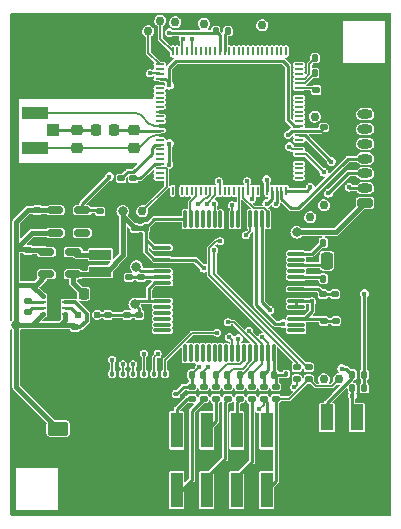
<source format=gbr>
%TF.GenerationSoftware,KiCad,Pcbnew,(6.0.7)*%
%TF.CreationDate,2023-05-26T21:46:43-07:00*%
%TF.ProjectId,sulu_ads1299,73756c75-5f61-4647-9331-3239392e6b69,rev?*%
%TF.SameCoordinates,Original*%
%TF.FileFunction,Copper,L1,Top*%
%TF.FilePolarity,Positive*%
%FSLAX46Y46*%
G04 Gerber Fmt 4.6, Leading zero omitted, Abs format (unit mm)*
G04 Created by KiCad (PCBNEW (6.0.7)) date 2023-05-26 21:46:43*
%MOMM*%
%LPD*%
G01*
G04 APERTURE LIST*
G04 Aperture macros list*
%AMRoundRect*
0 Rectangle with rounded corners*
0 $1 Rounding radius*
0 $2 $3 $4 $5 $6 $7 $8 $9 X,Y pos of 4 corners*
0 Add a 4 corners polygon primitive as box body*
4,1,4,$2,$3,$4,$5,$6,$7,$8,$9,$2,$3,0*
0 Add four circle primitives for the rounded corners*
1,1,$1+$1,$2,$3*
1,1,$1+$1,$4,$5*
1,1,$1+$1,$6,$7*
1,1,$1+$1,$8,$9*
0 Add four rect primitives between the rounded corners*
20,1,$1+$1,$2,$3,$4,$5,0*
20,1,$1+$1,$4,$5,$6,$7,0*
20,1,$1+$1,$6,$7,$8,$9,0*
20,1,$1+$1,$8,$9,$2,$3,0*%
G04 Aperture macros list end*
%TA.AperFunction,SMDPad,CuDef*%
%ADD10R,1.000000X3.000000*%
%TD*%
%TA.AperFunction,SMDPad,CuDef*%
%ADD11RoundRect,0.225000X0.225000X0.250000X-0.225000X0.250000X-0.225000X-0.250000X0.225000X-0.250000X0*%
%TD*%
%TA.AperFunction,SMDPad,CuDef*%
%ADD12RoundRect,0.100000X-0.100000X0.130000X-0.100000X-0.130000X0.100000X-0.130000X0.100000X0.130000X0*%
%TD*%
%TA.AperFunction,SMDPad,CuDef*%
%ADD13RoundRect,0.140000X-0.170000X0.140000X-0.170000X-0.140000X0.170000X-0.140000X0.170000X0.140000X0*%
%TD*%
%TA.AperFunction,ComponentPad*%
%ADD14C,0.762000*%
%TD*%
%TA.AperFunction,SMDPad,CuDef*%
%ADD15RoundRect,0.140000X-0.140000X-0.170000X0.140000X-0.170000X0.140000X0.170000X-0.140000X0.170000X0*%
%TD*%
%TA.AperFunction,SMDPad,CuDef*%
%ADD16RoundRect,0.225000X0.250000X-0.225000X0.250000X0.225000X-0.250000X0.225000X-0.250000X-0.225000X0*%
%TD*%
%TA.AperFunction,SMDPad,CuDef*%
%ADD17RoundRect,0.135000X0.185000X-0.135000X0.185000X0.135000X-0.185000X0.135000X-0.185000X-0.135000X0*%
%TD*%
%TA.AperFunction,SMDPad,CuDef*%
%ADD18R,1.120000X2.160000*%
%TD*%
%TA.AperFunction,ComponentPad*%
%ADD19RoundRect,0.250000X0.625000X-0.350000X0.625000X0.350000X-0.625000X0.350000X-0.625000X-0.350000X0*%
%TD*%
%TA.AperFunction,ComponentPad*%
%ADD20O,1.750000X1.200000*%
%TD*%
%TA.AperFunction,ComponentPad*%
%ADD21RoundRect,0.200000X0.450000X-0.200000X0.450000X0.200000X-0.450000X0.200000X-0.450000X-0.200000X0*%
%TD*%
%TA.AperFunction,ComponentPad*%
%ADD22O,1.300000X0.800000*%
%TD*%
%TA.AperFunction,SMDPad,CuDef*%
%ADD23R,1.050000X1.000000*%
%TD*%
%TA.AperFunction,SMDPad,CuDef*%
%ADD24R,2.200000X1.050000*%
%TD*%
%TA.AperFunction,SMDPad,CuDef*%
%ADD25O,0.800000X0.200000*%
%TD*%
%TA.AperFunction,SMDPad,CuDef*%
%ADD26O,0.200000X0.800000*%
%TD*%
%TA.AperFunction,SMDPad,CuDef*%
%ADD27R,1.137500X1.137500*%
%TD*%
%TA.AperFunction,ComponentPad*%
%ADD28C,0.568750*%
%TD*%
%TA.AperFunction,SMDPad,CuDef*%
%ADD29RoundRect,0.135000X-0.185000X0.135000X-0.185000X-0.135000X0.185000X-0.135000X0.185000X0.135000X0*%
%TD*%
%TA.AperFunction,SMDPad,CuDef*%
%ADD30R,1.900000X0.850000*%
%TD*%
%TA.AperFunction,SMDPad,CuDef*%
%ADD31RoundRect,0.135000X0.135000X0.185000X-0.135000X0.185000X-0.135000X-0.185000X0.135000X-0.185000X0*%
%TD*%
%TA.AperFunction,SMDPad,CuDef*%
%ADD32RoundRect,0.135000X-0.135000X-0.185000X0.135000X-0.185000X0.135000X0.185000X-0.135000X0.185000X0*%
%TD*%
%TA.AperFunction,SMDPad,CuDef*%
%ADD33RoundRect,0.218750X-0.218750X-0.256250X0.218750X-0.256250X0.218750X0.256250X-0.218750X0.256250X0*%
%TD*%
%TA.AperFunction,SMDPad,CuDef*%
%ADD34RoundRect,0.100000X0.130000X0.100000X-0.130000X0.100000X-0.130000X-0.100000X0.130000X-0.100000X0*%
%TD*%
%TA.AperFunction,SMDPad,CuDef*%
%ADD35RoundRect,0.150000X-0.512500X-0.150000X0.512500X-0.150000X0.512500X0.150000X-0.512500X0.150000X0*%
%TD*%
%TA.AperFunction,SMDPad,CuDef*%
%ADD36RoundRect,0.075000X0.075000X-0.662500X0.075000X0.662500X-0.075000X0.662500X-0.075000X-0.662500X0*%
%TD*%
%TA.AperFunction,SMDPad,CuDef*%
%ADD37RoundRect,0.075000X0.662500X-0.075000X0.662500X0.075000X-0.662500X0.075000X-0.662500X-0.075000X0*%
%TD*%
%TA.AperFunction,SMDPad,CuDef*%
%ADD38RoundRect,0.140000X0.170000X-0.140000X0.170000X0.140000X-0.170000X0.140000X-0.170000X-0.140000X0*%
%TD*%
%TA.AperFunction,ComponentPad*%
%ADD39C,0.600000*%
%TD*%
%TA.AperFunction,SMDPad,CuDef*%
%ADD40R,0.900000X1.600000*%
%TD*%
%TA.AperFunction,SMDPad,CuDef*%
%ADD41R,0.500000X0.250000*%
%TD*%
%TA.AperFunction,SMDPad,CuDef*%
%ADD42RoundRect,0.250000X-0.250000X-0.475000X0.250000X-0.475000X0.250000X0.475000X-0.250000X0.475000X0*%
%TD*%
%TA.AperFunction,ViaPad*%
%ADD43C,0.609600*%
%TD*%
%TA.AperFunction,ViaPad*%
%ADD44C,0.812800*%
%TD*%
%TA.AperFunction,ViaPad*%
%ADD45C,0.406400*%
%TD*%
%TA.AperFunction,Conductor*%
%ADD46C,0.127000*%
%TD*%
%TA.AperFunction,Conductor*%
%ADD47C,0.406400*%
%TD*%
%TA.AperFunction,Conductor*%
%ADD48C,0.304800*%
%TD*%
%TA.AperFunction,Conductor*%
%ADD49C,0.254000*%
%TD*%
%TA.AperFunction,Conductor*%
%ADD50C,0.203200*%
%TD*%
G04 APERTURE END LIST*
D10*
%TO.P,J3,1,Pin_1*%
%TO.N,/ADS_IN1P_CONN*%
X106807000Y-91547000D03*
%TO.P,J3,2,Pin_2*%
%TO.N,/ADS_IN1N_CONN*%
X106807000Y-86507000D03*
%TO.P,J3,3,Pin_3*%
%TO.N,/ADS_IN2P_CONN*%
X104267000Y-91547000D03*
%TO.P,J3,4,Pin_4*%
%TO.N,/ADS_IN2N_CONN*%
X104267000Y-86507000D03*
%TO.P,J3,5,Pin_5*%
%TO.N,/ADS_IN3P_CONN*%
X101727000Y-91547000D03*
%TO.P,J3,6,Pin_6*%
%TO.N,/ADS_IN3N_CONN*%
X101727000Y-86507000D03*
%TO.P,J3,7,Pin_7*%
%TO.N,/ADS_IN4P_CONN*%
X99187000Y-91547000D03*
%TO.P,J3,8,Pin_8*%
%TO.N,/ADS_IN4N_CONN*%
X99187000Y-86507000D03*
%TO.P,J3,9,Pin_9*%
%TO.N,GND*%
X96647000Y-91547000D03*
%TO.P,J3,10,Pin_10*%
X96647000Y-86507000D03*
%TD*%
D11*
%TO.P,C7,1*%
%TO.N,GND*%
X92850000Y-74930000D03*
%TO.P,C7,2*%
%TO.N,+1.8V_REG*%
X91300000Y-74930000D03*
%TD*%
D12*
%TO.P,D1,2,A*%
%TO.N,GND*%
X108458000Y-82362000D03*
%TO.P,D1,1,K*%
%TO.N,/ADS_IN1P*%
X108458000Y-81722000D03*
%TD*%
D13*
%TO.P,C18,1*%
%TO.N,/ADS1299/VREFP*%
X111572000Y-74958000D03*
%TO.P,C18,2*%
%TO.N,GND*%
X111572000Y-75918000D03*
%TD*%
D14*
%TO.P,J11,1,pin*%
%TO.N,Net-(J11-Pad1)*%
X99060000Y-51943000D03*
%TD*%
D15*
%TO.P,C5,1*%
%TO.N,/ADS_IN2N*%
X104549000Y-81786000D03*
%TO.P,C5,2*%
%TO.N,/ADS_IN2P*%
X105509000Y-81786000D03*
%TD*%
D13*
%TO.P,C14,1*%
%TO.N,+5V_REG*%
X96012000Y-76736000D03*
%TO.P,C14,2*%
%TO.N,GND*%
X96012000Y-77696000D03*
%TD*%
D14*
%TO.P,TP1,1,1*%
%TO.N,/ADS_IN1P_CONN*%
X112903000Y-82169000D03*
%TD*%
D16*
%TO.P,C3,2*%
%TO.N,/SCuM-3C/ANTENNA*%
X95555000Y-61074000D03*
%TO.P,C3,1*%
%TO.N,GND*%
X95555000Y-62624000D03*
%TD*%
D15*
%TO.P,C6,1*%
%TO.N,/ADS_IN1N*%
X106454000Y-81788000D03*
%TO.P,C6,2*%
%TO.N,/ADS_IN1P*%
X107414000Y-81788000D03*
%TD*%
D13*
%TO.P,C10,1*%
%TO.N,+1.1V_REG*%
X92710000Y-67973000D03*
%TO.P,C10,2*%
%TO.N,GND*%
X92710000Y-68933000D03*
%TD*%
D14*
%TO.P,J8,1,pin*%
%TO.N,Net-(J8-Pad1)*%
X96774000Y-52705000D03*
%TD*%
D13*
%TO.P,C30,2*%
%TO.N,GND*%
X94488000Y-66139000D03*
%TO.P,C30,1*%
%TO.N,Net-(C30-Pad1)*%
X94488000Y-65179000D03*
%TD*%
D17*
%TO.P,R10,1*%
%TO.N,/ADS_IN1P_CONN*%
X107569000Y-83820000D03*
%TO.P,R10,2*%
%TO.N,/ADS_IN1P*%
X107569000Y-82800000D03*
%TD*%
D18*
%TO.P,SW1,1*%
%TO.N,/~{ADS_RESET}*%
X114427000Y-85408000D03*
%TO.P,SW1,2*%
%TO.N,/~{ADS_PWDN}*%
X111887000Y-85408000D03*
%TO.P,SW1,3*%
%TO.N,GND*%
X111887000Y-92138000D03*
%TO.P,SW1,4*%
X114427000Y-92138000D03*
%TD*%
D19*
%TO.P,J2,1,Pin_1*%
%TO.N,+EXT_BAT*%
X89154000Y-86360000D03*
D20*
%TO.P,J2,2,Pin_2*%
%TO.N,GND*%
X89154000Y-84360000D03*
%TD*%
D21*
%TO.P,J1,1,Pin_1*%
%TO.N,+EXT_BAT*%
X115131000Y-67240000D03*
D22*
%TO.P,J1,2,Pin_2*%
%TO.N,/HARD_RESET*%
X115131000Y-65990000D03*
%TO.P,J1,3,Pin_3*%
%TO.N,/3WB_DATA*%
X115131000Y-64740000D03*
%TO.P,J1,4,Pin_4*%
%TO.N,/3WB_ENB*%
X115131000Y-63490000D03*
%TO.P,J1,5,Pin_5*%
%TO.N,/3WB_CLK*%
X115131000Y-62240000D03*
%TO.P,J1,6,Pin_6*%
%TO.N,/RsRx*%
X115131000Y-60990000D03*
%TO.P,J1,7,Pin_7*%
%TO.N,/RsTx*%
X115131000Y-59740000D03*
%TO.P,J1,8,Pin_8*%
%TO.N,GND*%
X115131000Y-58490000D03*
%TD*%
D15*
%TO.P,C1,1*%
%TO.N,/ADS_IN4N*%
X100485000Y-81788000D03*
%TO.P,C1,2*%
%TO.N,/ADS_IN4P*%
X101445000Y-81788000D03*
%TD*%
D14*
%TO.P,TP3,1,1*%
%TO.N,Net-(TP3-Pad1)*%
X110490000Y-68453000D03*
%TD*%
D16*
%TO.P,C2,2*%
%TO.N,Net-(AE1-Pad1)*%
X90729000Y-61074000D03*
%TO.P,C2,1*%
%TO.N,GND*%
X90729000Y-62624000D03*
%TD*%
D13*
%TO.P,C31,2*%
%TO.N,GND*%
X95504000Y-66139000D03*
%TO.P,C31,1*%
%TO.N,Net-(C31-Pad1)*%
X95504000Y-65179000D03*
%TD*%
D17*
%TO.P,R3,1*%
%TO.N,/ADS_IN3N_CONN*%
X102489000Y-83820000D03*
%TO.P,R3,2*%
%TO.N,/ADS_IN3N*%
X102489000Y-82800000D03*
%TD*%
D14*
%TO.P,J20,1,pin*%
%TO.N,Net-(J20-Pad1)*%
X96266000Y-67945000D03*
%TD*%
D23*
%TO.P,AE1,1*%
%TO.N,Net-(AE1-Pad1)*%
X88731000Y-61100000D03*
D24*
%TO.P,AE1,2*%
%TO.N,GND*%
X87206000Y-62575000D03*
X87206000Y-59625000D03*
%TD*%
D25*
%TO.P,U5,1,NC*%
%TO.N,Net-(J8-Pad1)*%
X97732000Y-55525000D03*
%TO.P,U5,2,NC*%
%TO.N,unconnected-(U5-Pad2)*%
X97732000Y-55925000D03*
%TO.P,U5,3,NC*%
%TO.N,Net-(J11-Pad1)*%
X97732000Y-56325000D03*
%TO.P,U5,4,VBAT*%
%TO.N,+1.8V_REG*%
X97732000Y-56725000D03*
%TO.P,U5,5,GND*%
%TO.N,GND*%
X97732000Y-57125000D03*
%TO.P,U5,6,IF_DBG_IN_QP*%
%TO.N,unconnected-(U5-Pad6)*%
X97732000Y-57525000D03*
%TO.P,U5,7,IF_DBG_OUT_QP*%
%TO.N,unconnected-(U5-Pad7)*%
X97732000Y-57925000D03*
%TO.P,U5,8,IF_DBG_IN_QN*%
%TO.N,unconnected-(U5-Pad8)*%
X97732000Y-58325000D03*
%TO.P,U5,9,IF_DBG_OUT_QN*%
%TO.N,unconnected-(U5-Pad9)*%
X97732000Y-58725000D03*
%TO.P,U5,10,VDD25*%
%TO.N,+VDD25*%
X97732000Y-59125000D03*
%TO.P,U5,11,GND*%
%TO.N,GND*%
X97732000Y-59525000D03*
%TO.P,U5,12,VDD_ALWAYSON_DISABLE*%
%TO.N,unconnected-(U5-Pad12)*%
X97732000Y-59925000D03*
%TO.P,U5,13,IF_EXT_CLK*%
%TO.N,unconnected-(U5-Pad13)*%
X97732000Y-60325000D03*
%TO.P,U5,14,RF_GND*%
%TO.N,GND*%
X97732000Y-60725000D03*
%TO.P,U5,15,RF_IN*%
%TO.N,/SCuM-3C/ANTENNA*%
X97732000Y-61125000D03*
%TO.P,U5,16,RF_GND*%
%TO.N,GND*%
X97732000Y-61525000D03*
%TO.P,U5,17,VBAT*%
%TO.N,unconnected-(U5-Pad17)*%
X97732000Y-61925000D03*
%TO.P,U5,18,PA_LDO_OUTPUT*%
%TO.N,Net-(C30-Pad1)*%
X97732000Y-62325000D03*
%TO.P,U5,19,STATIC_DIVIDER_OUTPUT*%
%TO.N,unconnected-(U5-Pad19)*%
X97732000Y-62725000D03*
%TO.P,U5,20,MOD_IN*%
%TO.N,unconnected-(U5-Pad20)*%
X97732000Y-63125000D03*
%TO.P,U5,21,MOD_CLK_IN*%
%TO.N,unconnected-(U5-Pad21)*%
X97732000Y-63525000D03*
%TO.P,U5,22,LO_LDO_OUTPUT*%
%TO.N,Net-(C31-Pad1)*%
X97732000Y-63925000D03*
%TO.P,U5,23,800mV_BANDGAP*%
%TO.N,Net-(J20-Pad1)*%
X97732000Y-64325000D03*
%TO.P,U5,24,NC*%
%TO.N,unconnected-(U5-Pad24)*%
X97732000Y-64725000D03*
%TO.P,U5,25,NC*%
%TO.N,unconnected-(U5-Pad25)*%
X97732000Y-65125000D03*
D26*
%TO.P,U5,26,VBAT*%
%TO.N,unconnected-(U5-Pad26)*%
X98832000Y-66225000D03*
%TO.P,U5,27,GND*%
%TO.N,GND*%
X99232000Y-66225000D03*
%TO.P,U5,28,GPIO0*%
%TO.N,/SCUM_GPIO0*%
X99632000Y-66225000D03*
%TO.P,U5,29,GPIO1*%
%TO.N,/SCUM_GPIO1*%
X100032000Y-66225000D03*
%TO.P,U5,30,GPIO2*%
%TO.N,/SCUM_GPIO2*%
X100432000Y-66225000D03*
%TO.P,U5,31,GPIO3*%
%TO.N,/SCUM_GPIO3*%
X100832000Y-66225000D03*
%TO.P,U5,32,GPIO4*%
%TO.N,/SCUM_GPIO4*%
X101232000Y-66225000D03*
%TO.P,U5,33,GPIO5*%
%TO.N,/SCUM_GPIO5*%
X101632000Y-66225000D03*
%TO.P,U5,34,GPIO6*%
%TO.N,/SCUM_GPIO6*%
X102032000Y-66225000D03*
%TO.P,U5,35,GPIO7*%
%TO.N,/SCUM_GPIO7*%
X102432000Y-66225000D03*
%TO.P,U5,36,VDDIO*%
%TO.N,+1.8V_REG*%
X102832000Y-66225000D03*
%TO.P,U5,37,GPIO8*%
%TO.N,/SCUM_GPIO8*%
X103232000Y-66225000D03*
%TO.P,U5,38,GPIO9*%
%TO.N,/SCUM_GPIO9*%
X103632000Y-66225000D03*
%TO.P,U5,39,GPIO10*%
%TO.N,/SCUM_GPIO10*%
X104032000Y-66225000D03*
%TO.P,U5,40,GPIO11*%
%TO.N,/SCUM_GPIO11*%
X104432000Y-66225000D03*
%TO.P,U5,41,GPIO12*%
%TO.N,/SCUM_GPIO12*%
X104832000Y-66225000D03*
%TO.P,U5,42,GPIO13*%
%TO.N,/SCUM_GPIO13*%
X105232000Y-66225000D03*
%TO.P,U5,43,GPIO14*%
%TO.N,/SCUM_GPIO14*%
X105632000Y-66225000D03*
%TO.P,U5,44,GPIO15*%
%TO.N,/SCUM_GPIO15*%
X106032000Y-66225000D03*
%TO.P,U5,45,GND*%
%TO.N,GND*%
X106432000Y-66225000D03*
%TO.P,U5,46,RSTX*%
%TO.N,/RsTx*%
X106832000Y-66225000D03*
%TO.P,U5,47,RSRX*%
%TO.N,/RsRx*%
X107232000Y-66225000D03*
%TO.P,U5,48,3WB_CLK*%
%TO.N,/3WB_CLK*%
X107632000Y-66225000D03*
%TO.P,U5,49,3WB_ENB*%
%TO.N,/3WB_ENB*%
X108032000Y-66225000D03*
%TO.P,U5,50,3WB_DATA*%
%TO.N,/3WB_DATA*%
X108432000Y-66225000D03*
D25*
%TO.P,U5,51,NC*%
%TO.N,unconnected-(U5-Pad51)*%
X109532000Y-65125000D03*
%TO.P,U5,52,NC*%
%TO.N,unconnected-(U5-Pad52)*%
X109532000Y-64725000D03*
%TO.P,U5,53,SENSOR_LDO_OUTPUT*%
%TO.N,/SENSOR_LDO_OUTPUT*%
X109532000Y-64325000D03*
%TO.P,U5,54,SENSOR_EXT_IN*%
%TO.N,/SENSOR_EXT_IN*%
X109532000Y-63925000D03*
%TO.P,U5,55,GND*%
%TO.N,GND*%
X109532000Y-63525000D03*
%TO.P,U5,56,LF_CLK_EXT_IN*%
%TO.N,Net-(J17-Pad1)*%
X109532000Y-63125000D03*
%TO.P,U5,57,GPO_ZERO*%
%TO.N,Net-(J16-Pad1)*%
X109532000Y-62725000D03*
%TO.P,U5,58,GND*%
%TO.N,GND*%
X109532000Y-62325000D03*
%TO.P,U5,59,VBAT*%
%TO.N,unconnected-(U5-Pad59)*%
X109532000Y-61925000D03*
%TO.P,U5,60,HARD_RESET*%
%TO.N,/HARD_RESET*%
X109532000Y-61525000D03*
%TO.P,U5,61,BOOT_SOURCE_SELECT*%
%TO.N,+1.1V_REG*%
X109532000Y-61125000D03*
%TO.P,U5,62,VBAT*%
%TO.N,+1.8V_REG*%
X109532000Y-60725000D03*
%TO.P,U5,63,ASC_PHI2*%
%TO.N,unconnected-(U5-Pad63)*%
X109532000Y-60325000D03*
%TO.P,U5,64,ASC_PHI1*%
%TO.N,unconnected-(U5-Pad64)*%
X109532000Y-59925000D03*
%TO.P,U5,65,ASC_OUT*%
%TO.N,unconnected-(U5-Pad65)*%
X109532000Y-59525000D03*
%TO.P,U5,66,ASC_LOAD*%
%TO.N,unconnected-(U5-Pad66)*%
X109532000Y-59125000D03*
%TO.P,U5,67,ASC_IN*%
%TO.N,unconnected-(U5-Pad67)*%
X109532000Y-58725000D03*
%TO.P,U5,68,ASC_EXT_OVERRIDE*%
%TO.N,unconnected-(U5-Pad68)*%
X109532000Y-58325000D03*
%TO.P,U5,69,GND*%
%TO.N,GND*%
X109532000Y-57925000D03*
%TO.P,U5,70,AUX_LDO_OUTPUT*%
%TO.N,Net-(C29-Pad1)*%
X109532000Y-57525000D03*
%TO.P,U5,71,VDDD_DISABLE*%
%TO.N,Net-(R14-Pad1)*%
X109532000Y-57125000D03*
%TO.P,U5,72,VDDD_LDO_OUTPUT*%
%TO.N,+1.1V_REG*%
X109532000Y-56725000D03*
%TO.P,U5,73,NC*%
%TO.N,unconnected-(U5-Pad73)*%
X109532000Y-56325000D03*
%TO.P,U5,74,NC*%
%TO.N,unconnected-(U5-Pad74)*%
X109532000Y-55925000D03*
%TO.P,U5,75,NC*%
%TO.N,unconnected-(U5-Pad75)*%
X109532000Y-55525000D03*
D26*
%TO.P,U5,76,NC*%
%TO.N,unconnected-(U5-Pad76)*%
X108432000Y-54425000D03*
%TO.P,U5,77,NC*%
%TO.N,unconnected-(U5-Pad77)*%
X108032000Y-54425000D03*
%TO.P,U5,78,NC*%
%TO.N,unconnected-(U5-Pad78)*%
X107632000Y-54425000D03*
%TO.P,U5,79,NC*%
%TO.N,unconnected-(U5-Pad79)*%
X107232000Y-54425000D03*
%TO.P,U5,80,SOFT_RESET*%
%TO.N,unconnected-(U5-Pad80)*%
X106832000Y-54425000D03*
%TO.P,U5,81,NC*%
%TO.N,unconnected-(U5-Pad81)*%
X106432000Y-54425000D03*
%TO.P,U5,82,NC*%
%TO.N,unconnected-(U5-Pad82)*%
X106032000Y-54425000D03*
%TO.P,U5,83,NC*%
%TO.N,unconnected-(U5-Pad83)*%
X105632000Y-54425000D03*
%TO.P,U5,84,NC*%
%TO.N,unconnected-(U5-Pad84)*%
X105232000Y-54425000D03*
%TO.P,U5,85,NC*%
%TO.N,unconnected-(U5-Pad85)*%
X104832000Y-54425000D03*
%TO.P,U5,86,NC*%
%TO.N,unconnected-(U5-Pad86)*%
X104432000Y-54425000D03*
%TO.P,U5,87,NC*%
%TO.N,unconnected-(U5-Pad87)*%
X104032000Y-54425000D03*
%TO.P,U5,88,NC*%
%TO.N,unconnected-(U5-Pad88)*%
X103632000Y-54425000D03*
%TO.P,U5,89,CLOCK_SELECT*%
%TO.N,Net-(R13-Pad2)*%
X103232000Y-54425000D03*
%TO.P,U5,90,VDDD*%
%TO.N,+1.1V_REG*%
X102832000Y-54425000D03*
%TO.P,U5,91,NC*%
%TO.N,unconnected-(U5-Pad91)*%
X102432000Y-54425000D03*
%TO.P,U5,92,ALWAYSON_LDO*%
%TO.N,+VDDAO*%
X102032000Y-54425000D03*
%TO.P,U5,93,NC*%
%TO.N,unconnected-(U5-Pad93)*%
X101632000Y-54425000D03*
%TO.P,U5,94,NC*%
%TO.N,unconnected-(U5-Pad94)*%
X101232000Y-54425000D03*
%TO.P,U5,95,NC*%
%TO.N,unconnected-(U5-Pad95)*%
X100832000Y-54425000D03*
%TO.P,U5,96,NC*%
%TO.N,Net-(J6-Pad1)*%
X100432000Y-54425000D03*
%TO.P,U5,97,NC*%
%TO.N,unconnected-(U5-Pad97)*%
X100032000Y-54425000D03*
%TO.P,U5,98,NC*%
%TO.N,Net-(J5-Pad1)*%
X99632000Y-54425000D03*
%TO.P,U5,99,NC*%
%TO.N,unconnected-(U5-Pad99)*%
X99232000Y-54425000D03*
%TO.P,U5,100,NC*%
%TO.N,Net-(J4-Pad1)*%
X98832000Y-54425000D03*
D27*
%TO.P,U5,101,GND*%
%TO.N,GND*%
X100788250Y-58618750D03*
X101925750Y-57481250D03*
X101925750Y-56343750D03*
X103063250Y-62031250D03*
X107613250Y-64306250D03*
X106475750Y-58618750D03*
X105338250Y-60893750D03*
X104200750Y-62031250D03*
X107613250Y-62031250D03*
D28*
X99650750Y-60893750D03*
X101925750Y-59756250D03*
D27*
X99650750Y-62031250D03*
X105338250Y-64306250D03*
X99650750Y-60893750D03*
D28*
X103063250Y-63168750D03*
X101925750Y-60893750D03*
X106475750Y-58618750D03*
D27*
X106475750Y-60893750D03*
D28*
X101925750Y-58618750D03*
X103063250Y-59756250D03*
D27*
X103063250Y-56343750D03*
X105338250Y-63168750D03*
D28*
X106475750Y-56343750D03*
D27*
X104200750Y-58618750D03*
D28*
X99650750Y-59756250D03*
X105338250Y-62031250D03*
D27*
X103063250Y-59756250D03*
D28*
X100788250Y-63168750D03*
D27*
X105338250Y-56343750D03*
D28*
X106475750Y-57481250D03*
X104200750Y-57481250D03*
D27*
X106475750Y-56343750D03*
D28*
X103063250Y-64306250D03*
D27*
X107613250Y-58618750D03*
D28*
X101925750Y-56343750D03*
X100788250Y-58618750D03*
X103063250Y-56343750D03*
X107613250Y-57481250D03*
D27*
X104200750Y-59756250D03*
D28*
X99650750Y-58618750D03*
X100788250Y-57481250D03*
D27*
X101925750Y-59756250D03*
D28*
X104200750Y-58618750D03*
D27*
X99650750Y-59756250D03*
D28*
X104200750Y-64306250D03*
X99650750Y-57481250D03*
D27*
X100788250Y-57481250D03*
D28*
X106475750Y-64306250D03*
X105338250Y-60893750D03*
X101925750Y-62031250D03*
X104200750Y-60893750D03*
X105338250Y-63168750D03*
D27*
X104200750Y-63168750D03*
D28*
X106475750Y-60893750D03*
D27*
X99650750Y-64306250D03*
D28*
X99650750Y-64306250D03*
D27*
X107613250Y-60893750D03*
D28*
X106475750Y-59756250D03*
X104200750Y-59756250D03*
D27*
X100788250Y-62031250D03*
X101925750Y-60893750D03*
D28*
X99650750Y-63168750D03*
X100788250Y-59756250D03*
D27*
X100788250Y-56343750D03*
X100788250Y-59756250D03*
D28*
X101925750Y-64306250D03*
D27*
X106475750Y-59756250D03*
D28*
X107613250Y-62031250D03*
D27*
X107613250Y-63168750D03*
X100788250Y-64306250D03*
X104200750Y-64306250D03*
D28*
X107613250Y-60893750D03*
X107613250Y-58618750D03*
D27*
X101925750Y-63168750D03*
D28*
X105338250Y-58618750D03*
D27*
X106475750Y-63168750D03*
X104200750Y-57481250D03*
D28*
X103063250Y-60893750D03*
D27*
X105338250Y-62031250D03*
X99650750Y-57481250D03*
D28*
X107613250Y-64306250D03*
D27*
X107613250Y-56343750D03*
X103063250Y-58618750D03*
X100788250Y-63168750D03*
X105338250Y-57481250D03*
X104200750Y-56343750D03*
D28*
X103063250Y-62031250D03*
D27*
X106475750Y-62031250D03*
D28*
X99650750Y-62031250D03*
X101925750Y-57481250D03*
D27*
X105338250Y-58618750D03*
X103063250Y-60893750D03*
X103063250Y-64306250D03*
D28*
X105338250Y-64306250D03*
X106475750Y-62031250D03*
X103063250Y-58618750D03*
X107613250Y-63168750D03*
X103063250Y-57481250D03*
D27*
X101925750Y-64306250D03*
X107613250Y-57481250D03*
D28*
X105338250Y-56343750D03*
X105338250Y-59756250D03*
X104200750Y-63168750D03*
X107613250Y-56343750D03*
D27*
X101925750Y-62031250D03*
X104200750Y-60893750D03*
X106475750Y-64306250D03*
D28*
X101925750Y-63168750D03*
X100788250Y-62031250D03*
D27*
X103063250Y-63168750D03*
X101925750Y-58618750D03*
X107613250Y-59756250D03*
X105338250Y-59756250D03*
D28*
X105338250Y-57481250D03*
X104200750Y-56343750D03*
D27*
X99650750Y-56343750D03*
X103063250Y-57481250D03*
D28*
X100788250Y-64306250D03*
X99650750Y-56343750D03*
X104200750Y-62031250D03*
D27*
X100788250Y-60893750D03*
X106475750Y-57481250D03*
D28*
X106475750Y-63168750D03*
D27*
X99650750Y-63168750D03*
X99650750Y-58618750D03*
D28*
X107613250Y-59756250D03*
X100788250Y-60893750D03*
X100788250Y-56343750D03*
%TD*%
D13*
%TO.P,C8,1*%
%TO.N,+EXT_BAT*%
X86614000Y-71238000D03*
%TO.P,C8,2*%
%TO.N,GND*%
X86614000Y-72198000D03*
%TD*%
D29*
%TO.P,R11,1*%
%TO.N,/SCUM_GPIO6*%
X110363000Y-81151000D03*
%TO.P,R11,2*%
%TO.N,/ADS_IN1P_CONN*%
X110363000Y-82171000D03*
%TD*%
D13*
%TO.P,C9,1*%
%TO.N,+EXT_BAT*%
X87376000Y-67846000D03*
%TO.P,C9,2*%
%TO.N,GND*%
X87376000Y-68806000D03*
%TD*%
D14*
%TO.P,J4,1,pin*%
%TO.N,Net-(J4-Pad1)*%
X97790000Y-51816000D03*
%TD*%
D17*
%TO.P,R9,1*%
%TO.N,/ADS_IN1N_CONN*%
X106553000Y-83820000D03*
%TO.P,R9,2*%
%TO.N,/ADS_IN1N*%
X106553000Y-82800000D03*
%TD*%
%TO.P,R1,1*%
%TO.N,/ADS_IN4N_CONN*%
X100457000Y-83820000D03*
%TO.P,R1,2*%
%TO.N,/ADS_IN4N*%
X100457000Y-82800000D03*
%TD*%
D30*
%TO.P,L2,1*%
%TO.N,+1.8V_REG*%
X92710000Y-73078000D03*
%TO.P,L2,2*%
%TO.N,Net-(L2-Pad2)*%
X92710000Y-71628000D03*
%TD*%
D13*
%TO.P,C15,1*%
%TO.N,+5V_REG*%
X94996000Y-76736000D03*
%TO.P,C15,2*%
%TO.N,GND*%
X94996000Y-77696000D03*
%TD*%
%TO.P,C20,1*%
%TO.N,+5V_REG*%
X112649000Y-77244000D03*
%TO.P,C20,2*%
%TO.N,GND*%
X112649000Y-78204000D03*
%TD*%
D15*
%TO.P,C25,1*%
%TO.N,/ADS1299/VCAP2*%
X111600000Y-70612000D03*
%TO.P,C25,2*%
%TO.N,GND*%
X112560000Y-70612000D03*
%TD*%
D17*
%TO.P,R2,1*%
%TO.N,/ADS_IN4P_CONN*%
X101473000Y-83820000D03*
%TO.P,R2,2*%
%TO.N,/ADS_IN4P*%
X101473000Y-82800000D03*
%TD*%
D14*
%TO.P,TP2,1,1*%
%TO.N,/ADS_IN1N_CONN*%
X111633000Y-82169000D03*
%TD*%
%TO.P,J5,1,pin*%
%TO.N,Net-(J5-Pad1)*%
X106426000Y-52197000D03*
%TD*%
D15*
%TO.P,C4,1*%
%TO.N,/ADS_IN3N*%
X102517000Y-81786000D03*
%TO.P,C4,2*%
%TO.N,/ADS_IN3P*%
X103477000Y-81786000D03*
%TD*%
D13*
%TO.P,C24,1*%
%TO.N,/ADS1299/VCAP3*%
X95123000Y-73561000D03*
%TO.P,C24,2*%
%TO.N,GND*%
X95123000Y-74521000D03*
%TD*%
D12*
%TO.P,D6,2,A*%
%TO.N,GND*%
X94615000Y-82362000D03*
%TO.P,D6,1,K*%
%TO.N,/ADS_IN3N*%
X94615000Y-81722000D03*
%TD*%
D31*
%TO.P,R6,1*%
%TO.N,+1.8V_REG*%
X115064000Y-81788000D03*
%TO.P,R6,2*%
%TO.N,/~{ADS_PWDN}*%
X114044000Y-81788000D03*
%TD*%
D32*
%TO.P,R14,1*%
%TO.N,Net-(R14-Pad1)*%
X110869000Y-56261000D03*
%TO.P,R14,2*%
%TO.N,GND*%
X111889000Y-56261000D03*
%TD*%
D13*
%TO.P,C23,1*%
%TO.N,/ADS1299/VCAP3*%
X96139000Y-73561000D03*
%TO.P,C23,2*%
%TO.N,GND*%
X96139000Y-74521000D03*
%TD*%
D12*
%TO.P,D3,2,A*%
%TO.N,GND*%
X97282000Y-82362000D03*
%TO.P,D3,1,K*%
%TO.N,/ADS_IN2P*%
X97282000Y-81722000D03*
%TD*%
D33*
%TO.P,L1,1*%
%TO.N,Net-(AE1-Pad1)*%
X92329000Y-61087000D03*
%TO.P,L1,2*%
%TO.N,/SCuM-3C/ANTENNA*%
X93904000Y-61087000D03*
%TD*%
D34*
%TO.P,D8,2,A*%
%TO.N,GND*%
X98486000Y-83439000D03*
%TO.P,D8,1,K*%
%TO.N,/ADS_IN4N*%
X99126000Y-83439000D03*
%TD*%
D13*
%TO.P,C29,2*%
%TO.N,GND*%
X110998000Y-58646000D03*
%TO.P,C29,1*%
%TO.N,Net-(C29-Pad1)*%
X110998000Y-57686000D03*
%TD*%
D31*
%TO.P,R5,1*%
%TO.N,+1.8V_REG*%
X115064000Y-82931000D03*
%TO.P,R5,2*%
%TO.N,/~{ADS_RESET}*%
X114044000Y-82931000D03*
%TD*%
D17*
%TO.P,R7,1*%
%TO.N,/ADS_IN2N_CONN*%
X104521000Y-83820000D03*
%TO.P,R7,2*%
%TO.N,/ADS_IN2N*%
X104521000Y-82800000D03*
%TD*%
D13*
%TO.P,C28,2*%
%TO.N,GND*%
X111633000Y-61821000D03*
%TO.P,C28,1*%
%TO.N,+1.1V_REG*%
X111633000Y-60861000D03*
%TD*%
D14*
%TO.P,J6,1,pin*%
%TO.N,Net-(J6-Pad1)*%
X101473000Y-52070000D03*
%TD*%
D13*
%TO.P,C21,1*%
%TO.N,+5V_REG*%
X111633000Y-77244000D03*
%TO.P,C21,2*%
%TO.N,GND*%
X111633000Y-78204000D03*
%TD*%
D35*
%TO.P,U2,1,IN*%
%TO.N,+EXT_BAT*%
X88905500Y-67884000D03*
%TO.P,U2,2,GND*%
%TO.N,GND*%
X88905500Y-68834000D03*
%TO.P,U2,3,EN*%
%TO.N,+EXT_BAT*%
X88905500Y-69784000D03*
%TO.P,U2,4,NC*%
%TO.N,unconnected-(U2-Pad4)*%
X91180500Y-69784000D03*
%TO.P,U2,5,OUT*%
%TO.N,+1.1V_REG*%
X91180500Y-67884000D03*
%TD*%
D14*
%TO.P,J17,1,pin*%
%TO.N,Net-(J17-Pad1)*%
X111633000Y-67437000D03*
%TD*%
D15*
%TO.P,C27,2*%
%TO.N,GND*%
X111859000Y-54991000D03*
%TO.P,C27,1*%
%TO.N,+1.1V_REG*%
X110899000Y-54991000D03*
%TD*%
D17*
%TO.P,R8,1*%
%TO.N,/ADS_IN2P_CONN*%
X105537000Y-83820000D03*
%TO.P,R8,2*%
%TO.N,/ADS_IN2P*%
X105537000Y-82800000D03*
%TD*%
D36*
%TO.P,U4,1,IN8N*%
%TO.N,unconnected-(U4-Pad1)*%
X99882000Y-79957500D03*
%TO.P,U4,2,IN8P*%
%TO.N,unconnected-(U4-Pad2)*%
X100382000Y-79957500D03*
%TO.P,U4,3,IN7N*%
%TO.N,unconnected-(U4-Pad3)*%
X100882000Y-79957500D03*
%TO.P,U4,4,IN7P*%
%TO.N,unconnected-(U4-Pad4)*%
X101382000Y-79957500D03*
%TO.P,U4,5,IN6N*%
%TO.N,unconnected-(U4-Pad5)*%
X101882000Y-79957500D03*
%TO.P,U4,6,IN6P*%
%TO.N,unconnected-(U4-Pad6)*%
X102382000Y-79957500D03*
%TO.P,U4,7,IN5N*%
%TO.N,unconnected-(U4-Pad7)*%
X102882000Y-79957500D03*
%TO.P,U4,8,IN5P*%
%TO.N,unconnected-(U4-Pad8)*%
X103382000Y-79957500D03*
%TO.P,U4,9,IN4N*%
%TO.N,/ADS_IN4N*%
X103882000Y-79957500D03*
%TO.P,U4,10,IN4P*%
%TO.N,/ADS_IN4P*%
X104382000Y-79957500D03*
%TO.P,U4,11,IN3N*%
%TO.N,/ADS_IN3N*%
X104882000Y-79957500D03*
%TO.P,U4,12,IN3P*%
%TO.N,/ADS_IN3P*%
X105382000Y-79957500D03*
%TO.P,U4,13,IN2N*%
%TO.N,/ADS_IN2N*%
X105882000Y-79957500D03*
%TO.P,U4,14,IN2P*%
%TO.N,/ADS_IN2P*%
X106382000Y-79957500D03*
%TO.P,U4,15,IN1N*%
%TO.N,/ADS_IN1N*%
X106882000Y-79957500D03*
%TO.P,U4,16,IN1P*%
%TO.N,/ADS_IN1P*%
X107382000Y-79957500D03*
D37*
%TO.P,U4,17,SRB1*%
%TO.N,unconnected-(U4-Pad)*%
X109294500Y-78045000D03*
%TO.P,U4,18,SRB2*%
%TO.N,unconnected-(U4-Pad18)*%
X109294500Y-77545000D03*
%TO.P,U4,19,AVDD*%
%TO.N,+5V_REG*%
X109294500Y-77045000D03*
%TO.P,U4,20,AVSS*%
%TO.N,GND*%
X109294500Y-76545000D03*
%TO.P,U4,21,AVDD*%
%TO.N,+5V_REG*%
X109294500Y-76045000D03*
%TO.P,U4,22,AVDD*%
X109294500Y-75545000D03*
%TO.P,U4,23,AVSS*%
%TO.N,GND*%
X109294500Y-75045000D03*
%TO.P,U4,24,VREFP*%
%TO.N,/ADS1299/VREFP*%
X109294500Y-74545000D03*
%TO.P,U4,25,VREFN*%
%TO.N,GND*%
X109294500Y-74045000D03*
%TO.P,U4,26,VCAP4*%
%TO.N,/ADS1299/VCAP4*%
X109294500Y-73545000D03*
%TO.P,U4,27,NC*%
%TO.N,unconnected-(U4-Pad27)*%
X109294500Y-73045000D03*
%TO.P,U4,28,VCAP1*%
%TO.N,/ADS1299/VCAP1*%
X109294500Y-72545000D03*
%TO.P,U4,29,NC*%
%TO.N,unconnected-(U4-Pad29)*%
X109294500Y-72045000D03*
%TO.P,U4,30,VCAP2*%
%TO.N,/ADS1299/VCAP2*%
X109294500Y-71545000D03*
%TO.P,U4,31,RESV1*%
%TO.N,GND*%
X109294500Y-71045000D03*
%TO.P,U4,32,AVSS*%
X109294500Y-70545000D03*
D36*
%TO.P,U4,33,DGND*%
X107382000Y-68632500D03*
%TO.P,U4,34,DIN*%
%TO.N,/SCUM_GPIO12*%
X106882000Y-68632500D03*
%TO.P,U4,35,~{PWDN}*%
%TO.N,/~{ADS_PWDN}*%
X106382000Y-68632500D03*
%TO.P,U4,36,~{RESET}*%
%TO.N,/~{ADS_RESET}*%
X105882000Y-68632500D03*
%TO.P,U4,37,CLK*%
%TO.N,Net-(TP3-Pad1)*%
X105382000Y-68632500D03*
%TO.P,U4,38,START*%
%TO.N,GND*%
X104882000Y-68632500D03*
%TO.P,U4,39,~{CS}*%
%TO.N,/SCUM_GPIO11*%
X104382000Y-68632500D03*
%TO.P,U4,40,SCLK*%
%TO.N,/SCUM_GPIO14*%
X103882000Y-68632500D03*
%TO.P,U4,41,DAISY_IN*%
%TO.N,GND*%
X103382000Y-68632500D03*
%TO.P,U4,42,GPIO1*%
%TO.N,/ADS_GPIO1*%
X102882000Y-68632500D03*
%TO.P,U4,43,DOUT*%
%TO.N,/SCUM_GPIO13*%
X102382000Y-68632500D03*
%TO.P,U4,44,GPIO2*%
%TO.N,/ADS_GPIO2*%
X101882000Y-68632500D03*
%TO.P,U4,45,GPIO3*%
%TO.N,/ADS_GPIO3*%
X101382000Y-68632500D03*
%TO.P,U4,46,GPIO4*%
%TO.N,/ADS_GPIO4*%
X100882000Y-68632500D03*
%TO.P,U4,47,~{DRDY}*%
%TO.N,/SCUM_GPIO3*%
X100382000Y-68632500D03*
%TO.P,U4,48,DVDD*%
%TO.N,+1.8V_REG*%
X99882000Y-68632500D03*
D37*
%TO.P,U4,49,DGND*%
%TO.N,GND*%
X97969500Y-70545000D03*
%TO.P,U4,50,DVDD*%
%TO.N,+1.8V_REG*%
X97969500Y-71045000D03*
%TO.P,U4,51,DGND*%
%TO.N,GND*%
X97969500Y-71545000D03*
%TO.P,U4,52,CLKSEL*%
%TO.N,+1.8V_REG*%
X97969500Y-72045000D03*
%TO.P,U4,53,AVSS1*%
%TO.N,GND*%
X97969500Y-72545000D03*
%TO.P,U4,54,AVDD1*%
%TO.N,+5V_REG*%
X97969500Y-73045000D03*
%TO.P,U4,55,VCAP3*%
%TO.N,/ADS1299/VCAP3*%
X97969500Y-73545000D03*
%TO.P,U4,56,AVDD*%
%TO.N,+5V_REG*%
X97969500Y-74045000D03*
%TO.P,U4,57,AVSS*%
%TO.N,GND*%
X97969500Y-74545000D03*
%TO.P,U4,58,AVSS*%
X97969500Y-75045000D03*
%TO.P,U4,59,AVDD*%
%TO.N,+5V_REG*%
X97969500Y-75545000D03*
%TO.P,U4,60,BIASREF*%
%TO.N,unconnected-(U4-Pad60)*%
X97969500Y-76045000D03*
%TO.P,U4,61,BIASINV*%
%TO.N,unconnected-(U4-Pad61)*%
X97969500Y-76545000D03*
%TO.P,U4,62,BIASIN*%
%TO.N,unconnected-(U4-Pad62)*%
X97969500Y-77045000D03*
%TO.P,U4,63,BIASOUT*%
%TO.N,unconnected-(U4-Pad63)*%
X97969500Y-77545000D03*
%TO.P,U4,64,RESERVED*%
%TO.N,unconnected-(U4-Pad64)*%
X97969500Y-78045000D03*
%TD*%
D12*
%TO.P,D4,2,A*%
%TO.N,GND*%
X96393000Y-82362000D03*
%TO.P,D4,1,K*%
%TO.N,/ADS_IN2N*%
X96393000Y-81722000D03*
%TD*%
D38*
%TO.P,C13,1*%
%TO.N,Net-(C13-Pad1)*%
X86614000Y-76479000D03*
%TO.P,C13,2*%
%TO.N,Net-(C13-Pad2)*%
X86614000Y-75519000D03*
%TD*%
D32*
%TO.P,R13,1*%
%TO.N,+1.1V_REG*%
X102487000Y-52705000D03*
%TO.P,R13,2*%
%TO.N,Net-(R13-Pad2)*%
X103507000Y-52705000D03*
%TD*%
D39*
%TO.P,U3,9,GND*%
%TO.N,GND*%
X88773000Y-75409000D03*
X88773000Y-76409000D03*
D40*
X88773000Y-75909000D03*
D41*
%TO.P,U3,8,GND*%
X89723000Y-75159000D03*
%TO.P,U3,7,VIN*%
%TO.N,+EXT_BAT*%
X89723000Y-75659000D03*
%TO.P,U3,6,VOUT*%
%TO.N,+5V_REG*%
X89723000Y-76159000D03*
%TO.P,U3,5,EN*%
%TO.N,+EXT_BAT*%
X89723000Y-76659000D03*
%TO.P,U3,4,OUTDIS*%
X87823000Y-76659000D03*
%TO.P,U3,3,C1+*%
%TO.N,Net-(C13-Pad1)*%
X87823000Y-76159000D03*
%TO.P,U3,2,C1-*%
%TO.N,Net-(C13-Pad2)*%
X87823000Y-75659000D03*
%TO.P,U3,1,PFM*%
%TO.N,+EXT_BAT*%
X87823000Y-75159000D03*
%TD*%
D13*
%TO.P,C17,1*%
%TO.N,+1.8V_REG*%
X95631000Y-69370000D03*
%TO.P,C17,2*%
%TO.N,GND*%
X95631000Y-70330000D03*
%TD*%
D14*
%TO.P,J16,1,pin*%
%TO.N,Net-(J16-Pad1)*%
X110871000Y-59944000D03*
%TD*%
D17*
%TO.P,R4,1*%
%TO.N,/ADS_IN3P_CONN*%
X103505000Y-83820000D03*
%TO.P,R4,2*%
%TO.N,/ADS_IN3P*%
X103505000Y-82800000D03*
%TD*%
D12*
%TO.P,D2,2,A*%
%TO.N,GND*%
X98171000Y-82362000D03*
%TO.P,D2,1,K*%
%TO.N,/ADS_IN1N*%
X98171000Y-81722000D03*
%TD*%
D35*
%TO.P,U1,1,VI*%
%TO.N,+EXT_BAT*%
X88143500Y-71403000D03*
%TO.P,U1,2,GND*%
%TO.N,GND*%
X88143500Y-72353000D03*
%TO.P,U1,3,EN*%
%TO.N,+EXT_BAT*%
X88143500Y-73303000D03*
%TO.P,U1,4,FB*%
%TO.N,+1.8V_REG*%
X90418500Y-73303000D03*
%TO.P,U1,5,SW*%
%TO.N,Net-(L2-Pad2)*%
X90418500Y-71403000D03*
%TD*%
D42*
%TO.P,C26,1*%
%TO.N,/ADS1299/VCAP1*%
X111892000Y-72136000D03*
%TO.P,C26,2*%
%TO.N,GND*%
X113792000Y-72136000D03*
%TD*%
D15*
%TO.P,C22,1*%
%TO.N,/ADS1299/VCAP4*%
X111600000Y-73660000D03*
%TO.P,C22,2*%
%TO.N,GND*%
X112560000Y-73660000D03*
%TD*%
%TO.P,C16,1*%
%TO.N,+1.8V_REG*%
X96548000Y-69342000D03*
%TO.P,C16,2*%
%TO.N,GND*%
X97508000Y-69342000D03*
%TD*%
D13*
%TO.P,C11,1*%
%TO.N,+EXT_BAT*%
X90551000Y-77752000D03*
%TO.P,C11,2*%
%TO.N,GND*%
X90551000Y-78712000D03*
%TD*%
%TO.P,C12,1*%
%TO.N,+5V_REG*%
X93345000Y-76736000D03*
%TO.P,C12,2*%
%TO.N,GND*%
X93345000Y-77696000D03*
%TD*%
D12*
%TO.P,D7,2,A*%
%TO.N,GND*%
X93726000Y-82362000D03*
%TO.P,D7,1,K*%
%TO.N,/ADS_IN4P*%
X93726000Y-81722000D03*
%TD*%
D29*
%TO.P,R12,1*%
%TO.N,/SCUM_GPIO7*%
X109347000Y-81151000D03*
%TO.P,R12,2*%
%TO.N,/ADS_IN1N_CONN*%
X109347000Y-82171000D03*
%TD*%
D12*
%TO.P,D5,2,A*%
%TO.N,GND*%
X95504000Y-82362000D03*
%TO.P,D5,1,K*%
%TO.N,/ADS_IN3P*%
X95504000Y-81722000D03*
%TD*%
D13*
%TO.P,C19,1*%
%TO.N,/ADS1299/VREFP*%
X112588000Y-74958000D03*
%TO.P,C19,2*%
%TO.N,GND*%
X112588000Y-75918000D03*
%TD*%
D43*
%TO.N,+5V_REG*%
X90805000Y-76708000D03*
X92456000Y-76708000D03*
%TO.N,GND*%
X96520000Y-57912000D03*
X88519000Y-57912000D03*
X86487000Y-57912000D03*
X85471000Y-62230000D03*
X85471000Y-63754000D03*
X90551000Y-64262000D03*
X85471000Y-60579000D03*
X92583000Y-57912000D03*
X92583000Y-64262000D03*
X86487000Y-64262000D03*
X88519000Y-64262000D03*
X94615000Y-64262000D03*
X94615000Y-57912000D03*
X90551000Y-57912000D03*
X85471000Y-58801000D03*
D44*
%TO.N,+EXT_BAT*%
X109347000Y-69723000D03*
X85598000Y-77597000D03*
%TO.N,+5V_REG*%
X95758000Y-72644000D03*
X95631000Y-75819000D03*
D45*
X110617000Y-75565000D03*
%TO.N,+1.8V_REG*%
X98552000Y-64008000D03*
X98552000Y-57277000D03*
X98552000Y-62230000D03*
X101473000Y-72771000D03*
X115062000Y-74930000D03*
X102743000Y-65405000D03*
D44*
X94615000Y-67945000D03*
D45*
%TO.N,+1.1V_REG*%
X108585000Y-61468000D03*
X110899000Y-54991000D03*
X98552000Y-52832000D03*
X93472000Y-65024000D03*
%TO.N,/ADS_IN2N*%
X103505000Y-77343000D03*
X96393000Y-80010000D03*
%TO.N,/ADS_IN2P*%
X97560035Y-80034035D03*
X105307035Y-78080965D03*
%TO.N,/ADS_IN1N*%
X102616000Y-78244200D03*
X106426000Y-78613000D03*
%TO.N,/ADS_IN4N*%
X103632000Y-78613000D03*
X101092000Y-81153000D03*
%TO.N,/ADS_IN4P*%
X104394000Y-78740000D03*
X93726000Y-80518000D03*
X101854000Y-81153000D03*
%TO.N,/ADS_IN3N*%
X94615000Y-80911200D03*
X102517000Y-81786000D03*
%TO.N,/ADS_IN3P*%
X95504000Y-80911200D03*
X103477000Y-81786000D03*
%TO.N,/~{ADS_PWDN}*%
X107061000Y-76327000D03*
X113157000Y-81280000D03*
%TO.N,/HARD_RESET*%
X112268000Y-63754000D03*
X113792000Y-65913000D03*
%TO.N,/3WB_DATA*%
X110490000Y-65913000D03*
X112014000Y-66421000D03*
%TO.N,/3WB_CLK*%
X107569000Y-67310000D03*
%TO.N,/RsRx*%
X106807000Y-67310000D03*
%TO.N,/RsTx*%
X106807000Y-65278000D03*
%TO.N,/ADS_IN1N_CONN*%
X106172000Y-84709000D03*
X109133465Y-82844465D03*
%TO.N,Net-(J11-Pad1)*%
X96901000Y-56261000D03*
%TO.N,Net-(J16-Pad1)*%
X108712000Y-62484000D03*
%TO.N,Net-(J17-Pad1)*%
X111633000Y-64643000D03*
%TO.N,Net-(J5-Pad1)*%
X99695000Y-53340000D03*
%TO.N,Net-(J6-Pad1)*%
X100457000Y-53340000D03*
%TO.N,/SCUM_GPIO7*%
X101727000Y-67310000D03*
X102870000Y-70485000D03*
%TO.N,/~{ADS_RESET}*%
X114046000Y-83566000D03*
X108204000Y-77470000D03*
%TO.N,/SCUM_GPIO6*%
X100965000Y-67310000D03*
X102362000Y-71247000D03*
%TO.N,/SCUM_GPIO13*%
X105156000Y-65405000D03*
X102362000Y-67310000D03*
%TO.N,/SCUM_GPIO14*%
X103886000Y-67437000D03*
X105537000Y-66929000D03*
%TO.N,Net-(TP3-Pad1)*%
X105029000Y-69977000D03*
%TD*%
D46*
%TO.N,/ADS_IN3N*%
X94615000Y-80911200D02*
X94615000Y-81722000D01*
%TO.N,/ADS_IN3P*%
X95504000Y-80911200D02*
X95504000Y-81722000D01*
%TO.N,/ADS_IN4P*%
X93726000Y-80518000D02*
X93726000Y-81722000D01*
%TO.N,/ADS_IN2P*%
X97282000Y-80312070D02*
X97282000Y-81722000D01*
X97560035Y-80034035D02*
X97282000Y-80312070D01*
%TO.N,/ADS_IN2N*%
X96393000Y-80010000D02*
X96393000Y-81722000D01*
D47*
%TO.N,+1.8V_REG*%
X90418500Y-74048500D02*
X91300000Y-74930000D01*
X90418500Y-73303000D02*
X90418500Y-74048500D01*
D48*
%TO.N,+EXT_BAT*%
X91567000Y-77216000D02*
X91031000Y-77752000D01*
X91567000Y-76643816D02*
X91567000Y-77216000D01*
X91031000Y-77752000D02*
X90551000Y-77752000D01*
X90582184Y-75659000D02*
X91567000Y-76643816D01*
X89723000Y-75659000D02*
X90582184Y-75659000D01*
D49*
%TO.N,+5V_REG*%
X90256000Y-76159000D02*
X89723000Y-76159000D01*
X90805000Y-76708000D02*
X90256000Y-76159000D01*
X92484000Y-76736000D02*
X92456000Y-76708000D01*
X93345000Y-76736000D02*
X92484000Y-76736000D01*
D47*
%TO.N,+EXT_BAT*%
X90396000Y-77597000D02*
X90551000Y-77752000D01*
X89316400Y-77597000D02*
X90396000Y-77597000D01*
D46*
%TO.N,/ADS_IN1N*%
X98171000Y-80555526D02*
X100482326Y-78244200D01*
X98171000Y-81722000D02*
X98171000Y-80555526D01*
X100482326Y-78244200D02*
X102616000Y-78244200D01*
D50*
%TO.N,GND*%
X96871264Y-60549264D02*
X96122736Y-59800736D01*
X97732000Y-61525000D02*
X97346528Y-61525000D01*
X90680000Y-62575000D02*
X87206000Y-62575000D01*
X95698472Y-59625000D02*
X87206000Y-59625000D01*
X95555000Y-62624000D02*
X90729000Y-62624000D01*
X95750472Y-62624000D02*
X95555000Y-62624000D01*
X96922264Y-61700736D02*
X96174736Y-62448264D01*
X90729000Y-62624000D02*
X90680000Y-62575000D01*
X97732000Y-60725000D02*
X97295528Y-60725000D01*
X95698472Y-59625020D02*
G75*
G02*
X96122736Y-59800736I28J-599980D01*
G01*
X97346528Y-61525020D02*
G75*
G03*
X96922264Y-61700736I-28J-599980D01*
G01*
X95750472Y-62623980D02*
G75*
G03*
X96174736Y-62448264I28J599980D01*
G01*
X97295528Y-60724980D02*
G75*
G02*
X96871264Y-60549264I-28J599980D01*
G01*
D47*
%TO.N,+EXT_BAT*%
X85598000Y-71120000D02*
X86496000Y-71120000D01*
X89316400Y-77597000D02*
X89723000Y-77190400D01*
X88867500Y-67846000D02*
X88905500Y-67884000D01*
X87376000Y-67846000D02*
X88867500Y-67846000D01*
X86614000Y-77597000D02*
X89316400Y-77597000D01*
X89723000Y-77190400D02*
X89723000Y-76659000D01*
X85598000Y-82804000D02*
X85598000Y-77597000D01*
X85598000Y-68834000D02*
X86586000Y-67846000D01*
X86614000Y-77597000D02*
X86885000Y-77597000D01*
X85598000Y-74168000D02*
X85598000Y-71120000D01*
X86832000Y-74168000D02*
X87823000Y-75159000D01*
X85598000Y-77597000D02*
X85598000Y-74168000D01*
X85598000Y-71120000D02*
X86934000Y-69784000D01*
X86832000Y-74168000D02*
X87278500Y-74168000D01*
X89154000Y-86360000D02*
X85598000Y-82804000D01*
X87978500Y-71238000D02*
X88143500Y-71403000D01*
X86586000Y-67846000D02*
X87376000Y-67846000D01*
X86885000Y-77597000D02*
X87823000Y-76659000D01*
X85598000Y-74168000D02*
X86832000Y-74168000D01*
X86934000Y-69784000D02*
X88905500Y-69784000D01*
X86496000Y-71120000D02*
X86614000Y-71238000D01*
X86614000Y-71238000D02*
X87978500Y-71238000D01*
X112648000Y-69723000D02*
X109347000Y-69723000D01*
X115131000Y-67240000D02*
X112648000Y-69723000D01*
X85598000Y-71120000D02*
X85598000Y-68834000D01*
X87278500Y-74168000D02*
X88143500Y-73303000D01*
X85598000Y-77597000D02*
X86614000Y-77597000D01*
D49*
%TO.N,Net-(AE1-Pad1)*%
X92329000Y-61087000D02*
X90742000Y-61087000D01*
X90742000Y-61087000D02*
X90729000Y-61074000D01*
X90729000Y-61074000D02*
X88757000Y-61074000D01*
X88757000Y-61074000D02*
X88731000Y-61100000D01*
%TO.N,Net-(C13-Pad1)*%
X86934000Y-76159000D02*
X86614000Y-76479000D01*
X87823000Y-76159000D02*
X86934000Y-76159000D01*
%TO.N,+5V_REG*%
X111434000Y-77045000D02*
X111633000Y-77244000D01*
X95905000Y-75545000D02*
X96794000Y-75545000D01*
X96794000Y-75545000D02*
X97969500Y-75545000D01*
X96794000Y-75545000D02*
X96794000Y-74517724D01*
X96139000Y-73025000D02*
X97949500Y-73025000D01*
X96012000Y-76200000D02*
X95631000Y-75819000D01*
X95758000Y-72644000D02*
X96139000Y-73025000D01*
X94996000Y-76736000D02*
X96012000Y-76736000D01*
X95631000Y-75819000D02*
X95905000Y-75545000D01*
X109294500Y-75545000D02*
X109294500Y-76045000D01*
X110617000Y-75565000D02*
X109314500Y-75565000D01*
X110617000Y-76425276D02*
X109997276Y-77045000D01*
X109314500Y-75565000D02*
X109294500Y-75545000D01*
X109997276Y-77045000D02*
X109294500Y-77045000D01*
X96794000Y-74517724D02*
X97266724Y-74045000D01*
X97949500Y-73025000D02*
X97969500Y-73045000D01*
X109294500Y-77045000D02*
X111434000Y-77045000D01*
X93345000Y-76736000D02*
X94996000Y-76736000D01*
X97266724Y-74045000D02*
X97969500Y-74045000D01*
X111633000Y-77244000D02*
X112649000Y-77244000D01*
X96012000Y-76736000D02*
X96012000Y-76200000D01*
X110617000Y-75565000D02*
X110617000Y-76425276D01*
%TO.N,+1.8V_REG*%
X98224632Y-56725000D02*
X97732000Y-56725000D01*
X97969500Y-72045000D02*
X100747000Y-72045000D01*
D47*
X90418500Y-73303000D02*
X92485000Y-73303000D01*
D49*
X100747000Y-72045000D02*
X101473000Y-72771000D01*
D47*
X94615000Y-67945000D02*
X94615000Y-68354000D01*
D49*
X115064000Y-81788000D02*
X115064000Y-82931000D01*
X108585000Y-55626000D02*
X108585000Y-60178632D01*
X97266724Y-72045000D02*
X96548000Y-71326276D01*
D47*
X92485000Y-73303000D02*
X92710000Y-73078000D01*
X96520000Y-69370000D02*
X96548000Y-69342000D01*
D49*
X96548000Y-70203000D02*
X96548000Y-69342000D01*
X96548000Y-71326276D02*
X96548000Y-70203000D01*
X115062000Y-74930000D02*
X115062000Y-81786000D01*
X98552000Y-64008000D02*
X98552000Y-62230000D01*
X98552000Y-57052368D02*
X98224632Y-56725000D01*
D47*
X94615000Y-71698000D02*
X94615000Y-67945000D01*
D49*
X97266724Y-71045000D02*
X96548000Y-70326276D01*
X97969500Y-72045000D02*
X97266724Y-72045000D01*
X99104000Y-55245000D02*
X108204000Y-55245000D01*
X98552000Y-57277000D02*
X98552000Y-55797000D01*
X115062000Y-81786000D02*
X115064000Y-81788000D01*
X98552000Y-55797000D02*
X99104000Y-55245000D01*
D47*
X95631000Y-69370000D02*
X96520000Y-69370000D01*
D49*
X96548000Y-70326276D02*
X96548000Y-70203000D01*
D47*
X93235000Y-73078000D02*
X94615000Y-71698000D01*
D49*
X108585000Y-60178632D02*
X109131368Y-60725000D01*
X99882000Y-68632500D02*
X97257500Y-68632500D01*
X98552000Y-57277000D02*
X98552000Y-57052368D01*
X108204000Y-55245000D02*
X108585000Y-55626000D01*
X97969500Y-71045000D02*
X97266724Y-71045000D01*
D47*
X92710000Y-73078000D02*
X93235000Y-73078000D01*
X94615000Y-68354000D02*
X95631000Y-69370000D01*
D50*
X102832000Y-65494000D02*
X102832000Y-66225000D01*
X102743000Y-65405000D02*
X102832000Y-65494000D01*
D49*
X109131368Y-60725000D02*
X109532000Y-60725000D01*
X97257500Y-68632500D02*
X96548000Y-69342000D01*
%TO.N,/ADS1299/VREFP*%
X111572000Y-74958000D02*
X112588000Y-74958000D01*
X111159000Y-74545000D02*
X111572000Y-74958000D01*
X109294500Y-74545000D02*
X111159000Y-74545000D01*
%TO.N,/ADS1299/VCAP4*%
X111485000Y-73545000D02*
X111600000Y-73660000D01*
X109294500Y-73545000D02*
X111485000Y-73545000D01*
%TO.N,/ADS1299/VCAP3*%
X97969500Y-73545000D02*
X96155000Y-73545000D01*
X96139000Y-73561000D02*
X95123000Y-73561000D01*
X96155000Y-73545000D02*
X96139000Y-73561000D01*
%TO.N,/ADS1299/VCAP2*%
X109294500Y-71545000D02*
X110667000Y-71545000D01*
X110667000Y-71545000D02*
X111600000Y-70612000D01*
%TO.N,/ADS1299/VCAP1*%
X109294500Y-72545000D02*
X111483000Y-72545000D01*
X111483000Y-72545000D02*
X111892000Y-72136000D01*
D46*
%TO.N,+1.1V_REG*%
X110026000Y-56725000D02*
X110408500Y-56342500D01*
D49*
X98552000Y-52832000D02*
X102360000Y-52832000D01*
X102832000Y-53050000D02*
X102832000Y-54425000D01*
X111369000Y-61125000D02*
X111633000Y-60861000D01*
X108585000Y-61468000D02*
X108928000Y-61125000D01*
X92621000Y-67884000D02*
X92710000Y-67973000D01*
D46*
X110408500Y-56342500D02*
X110408500Y-55481500D01*
D49*
X93472000Y-65024000D02*
X91180500Y-67315500D01*
X109532000Y-61125000D02*
X111369000Y-61125000D01*
D46*
X109532000Y-56725000D02*
X110026000Y-56725000D01*
X110408500Y-55481500D02*
X110899000Y-54991000D01*
D49*
X91180500Y-67884000D02*
X92621000Y-67884000D01*
X108928000Y-61125000D02*
X109532000Y-61125000D01*
X91180500Y-67315500D02*
X91180500Y-67884000D01*
X102487000Y-52705000D02*
X102832000Y-53050000D01*
X102360000Y-52832000D02*
X102487000Y-52705000D01*
%TO.N,Net-(C13-Pad2)*%
X87823000Y-75659000D02*
X86754000Y-75659000D01*
X86754000Y-75659000D02*
X86614000Y-75519000D01*
D46*
%TO.N,Net-(C29-Pad1)*%
X109532000Y-57525000D02*
X110837000Y-57525000D01*
X110837000Y-57525000D02*
X110998000Y-57686000D01*
D49*
%TO.N,Net-(C30-Pad1)*%
X95502000Y-64645000D02*
X97078000Y-63069000D01*
X95022000Y-64645000D02*
X95502000Y-64645000D01*
X97078000Y-63069000D02*
X97078000Y-62578368D01*
X97078000Y-62578368D02*
X97331368Y-62325000D01*
X97331368Y-62325000D02*
X97732000Y-62325000D01*
X94488000Y-65179000D02*
X95022000Y-64645000D01*
D46*
%TO.N,/ADS_IN2N*%
X104549000Y-81786000D02*
X104666474Y-81786000D01*
D49*
X104521000Y-82800000D02*
X104521000Y-81814000D01*
D46*
X103505000Y-77343000D02*
X104013000Y-77343000D01*
X105882000Y-80570474D02*
X105882000Y-79957500D01*
X105882000Y-79212000D02*
X105882000Y-79957500D01*
X104013000Y-77343000D02*
X105882000Y-79212000D01*
D49*
X104521000Y-81814000D02*
X104549000Y-81786000D01*
D46*
X104666474Y-81786000D02*
X105882000Y-80570474D01*
%TO.N,/ADS_IN2P*%
X105509000Y-81786000D02*
X106382000Y-80913000D01*
D49*
X105537000Y-82800000D02*
X105537000Y-81814000D01*
D46*
X106382000Y-80913000D02*
X106382000Y-79957500D01*
X106382000Y-79155930D02*
X105307035Y-78080965D01*
D49*
X105537000Y-81814000D02*
X105509000Y-81786000D01*
D46*
X106382000Y-79957500D02*
X106382000Y-79155930D01*
D49*
%TO.N,/ADS_IN1N*%
X106553000Y-81887000D02*
X106454000Y-81788000D01*
X106454000Y-81788000D02*
X106882000Y-81360000D01*
D46*
X106882000Y-79069000D02*
X106882000Y-79957500D01*
X106426000Y-78613000D02*
X106882000Y-79069000D01*
D49*
X106553000Y-82800000D02*
X106553000Y-81887000D01*
X106882000Y-81360000D02*
X106882000Y-79957500D01*
%TO.N,/ADS_IN1P*%
X107414000Y-81788000D02*
X107414000Y-79989500D01*
X107414000Y-81788000D02*
X108392000Y-81788000D01*
X108392000Y-81788000D02*
X108458000Y-81722000D01*
X107569000Y-81943000D02*
X107414000Y-81788000D01*
X107569000Y-82800000D02*
X107569000Y-81943000D01*
X107414000Y-79989500D02*
X107382000Y-79957500D01*
D46*
%TO.N,/ADS_IN4N*%
X100485000Y-81788000D02*
X100485000Y-81760000D01*
D49*
X99765000Y-82800000D02*
X99126000Y-83439000D01*
D46*
X100485000Y-81760000D02*
X101092000Y-81153000D01*
X103882000Y-78863000D02*
X103882000Y-79957500D01*
D49*
X100457000Y-82800000D02*
X100457000Y-81816000D01*
X100457000Y-81816000D02*
X100485000Y-81788000D01*
X100457000Y-82800000D02*
X99765000Y-82800000D01*
D46*
X103632000Y-78613000D02*
X103882000Y-78863000D01*
%TO.N,/ADS_IN4P*%
X101445000Y-81562000D02*
X101854000Y-81153000D01*
X104382000Y-78752000D02*
X104382000Y-79957500D01*
D49*
X101473000Y-82800000D02*
X101473000Y-81816000D01*
D46*
X104394000Y-78740000D02*
X104382000Y-78752000D01*
X101445000Y-81788000D02*
X101445000Y-81562000D01*
D49*
X101473000Y-81816000D02*
X101445000Y-81788000D01*
D46*
%TO.N,/ADS_IN3N*%
X104553474Y-80899000D02*
X104882000Y-80570474D01*
X104882000Y-80570474D02*
X104882000Y-79957500D01*
D49*
X102489000Y-82800000D02*
X102489000Y-81814000D01*
X102489000Y-81814000D02*
X102517000Y-81786000D01*
D46*
X103404000Y-80899000D02*
X104553474Y-80899000D01*
X102517000Y-81786000D02*
X103404000Y-80899000D01*
%TO.N,/ADS_IN3P*%
X104769500Y-81285500D02*
X105382000Y-80673000D01*
X103977500Y-81285500D02*
X104769500Y-81285500D01*
X105382000Y-80673000D02*
X105382000Y-79957500D01*
D49*
X103505000Y-82800000D02*
X103505000Y-81814000D01*
X103505000Y-81814000D02*
X103477000Y-81786000D01*
D46*
X103477000Y-81786000D02*
X103977500Y-81285500D01*
D49*
%TO.N,/SCuM-3C/ANTENNA*%
X97732000Y-61125000D02*
X95606000Y-61125000D01*
X95555000Y-61074000D02*
X93917000Y-61074000D01*
X95606000Y-61125000D02*
X95555000Y-61074000D01*
X93917000Y-61074000D02*
X93904000Y-61087000D01*
%TO.N,/~{ADS_PWDN}*%
X113157000Y-81280000D02*
X113536000Y-81280000D01*
X111887000Y-84217871D02*
X111887000Y-85408000D01*
X106382000Y-75648000D02*
X107061000Y-76327000D01*
X114044000Y-81788000D02*
X114044000Y-82060871D01*
X106382000Y-68632500D02*
X106382000Y-73831000D01*
X114044000Y-82060871D02*
X111887000Y-84217871D01*
X106382000Y-73831000D02*
X106382000Y-75648000D01*
X113536000Y-81280000D02*
X114044000Y-81788000D01*
%TO.N,/HARD_RESET*%
X115131000Y-65990000D02*
X113869000Y-65990000D01*
X110039000Y-61525000D02*
X109532000Y-61525000D01*
X113869000Y-65990000D02*
X113792000Y-65913000D01*
X112268000Y-63754000D02*
X110039000Y-61525000D01*
%TO.N,/3WB_DATA*%
X110178000Y-66225000D02*
X108432000Y-66225000D01*
X110490000Y-65913000D02*
X110178000Y-66225000D01*
X113695000Y-64740000D02*
X115131000Y-64740000D01*
X112014000Y-66421000D02*
X113695000Y-64740000D01*
%TO.N,/3WB_ENB*%
X115131000Y-63490000D02*
X113675000Y-63490000D01*
X109474000Y-67691000D02*
X108839000Y-67691000D01*
X108032000Y-66884000D02*
X108032000Y-66225000D01*
X108839000Y-67691000D02*
X108032000Y-66884000D01*
X113675000Y-63490000D02*
X109474000Y-67691000D01*
%TO.N,/3WB_CLK*%
X107632000Y-66225000D02*
X107632000Y-67247000D01*
X107632000Y-67247000D02*
X107569000Y-67310000D01*
%TO.N,/RsRx*%
X106807000Y-67310000D02*
X107232000Y-66885000D01*
X107232000Y-66885000D02*
X107232000Y-66225000D01*
%TO.N,/RsTx*%
X106832000Y-66225000D02*
X106832000Y-65303000D01*
X106832000Y-65303000D02*
X106807000Y-65278000D01*
D46*
%TO.N,/ADS_IN1P_CONN*%
X110363000Y-82171000D02*
X110932500Y-82740500D01*
D49*
X107569000Y-90785000D02*
X107569000Y-83820000D01*
D46*
X110363000Y-82171000D02*
X108714000Y-83820000D01*
X110932500Y-82740500D02*
X112331500Y-82740500D01*
D49*
X106807000Y-91547000D02*
X107569000Y-90785000D01*
D46*
X112331500Y-82740500D02*
X112903000Y-82169000D01*
X108714000Y-83820000D02*
X107569000Y-83820000D01*
D49*
%TO.N,/ADS_IN1N_CONN*%
X106807000Y-86507000D02*
X106807000Y-84074000D01*
D46*
X106172000Y-84709000D02*
X106553000Y-84328000D01*
X109133465Y-82844465D02*
X109347000Y-82630930D01*
X109347000Y-82630930D02*
X109347000Y-82171000D01*
D49*
X106807000Y-84074000D02*
X106553000Y-83820000D01*
D46*
X106553000Y-84328000D02*
X106553000Y-83820000D01*
D49*
%TO.N,/ADS_IN2P_CONN*%
X104267000Y-90424000D02*
X105537000Y-89154000D01*
X104267000Y-91547000D02*
X104267000Y-90424000D01*
X105537000Y-89154000D02*
X105537000Y-83820000D01*
%TO.N,/ADS_IN2N_CONN*%
X104267000Y-86507000D02*
X104267000Y-84074000D01*
X104267000Y-84074000D02*
X104521000Y-83820000D01*
%TO.N,/ADS_IN3P_CONN*%
X101727000Y-91547000D02*
X101727000Y-90424000D01*
X101727000Y-90424000D02*
X103251000Y-88900000D01*
X103251000Y-84074000D02*
X103505000Y-83820000D01*
X103251000Y-88900000D02*
X103251000Y-84074000D01*
%TO.N,/ADS_IN3N_CONN*%
X101727000Y-86507000D02*
X102489000Y-85745000D01*
X102489000Y-85745000D02*
X102489000Y-83820000D01*
%TO.N,/ADS_IN4P_CONN*%
X99588000Y-91547000D02*
X100457000Y-90678000D01*
X100457000Y-84836000D02*
X101473000Y-83820000D01*
X99187000Y-91547000D02*
X99588000Y-91547000D01*
X100457000Y-90678000D02*
X100457000Y-84836000D01*
%TO.N,/ADS_IN4N_CONN*%
X99187000Y-84709000D02*
X100076000Y-83820000D01*
X100076000Y-83820000D02*
X100457000Y-83820000D01*
X99187000Y-86507000D02*
X99187000Y-84709000D01*
D46*
%TO.N,Net-(J8-Pad1)*%
X96774000Y-52705000D02*
X96774000Y-54567000D01*
X96774000Y-54567000D02*
X97732000Y-55525000D01*
%TO.N,Net-(J11-Pad1)*%
X97668000Y-56261000D02*
X97732000Y-56325000D01*
X96901000Y-56261000D02*
X97668000Y-56261000D01*
D50*
%TO.N,Net-(J16-Pad1)*%
X108953000Y-62725000D02*
X108712000Y-62484000D01*
X109532000Y-62725000D02*
X108953000Y-62725000D01*
%TO.N,Net-(J17-Pad1)*%
X109532000Y-63125000D02*
X110115000Y-63125000D01*
X110115000Y-63125000D02*
X111633000Y-64643000D01*
D46*
%TO.N,Net-(J20-Pad1)*%
X98322500Y-65888500D02*
X98322500Y-64413500D01*
X98234000Y-64325000D02*
X97732000Y-64325000D01*
X98322500Y-64413500D02*
X98234000Y-64325000D01*
X96266000Y-67945000D02*
X98322500Y-65888500D01*
D49*
%TO.N,Net-(C31-Pad1)*%
X96077368Y-65179000D02*
X97331368Y-63925000D01*
X95504000Y-65179000D02*
X96077368Y-65179000D01*
X97331368Y-63925000D02*
X97732000Y-63925000D01*
D46*
%TO.N,Net-(J4-Pad1)*%
X97790000Y-53383000D02*
X98832000Y-54425000D01*
X97790000Y-51816000D02*
X97790000Y-53383000D01*
%TO.N,Net-(J5-Pad1)*%
X99632000Y-54425000D02*
X99632000Y-53403000D01*
X99632000Y-53403000D02*
X99695000Y-53340000D01*
%TO.N,Net-(J6-Pad1)*%
X100457000Y-54400000D02*
X100432000Y-54425000D01*
X100457000Y-53340000D02*
X100457000Y-54400000D01*
D47*
%TO.N,Net-(L2-Pad2)*%
X92710000Y-71628000D02*
X90643500Y-71628000D01*
X90643500Y-71628000D02*
X90418500Y-71403000D01*
D46*
%TO.N,/SCUM_GPIO7*%
X101952300Y-73377300D02*
X109347000Y-80772000D01*
X102870000Y-70485000D02*
X102544596Y-70485000D01*
X102432000Y-66605000D02*
X101727000Y-67310000D01*
X109347000Y-80772000D02*
X109347000Y-81151000D01*
X102544596Y-70485000D02*
X101952300Y-71077296D01*
X102432000Y-66225000D02*
X102432000Y-66605000D01*
X101952300Y-71077296D02*
X101952300Y-73377300D01*
D49*
%TO.N,/~{ADS_RESET}*%
X114046000Y-83566000D02*
X114046000Y-82933000D01*
X107498873Y-77470000D02*
X105882000Y-75853127D01*
X108204000Y-77470000D02*
X107498873Y-77470000D01*
X105882000Y-75853127D02*
X105882000Y-68632500D01*
X114046000Y-83566000D02*
X114046000Y-85027000D01*
X114046000Y-82933000D02*
X114044000Y-82931000D01*
X114046000Y-85027000D02*
X114427000Y-85408000D01*
%TO.N,Net-(R13-Pad2)*%
X103232000Y-52980000D02*
X103507000Y-52705000D01*
X103232000Y-54425000D02*
X103232000Y-52980000D01*
D46*
%TO.N,/SCUM_GPIO3*%
X100832000Y-66225000D02*
X100832000Y-66681000D01*
X100330000Y-67183000D02*
X100330000Y-68580500D01*
X100330000Y-68580500D02*
X100382000Y-68632500D01*
X100832000Y-66681000D02*
X100330000Y-67183000D01*
%TO.N,/SCUM_GPIO6*%
X100965000Y-67310000D02*
X101092000Y-67310000D01*
X101586500Y-66815500D02*
X101752329Y-66815500D01*
X110234000Y-81151000D02*
X110363000Y-81151000D01*
X101092000Y-67310000D02*
X101586500Y-66815500D01*
X102362000Y-73279000D02*
X110234000Y-81151000D01*
X102032000Y-66535829D02*
X102032000Y-66225000D01*
X102362000Y-71247000D02*
X102362000Y-73279000D01*
X101752329Y-66815500D02*
X102032000Y-66535829D01*
%TO.N,/SCUM_GPIO11*%
X104432000Y-68582500D02*
X104382000Y-68632500D01*
X104432000Y-66225000D02*
X104432000Y-68582500D01*
%TO.N,/SCUM_GPIO12*%
X104832000Y-66225000D02*
X104832000Y-66803404D01*
X104832000Y-66803404D02*
X105733096Y-67704500D01*
X106566500Y-67704500D02*
X106882000Y-68020000D01*
X105733096Y-67704500D02*
X106566500Y-67704500D01*
X106882000Y-68020000D02*
X106882000Y-68632500D01*
%TO.N,/SCUM_GPIO13*%
X102382000Y-67330000D02*
X102382000Y-68632500D01*
X102362000Y-67310000D02*
X102382000Y-67330000D01*
X105232000Y-65481000D02*
X105156000Y-65405000D01*
X105232000Y-66225000D02*
X105232000Y-65481000D01*
%TO.N,/SCUM_GPIO14*%
X103886000Y-67437000D02*
X103886000Y-68628500D01*
X105632000Y-66834000D02*
X105537000Y-66929000D01*
X105632000Y-66225000D02*
X105632000Y-66834000D01*
X103886000Y-68628500D02*
X103882000Y-68632500D01*
%TO.N,Net-(R14-Pad1)*%
X109532000Y-57125000D02*
X110005000Y-57125000D01*
X110005000Y-57125000D02*
X110869000Y-56261000D01*
%TO.N,Net-(TP3-Pad1)*%
X105382000Y-68632500D02*
X105382000Y-69624000D01*
X105382000Y-69624000D02*
X105029000Y-69977000D01*
%TD*%
%TA.AperFunction,Conductor*%
%TO.N,GND*%
G36*
X117329194Y-51199806D02*
G01*
X117347500Y-51244000D01*
X117347500Y-93663000D01*
X117329194Y-93707194D01*
X117285000Y-93725500D01*
X85153000Y-93725500D01*
X85108806Y-93707194D01*
X85090500Y-93663000D01*
X85090500Y-93218000D01*
X85598000Y-93218000D01*
X89154000Y-93218000D01*
X89154000Y-93059558D01*
X98559500Y-93059558D01*
X98566898Y-93096748D01*
X98595078Y-93138922D01*
X98637252Y-93167102D01*
X98643285Y-93168302D01*
X98643287Y-93168303D01*
X98669384Y-93173494D01*
X98674442Y-93174500D01*
X99699558Y-93174500D01*
X99704616Y-93173494D01*
X99730713Y-93168303D01*
X99730715Y-93168302D01*
X99736748Y-93167102D01*
X99778922Y-93138922D01*
X99807102Y-93096748D01*
X99814500Y-93059558D01*
X99814500Y-91706306D01*
X99832806Y-91662112D01*
X100614880Y-90880037D01*
X100624350Y-90872265D01*
X100635366Y-90864904D01*
X100635367Y-90864903D01*
X100640484Y-90861484D01*
X100653869Y-90841452D01*
X100693314Y-90782420D01*
X100693315Y-90782418D01*
X100696734Y-90777301D01*
X100711500Y-90703067D01*
X100716486Y-90678000D01*
X100712701Y-90658971D01*
X100711500Y-90646778D01*
X100711500Y-84967306D01*
X100729806Y-84923112D01*
X101417112Y-84235806D01*
X101461306Y-84217500D01*
X101683856Y-84217500D01*
X101686866Y-84216901D01*
X101686869Y-84216901D01*
X101734250Y-84207476D01*
X101760423Y-84202270D01*
X101765540Y-84198851D01*
X101765542Y-84198850D01*
X101829917Y-84155835D01*
X101847252Y-84144252D01*
X101866033Y-84116144D01*
X101901850Y-84062542D01*
X101901851Y-84062540D01*
X101905270Y-84057423D01*
X101919701Y-83984873D01*
X101946277Y-83945099D01*
X101993193Y-83935767D01*
X102032967Y-83962343D01*
X102042299Y-83984873D01*
X102056730Y-84057423D01*
X102060149Y-84062540D01*
X102060150Y-84062542D01*
X102095967Y-84116144D01*
X102114748Y-84144252D01*
X102186364Y-84192105D01*
X102201577Y-84202270D01*
X102200770Y-84203477D01*
X102229744Y-84232456D01*
X102234500Y-84256369D01*
X102234500Y-84817000D01*
X102216194Y-84861194D01*
X102172000Y-84879500D01*
X101214442Y-84879500D01*
X101211431Y-84880099D01*
X101183287Y-84885697D01*
X101183285Y-84885698D01*
X101177252Y-84886898D01*
X101135078Y-84915078D01*
X101106898Y-84957252D01*
X101099500Y-84994442D01*
X101099500Y-88019558D01*
X101106898Y-88056748D01*
X101135078Y-88098922D01*
X101177252Y-88127102D01*
X101183285Y-88128302D01*
X101183287Y-88128303D01*
X101209384Y-88133494D01*
X101214442Y-88134500D01*
X102239558Y-88134500D01*
X102244616Y-88133494D01*
X102270713Y-88128303D01*
X102270715Y-88128302D01*
X102276748Y-88127102D01*
X102318922Y-88098922D01*
X102347102Y-88056748D01*
X102354500Y-88019558D01*
X102354500Y-86265305D01*
X102372806Y-86221111D01*
X102646880Y-85947037D01*
X102656350Y-85939265D01*
X102667366Y-85931904D01*
X102667367Y-85931903D01*
X102672484Y-85928484D01*
X102701065Y-85885711D01*
X102728734Y-85844301D01*
X102748486Y-85745000D01*
X102744701Y-85725971D01*
X102743500Y-85713778D01*
X102743500Y-84256369D01*
X102761806Y-84212175D01*
X102776486Y-84202365D01*
X102776423Y-84202270D01*
X102791636Y-84192105D01*
X102863252Y-84144252D01*
X102870538Y-84133348D01*
X102882034Y-84116144D01*
X102921808Y-84089569D01*
X102968724Y-84098902D01*
X102995299Y-84138676D01*
X102996500Y-84150868D01*
X102996500Y-88768695D01*
X102978194Y-88812889D01*
X101889888Y-89901194D01*
X101845694Y-89919500D01*
X101214442Y-89919500D01*
X101211431Y-89920099D01*
X101183287Y-89925697D01*
X101183285Y-89925698D01*
X101177252Y-89926898D01*
X101135078Y-89955078D01*
X101106898Y-89997252D01*
X101099500Y-90034442D01*
X101099500Y-93059558D01*
X101106898Y-93096748D01*
X101135078Y-93138922D01*
X101177252Y-93167102D01*
X101183285Y-93168302D01*
X101183287Y-93168303D01*
X101209384Y-93173494D01*
X101214442Y-93174500D01*
X102239558Y-93174500D01*
X102244616Y-93173494D01*
X102270713Y-93168303D01*
X102270715Y-93168302D01*
X102276748Y-93167102D01*
X102318922Y-93138922D01*
X102347102Y-93096748D01*
X102354500Y-93059558D01*
X102354500Y-90182306D01*
X102372806Y-90138112D01*
X103408880Y-89102037D01*
X103418350Y-89094265D01*
X103429366Y-89086904D01*
X103429367Y-89086903D01*
X103434484Y-89083484D01*
X103490734Y-88999301D01*
X103505500Y-88925067D01*
X103505500Y-88925063D01*
X103510485Y-88900000D01*
X103506701Y-88880975D01*
X103505500Y-88868783D01*
X103505500Y-84280000D01*
X103523806Y-84235806D01*
X103568000Y-84217500D01*
X103715856Y-84217500D01*
X103718866Y-84216901D01*
X103718869Y-84216901D01*
X103766250Y-84207476D01*
X103792423Y-84202270D01*
X103797540Y-84198851D01*
X103797542Y-84198850D01*
X103861917Y-84155835D01*
X103879252Y-84144252D01*
X103886538Y-84133348D01*
X103898034Y-84116144D01*
X103937808Y-84089569D01*
X103984724Y-84098902D01*
X104011299Y-84138676D01*
X104012500Y-84150868D01*
X104012500Y-84817000D01*
X103994194Y-84861194D01*
X103950000Y-84879500D01*
X103754442Y-84879500D01*
X103751431Y-84880099D01*
X103723287Y-84885697D01*
X103723285Y-84885698D01*
X103717252Y-84886898D01*
X103675078Y-84915078D01*
X103646898Y-84957252D01*
X103639500Y-84994442D01*
X103639500Y-88019558D01*
X103646898Y-88056748D01*
X103675078Y-88098922D01*
X103717252Y-88127102D01*
X103723285Y-88128302D01*
X103723287Y-88128303D01*
X103749384Y-88133494D01*
X103754442Y-88134500D01*
X104779558Y-88134500D01*
X104784616Y-88133494D01*
X104810713Y-88128303D01*
X104810715Y-88128302D01*
X104816748Y-88127102D01*
X104858922Y-88098922D01*
X104887102Y-88056748D01*
X104894500Y-88019558D01*
X104894500Y-84994442D01*
X104887102Y-84957252D01*
X104858922Y-84915078D01*
X104816748Y-84886898D01*
X104810715Y-84885698D01*
X104810713Y-84885697D01*
X104782569Y-84880099D01*
X104779558Y-84879500D01*
X104584000Y-84879500D01*
X104539806Y-84861194D01*
X104521500Y-84817000D01*
X104521500Y-84280000D01*
X104539806Y-84235806D01*
X104584000Y-84217500D01*
X104731856Y-84217500D01*
X104734866Y-84216901D01*
X104734869Y-84216901D01*
X104782250Y-84207476D01*
X104808423Y-84202270D01*
X104813540Y-84198851D01*
X104813542Y-84198850D01*
X104877917Y-84155835D01*
X104895252Y-84144252D01*
X104914033Y-84116144D01*
X104949850Y-84062542D01*
X104949851Y-84062540D01*
X104953270Y-84057423D01*
X104967701Y-83984873D01*
X104994277Y-83945099D01*
X105041193Y-83935767D01*
X105080967Y-83962343D01*
X105090299Y-83984873D01*
X105104730Y-84057423D01*
X105108149Y-84062540D01*
X105108150Y-84062542D01*
X105143967Y-84116144D01*
X105162748Y-84144252D01*
X105234364Y-84192105D01*
X105249577Y-84202270D01*
X105248770Y-84203477D01*
X105277744Y-84232456D01*
X105282500Y-84256369D01*
X105282500Y-89022694D01*
X105264194Y-89066888D01*
X104429888Y-89901194D01*
X104385694Y-89919500D01*
X103754442Y-89919500D01*
X103751431Y-89920099D01*
X103723287Y-89925697D01*
X103723285Y-89925698D01*
X103717252Y-89926898D01*
X103675078Y-89955078D01*
X103646898Y-89997252D01*
X103639500Y-90034442D01*
X103639500Y-93059558D01*
X103646898Y-93096748D01*
X103675078Y-93138922D01*
X103717252Y-93167102D01*
X103723285Y-93168302D01*
X103723287Y-93168303D01*
X103749384Y-93173494D01*
X103754442Y-93174500D01*
X104779558Y-93174500D01*
X104784616Y-93173494D01*
X104810713Y-93168303D01*
X104810715Y-93168302D01*
X104816748Y-93167102D01*
X104858922Y-93138922D01*
X104887102Y-93096748D01*
X104894500Y-93059558D01*
X104894500Y-90182306D01*
X104912806Y-90138112D01*
X105694883Y-89356035D01*
X105704353Y-89348263D01*
X105715366Y-89340904D01*
X105715367Y-89340903D01*
X105720484Y-89337484D01*
X105734681Y-89316237D01*
X105734684Y-89316234D01*
X105776734Y-89253301D01*
X105791500Y-89179067D01*
X105791500Y-89179063D01*
X105796485Y-89154000D01*
X105792701Y-89134975D01*
X105791500Y-89122783D01*
X105791500Y-84973467D01*
X105809806Y-84929273D01*
X105854000Y-84910967D01*
X105898194Y-84929273D01*
X105899942Y-84931181D01*
X105902316Y-84935292D01*
X105995976Y-85013883D01*
X106110868Y-85055700D01*
X106117000Y-85055700D01*
X106117490Y-85055903D01*
X106121721Y-85056649D01*
X106121556Y-85057587D01*
X106161194Y-85074006D01*
X106179500Y-85118200D01*
X106179500Y-88019558D01*
X106186898Y-88056748D01*
X106215078Y-88098922D01*
X106257252Y-88127102D01*
X106263285Y-88128302D01*
X106263287Y-88128303D01*
X106289384Y-88133494D01*
X106294442Y-88134500D01*
X107252000Y-88134500D01*
X107296194Y-88152806D01*
X107314500Y-88197000D01*
X107314500Y-89857000D01*
X107296194Y-89901194D01*
X107252000Y-89919500D01*
X106294442Y-89919500D01*
X106291431Y-89920099D01*
X106263287Y-89925697D01*
X106263285Y-89925698D01*
X106257252Y-89926898D01*
X106215078Y-89955078D01*
X106186898Y-89997252D01*
X106179500Y-90034442D01*
X106179500Y-93059558D01*
X106186898Y-93096748D01*
X106215078Y-93138922D01*
X106257252Y-93167102D01*
X106263285Y-93168302D01*
X106263287Y-93168303D01*
X106289384Y-93173494D01*
X106294442Y-93174500D01*
X107319558Y-93174500D01*
X107324616Y-93173494D01*
X107350713Y-93168303D01*
X107350715Y-93168302D01*
X107356748Y-93167102D01*
X107398922Y-93138922D01*
X107427102Y-93096748D01*
X107434500Y-93059558D01*
X107434500Y-91305305D01*
X107452806Y-91261111D01*
X107726880Y-90987037D01*
X107736350Y-90979265D01*
X107747366Y-90971904D01*
X107747367Y-90971903D01*
X107752484Y-90968484D01*
X107773197Y-90937486D01*
X107808734Y-90884301D01*
X107828486Y-90785000D01*
X107824701Y-90765971D01*
X107823500Y-90753778D01*
X107823500Y-84256369D01*
X107841806Y-84212175D01*
X107856486Y-84202365D01*
X107856423Y-84202270D01*
X107871636Y-84192105D01*
X107943252Y-84144252D01*
X108001270Y-84057423D01*
X108002471Y-84051383D01*
X108003217Y-84049583D01*
X108037041Y-84015758D01*
X108060960Y-84011000D01*
X108670768Y-84011000D01*
X108678107Y-84012250D01*
X108678190Y-84011523D01*
X108685181Y-84012320D01*
X108691822Y-84014652D01*
X108698815Y-84013874D01*
X108698816Y-84013874D01*
X108721197Y-84011383D01*
X108728110Y-84011000D01*
X108735533Y-84011000D01*
X108742465Y-84009419D01*
X108749418Y-84008243D01*
X108778429Y-84005014D01*
X108784393Y-84001281D01*
X108788341Y-83999906D01*
X108792100Y-83998097D01*
X108798959Y-83996532D01*
X108821774Y-83978351D01*
X108827559Y-83974256D01*
X108830710Y-83972283D01*
X108830711Y-83972282D01*
X108833711Y-83970404D01*
X108838922Y-83965192D01*
X108844168Y-83960505D01*
X108861607Y-83946609D01*
X108867109Y-83942225D01*
X108870165Y-83935889D01*
X108874559Y-83930385D01*
X108875092Y-83930811D01*
X108879468Y-83924647D01*
X110217308Y-82586806D01*
X110261502Y-82568500D01*
X110464497Y-82568500D01*
X110508691Y-82586806D01*
X110766872Y-82844987D01*
X110771177Y-82851061D01*
X110771750Y-82850605D01*
X110776131Y-82856113D01*
X110779178Y-82862458D01*
X110784675Y-82866854D01*
X110802261Y-82880918D01*
X110807420Y-82885535D01*
X110812669Y-82890784D01*
X110815643Y-82892653D01*
X110818672Y-82894557D01*
X110824448Y-82898662D01*
X110847233Y-82916883D01*
X110854093Y-82918460D01*
X110857853Y-82920278D01*
X110861789Y-82921656D01*
X110867748Y-82925402D01*
X110874742Y-82926193D01*
X110874743Y-82926193D01*
X110884220Y-82927264D01*
X110896742Y-82928680D01*
X110903708Y-82929870D01*
X110910797Y-82931500D01*
X110918171Y-82931500D01*
X110925192Y-82931896D01*
X110954339Y-82935191D01*
X110960984Y-82932870D01*
X110967978Y-82932086D01*
X110968054Y-82932764D01*
X110975506Y-82931500D01*
X112288268Y-82931500D01*
X112295607Y-82932750D01*
X112295690Y-82932023D01*
X112302681Y-82932820D01*
X112309322Y-82935152D01*
X112316315Y-82934374D01*
X112316316Y-82934374D01*
X112337439Y-82932023D01*
X112338698Y-82931883D01*
X112345610Y-82931500D01*
X112353033Y-82931500D01*
X112359965Y-82929919D01*
X112366918Y-82928743D01*
X112395929Y-82925514D01*
X112401893Y-82921781D01*
X112405841Y-82920406D01*
X112409600Y-82918597D01*
X112416459Y-82917032D01*
X112439274Y-82898851D01*
X112445059Y-82894756D01*
X112448215Y-82892780D01*
X112448217Y-82892779D01*
X112451211Y-82890904D01*
X112456423Y-82885692D01*
X112461667Y-82881007D01*
X112479104Y-82867112D01*
X112479104Y-82867111D01*
X112484609Y-82862725D01*
X112487667Y-82856386D01*
X112492058Y-82850885D01*
X112492592Y-82851311D01*
X112496968Y-82845147D01*
X112583657Y-82758458D01*
X112676122Y-82665992D01*
X112720316Y-82647686D01*
X112738954Y-82650530D01*
X112816610Y-82674792D01*
X112820864Y-82676121D01*
X112825313Y-82676203D01*
X112825316Y-82676203D01*
X112917332Y-82677889D01*
X112961184Y-82697002D01*
X112978677Y-82741524D01*
X112960381Y-82784573D01*
X112322453Y-83422500D01*
X111729117Y-84015836D01*
X111719647Y-84023608D01*
X111708634Y-84030967D01*
X111703516Y-84034387D01*
X111700097Y-84039504D01*
X111693797Y-84048933D01*
X111689319Y-84055634D01*
X111689316Y-84055637D01*
X111647266Y-84118570D01*
X111644327Y-84133346D01*
X111644326Y-84133348D01*
X111644327Y-84133348D01*
X111640976Y-84150194D01*
X111614400Y-84189967D01*
X111579677Y-84200500D01*
X111314442Y-84200500D01*
X111311431Y-84201099D01*
X111283287Y-84206697D01*
X111283285Y-84206698D01*
X111277252Y-84207898D01*
X111235078Y-84236078D01*
X111206898Y-84278252D01*
X111205698Y-84284285D01*
X111205697Y-84284287D01*
X111200506Y-84310384D01*
X111199500Y-84315442D01*
X111199500Y-86500558D01*
X111206898Y-86537748D01*
X111235078Y-86579922D01*
X111277252Y-86608102D01*
X111283285Y-86609302D01*
X111283287Y-86609303D01*
X111309384Y-86614494D01*
X111314442Y-86615500D01*
X112459558Y-86615500D01*
X112464616Y-86614494D01*
X112490713Y-86609303D01*
X112490715Y-86609302D01*
X112496748Y-86608102D01*
X112538922Y-86579922D01*
X112567102Y-86537748D01*
X112574500Y-86500558D01*
X112574500Y-84315442D01*
X112573494Y-84310384D01*
X112568303Y-84284287D01*
X112568302Y-84284285D01*
X112567102Y-84278252D01*
X112538922Y-84236078D01*
X112496748Y-84207898D01*
X112490715Y-84206698D01*
X112490713Y-84206697D01*
X112462569Y-84201099D01*
X112459558Y-84200500D01*
X112415177Y-84200500D01*
X112370983Y-84182194D01*
X112352677Y-84138000D01*
X112370983Y-84093806D01*
X113539806Y-82924982D01*
X113584000Y-82906676D01*
X113628194Y-82924982D01*
X113646500Y-82969176D01*
X113646500Y-83141856D01*
X113647099Y-83144866D01*
X113647099Y-83144869D01*
X113654107Y-83180099D01*
X113661730Y-83218423D01*
X113665149Y-83223540D01*
X113665150Y-83223542D01*
X113719748Y-83305252D01*
X113718442Y-83306125D01*
X113734006Y-83343700D01*
X113727195Y-83372071D01*
X113687701Y-83449582D01*
X113686932Y-83454439D01*
X113686931Y-83454441D01*
X113680930Y-83492329D01*
X113669262Y-83566000D01*
X113670031Y-83570855D01*
X113684486Y-83662117D01*
X113687701Y-83682418D01*
X113741213Y-83787441D01*
X113773194Y-83819422D01*
X113791500Y-83863616D01*
X113791500Y-84195466D01*
X113774765Y-84235869D01*
X113775078Y-84236078D01*
X113746898Y-84278252D01*
X113745698Y-84284285D01*
X113745697Y-84284287D01*
X113740506Y-84310384D01*
X113739500Y-84315442D01*
X113739500Y-86500558D01*
X113746898Y-86537748D01*
X113775078Y-86579922D01*
X113817252Y-86608102D01*
X113823285Y-86609302D01*
X113823287Y-86609303D01*
X113849384Y-86614494D01*
X113854442Y-86615500D01*
X114999558Y-86615500D01*
X115004616Y-86614494D01*
X115030713Y-86609303D01*
X115030715Y-86609302D01*
X115036748Y-86608102D01*
X115078922Y-86579922D01*
X115107102Y-86537748D01*
X115114500Y-86500558D01*
X115114500Y-84315442D01*
X115113494Y-84310384D01*
X115108303Y-84284287D01*
X115108302Y-84284285D01*
X115107102Y-84278252D01*
X115078922Y-84236078D01*
X115036748Y-84207898D01*
X115030715Y-84206698D01*
X115030713Y-84206697D01*
X115002569Y-84201099D01*
X114999558Y-84200500D01*
X114363000Y-84200500D01*
X114318806Y-84182194D01*
X114300500Y-84138000D01*
X114300500Y-83863616D01*
X114318806Y-83819422D01*
X114350787Y-83787441D01*
X114404299Y-83682418D01*
X114407515Y-83662117D01*
X114421969Y-83570855D01*
X114422738Y-83566000D01*
X114411070Y-83492329D01*
X114405069Y-83454441D01*
X114405068Y-83454439D01*
X114404299Y-83449582D01*
X114363456Y-83369423D01*
X114359703Y-83321737D01*
X114369354Y-83305988D01*
X114368252Y-83305252D01*
X114422850Y-83223542D01*
X114422851Y-83223540D01*
X114426270Y-83218423D01*
X114433893Y-83180099D01*
X114440901Y-83144869D01*
X114440901Y-83144866D01*
X114441500Y-83141856D01*
X114666500Y-83141856D01*
X114667099Y-83144866D01*
X114667099Y-83144869D01*
X114674107Y-83180099D01*
X114681730Y-83218423D01*
X114685149Y-83223540D01*
X114685150Y-83223542D01*
X114707021Y-83256273D01*
X114739748Y-83305252D01*
X114744865Y-83308671D01*
X114821458Y-83359850D01*
X114821460Y-83359851D01*
X114826577Y-83363270D01*
X114857521Y-83369425D01*
X114900131Y-83377901D01*
X114900134Y-83377901D01*
X114903144Y-83378500D01*
X115224856Y-83378500D01*
X115227866Y-83377901D01*
X115227869Y-83377901D01*
X115270479Y-83369425D01*
X115301423Y-83363270D01*
X115306540Y-83359851D01*
X115306542Y-83359850D01*
X115383135Y-83308671D01*
X115388252Y-83305252D01*
X115420979Y-83256273D01*
X115442850Y-83223542D01*
X115442851Y-83223540D01*
X115446270Y-83218423D01*
X115453893Y-83180099D01*
X115460901Y-83144869D01*
X115460901Y-83144866D01*
X115461500Y-83141856D01*
X115461500Y-82720144D01*
X115458532Y-82705220D01*
X115450933Y-82667020D01*
X115446270Y-82643577D01*
X115442388Y-82637766D01*
X115396182Y-82568616D01*
X115388252Y-82556748D01*
X115346277Y-82528701D01*
X115319701Y-82488927D01*
X115318500Y-82476734D01*
X115318500Y-82242266D01*
X115336806Y-82198072D01*
X115346277Y-82190299D01*
X115381727Y-82166612D01*
X115388252Y-82162252D01*
X115426507Y-82105000D01*
X115442850Y-82080542D01*
X115442851Y-82080540D01*
X115446270Y-82075423D01*
X115456658Y-82023200D01*
X115460901Y-82001869D01*
X115460901Y-82001866D01*
X115461500Y-81998856D01*
X115461500Y-81577144D01*
X115459999Y-81569594D01*
X115452070Y-81529738D01*
X115446270Y-81500577D01*
X115431419Y-81478350D01*
X115391671Y-81418865D01*
X115388252Y-81413748D01*
X115383138Y-81410331D01*
X115383135Y-81410328D01*
X115344277Y-81384364D01*
X115317701Y-81344590D01*
X115316500Y-81332397D01*
X115316500Y-75227616D01*
X115334806Y-75183422D01*
X115366787Y-75151441D01*
X115420299Y-75046418D01*
X115429190Y-74990287D01*
X115437969Y-74934855D01*
X115438738Y-74930000D01*
X115430885Y-74880418D01*
X115421069Y-74818441D01*
X115421068Y-74818439D01*
X115420299Y-74813582D01*
X115414334Y-74801874D01*
X115369020Y-74712942D01*
X115366787Y-74708559D01*
X115283441Y-74625213D01*
X115198847Y-74582110D01*
X115182803Y-74573935D01*
X115182802Y-74573935D01*
X115178418Y-74571701D01*
X115173561Y-74570932D01*
X115173559Y-74570931D01*
X115066855Y-74554031D01*
X115062000Y-74553262D01*
X115057145Y-74554031D01*
X114950441Y-74570931D01*
X114950439Y-74570932D01*
X114945582Y-74571701D01*
X114941198Y-74573935D01*
X114941197Y-74573935D01*
X114925153Y-74582110D01*
X114840559Y-74625213D01*
X114757213Y-74708559D01*
X114754980Y-74712942D01*
X114709667Y-74801874D01*
X114703701Y-74813582D01*
X114702932Y-74818439D01*
X114702931Y-74818441D01*
X114693115Y-74880418D01*
X114685262Y-74930000D01*
X114686031Y-74934855D01*
X114694811Y-74990287D01*
X114703701Y-75046418D01*
X114757213Y-75151441D01*
X114789194Y-75183422D01*
X114807500Y-75227616D01*
X114807500Y-81335070D01*
X114789194Y-81379264D01*
X114779727Y-81387035D01*
X114739748Y-81413748D01*
X114736329Y-81418865D01*
X114696582Y-81478350D01*
X114681730Y-81500577D01*
X114675930Y-81529738D01*
X114668002Y-81569594D01*
X114666500Y-81577144D01*
X114666500Y-81998856D01*
X114667099Y-82001866D01*
X114667099Y-82001869D01*
X114671342Y-82023200D01*
X114681730Y-82075423D01*
X114685149Y-82080540D01*
X114685150Y-82080542D01*
X114701493Y-82105000D01*
X114739748Y-82162252D01*
X114746273Y-82166612D01*
X114781723Y-82190299D01*
X114808299Y-82230073D01*
X114809500Y-82242266D01*
X114809500Y-82476734D01*
X114791194Y-82520928D01*
X114781722Y-82528701D01*
X114739748Y-82556748D01*
X114731818Y-82568616D01*
X114685613Y-82637766D01*
X114681730Y-82643577D01*
X114677067Y-82667020D01*
X114669469Y-82705220D01*
X114666500Y-82720144D01*
X114666500Y-83141856D01*
X114441500Y-83141856D01*
X114441500Y-82720144D01*
X114438532Y-82705220D01*
X114430933Y-82667020D01*
X114426270Y-82643577D01*
X114422388Y-82637766D01*
X114376182Y-82568616D01*
X114368252Y-82556748D01*
X114326277Y-82528701D01*
X114286542Y-82502150D01*
X114286540Y-82502149D01*
X114281423Y-82498730D01*
X114232140Y-82488927D01*
X114207869Y-82484099D01*
X114207866Y-82484099D01*
X114204856Y-82483500D01*
X114132176Y-82483500D01*
X114087982Y-82465194D01*
X114069676Y-82421000D01*
X114087982Y-82376806D01*
X114201880Y-82262908D01*
X114211350Y-82255136D01*
X114222366Y-82247775D01*
X114222367Y-82247774D01*
X114227484Y-82244355D01*
X114229803Y-82240884D01*
X114260630Y-82224406D01*
X114275385Y-82221471D01*
X114281423Y-82220270D01*
X114286540Y-82216851D01*
X114286542Y-82216850D01*
X114361727Y-82166612D01*
X114368252Y-82162252D01*
X114406507Y-82105000D01*
X114422850Y-82080542D01*
X114422851Y-82080540D01*
X114426270Y-82075423D01*
X114436658Y-82023200D01*
X114440901Y-82001869D01*
X114440901Y-82001866D01*
X114441500Y-81998856D01*
X114441500Y-81577144D01*
X114439999Y-81569594D01*
X114432070Y-81529738D01*
X114426270Y-81500577D01*
X114411419Y-81478350D01*
X114371671Y-81418865D01*
X114368252Y-81413748D01*
X114328277Y-81387037D01*
X114286542Y-81359150D01*
X114286540Y-81359149D01*
X114281423Y-81355730D01*
X114231431Y-81345786D01*
X114207869Y-81341099D01*
X114207866Y-81341099D01*
X114204856Y-81340500D01*
X113982306Y-81340500D01*
X113938112Y-81322194D01*
X113738035Y-81122117D01*
X113730263Y-81112647D01*
X113722904Y-81101634D01*
X113722903Y-81101633D01*
X113719484Y-81096516D01*
X113700774Y-81084014D01*
X113698239Y-81082320D01*
X113698236Y-81082318D01*
X113698234Y-81082316D01*
X113635301Y-81040266D01*
X113616780Y-81036582D01*
X113561067Y-81025500D01*
X113536000Y-81020514D01*
X113529962Y-81021715D01*
X113516971Y-81024299D01*
X113504778Y-81025500D01*
X113454616Y-81025500D01*
X113410422Y-81007194D01*
X113378441Y-80975213D01*
X113319614Y-80945239D01*
X113277803Y-80923935D01*
X113277802Y-80923935D01*
X113273418Y-80921701D01*
X113268561Y-80920932D01*
X113268559Y-80920931D01*
X113161855Y-80904031D01*
X113157000Y-80903262D01*
X113152145Y-80904031D01*
X113045441Y-80920931D01*
X113045439Y-80920932D01*
X113040582Y-80921701D01*
X113036198Y-80923935D01*
X113036197Y-80923935D01*
X112994386Y-80945239D01*
X112935559Y-80975213D01*
X112852213Y-81058559D01*
X112849980Y-81062942D01*
X112801617Y-81157860D01*
X112798701Y-81163582D01*
X112797932Y-81168439D01*
X112797931Y-81168441D01*
X112785798Y-81245045D01*
X112780262Y-81280000D01*
X112781031Y-81284855D01*
X112797898Y-81391347D01*
X112798701Y-81396418D01*
X112800935Y-81400802D01*
X112800935Y-81400803D01*
X112813337Y-81425143D01*
X112852213Y-81501441D01*
X112904264Y-81553492D01*
X112922570Y-81597686D01*
X112904264Y-81641880D01*
X112859689Y-81660185D01*
X112837733Y-81660051D01*
X112837731Y-81660051D01*
X112833279Y-81660024D01*
X112693229Y-81700051D01*
X112570042Y-81777776D01*
X112567099Y-81781108D01*
X112567097Y-81781110D01*
X112484701Y-81874406D01*
X112473622Y-81886951D01*
X112471730Y-81890981D01*
X112413611Y-82014769D01*
X112413610Y-82014772D01*
X112411719Y-82018800D01*
X112389309Y-82162724D01*
X112389886Y-82167137D01*
X112389886Y-82167139D01*
X112392157Y-82184504D01*
X112408195Y-82307152D01*
X112409988Y-82311227D01*
X112409989Y-82311230D01*
X112417418Y-82328115D01*
X112418461Y-82375940D01*
X112404405Y-82397480D01*
X112270691Y-82531194D01*
X112226497Y-82549500D01*
X112112803Y-82549500D01*
X112068609Y-82531194D01*
X112050303Y-82487000D01*
X112059595Y-82456610D01*
X112058901Y-82456274D01*
X112080748Y-82411181D01*
X112122410Y-82325191D01*
X112124760Y-82311227D01*
X112134500Y-82253329D01*
X112146576Y-82181552D01*
X112146729Y-82169000D01*
X112126080Y-82024813D01*
X112065792Y-81892218D01*
X111970713Y-81781873D01*
X111848485Y-81702648D01*
X111708934Y-81660914D01*
X111636106Y-81660469D01*
X111567732Y-81660051D01*
X111567731Y-81660051D01*
X111563279Y-81660024D01*
X111423229Y-81700051D01*
X111300042Y-81777776D01*
X111297099Y-81781108D01*
X111297097Y-81781110D01*
X111214701Y-81874406D01*
X111203622Y-81886951D01*
X111201730Y-81890981D01*
X111143611Y-82014769D01*
X111143610Y-82014772D01*
X111141719Y-82018800D01*
X111119309Y-82162724D01*
X111119886Y-82167137D01*
X111119886Y-82167139D01*
X111122157Y-82184504D01*
X111138195Y-82307152D01*
X111139988Y-82311227D01*
X111183970Y-82411181D01*
X111196859Y-82440474D01*
X111199723Y-82443881D01*
X111202163Y-82446784D01*
X111216587Y-82492394D01*
X111194536Y-82534843D01*
X111154320Y-82549500D01*
X111037503Y-82549500D01*
X110993309Y-82531194D01*
X110828806Y-82366691D01*
X110810500Y-82322497D01*
X110810500Y-82010144D01*
X110805571Y-81985361D01*
X110796471Y-81939616D01*
X110795270Y-81933577D01*
X110767635Y-81892218D01*
X110740671Y-81851865D01*
X110737252Y-81846748D01*
X110716798Y-81833081D01*
X110655542Y-81792150D01*
X110655540Y-81792149D01*
X110650423Y-81788730D01*
X110615950Y-81781873D01*
X110576869Y-81774099D01*
X110576866Y-81774099D01*
X110573856Y-81773500D01*
X110152144Y-81773500D01*
X110149134Y-81774099D01*
X110149131Y-81774099D01*
X110110050Y-81781873D01*
X110075577Y-81788730D01*
X110070460Y-81792149D01*
X110070458Y-81792150D01*
X110009202Y-81833081D01*
X109988748Y-81846748D01*
X109985329Y-81851865D01*
X109958366Y-81892218D01*
X109930730Y-81933577D01*
X109929529Y-81939616D01*
X109916299Y-82006127D01*
X109889723Y-82045901D01*
X109842807Y-82055233D01*
X109803033Y-82028657D01*
X109793701Y-82006127D01*
X109780471Y-81939616D01*
X109779270Y-81933577D01*
X109751635Y-81892218D01*
X109724671Y-81851865D01*
X109721252Y-81846748D01*
X109700798Y-81833081D01*
X109639542Y-81792150D01*
X109639540Y-81792149D01*
X109634423Y-81788730D01*
X109599950Y-81781873D01*
X109560869Y-81774099D01*
X109560866Y-81774099D01*
X109557856Y-81773500D01*
X109136144Y-81773500D01*
X109133134Y-81774099D01*
X109133131Y-81774099D01*
X109094050Y-81781873D01*
X109059577Y-81788730D01*
X109054460Y-81792149D01*
X109054458Y-81792150D01*
X108993202Y-81833081D01*
X108972748Y-81846748D01*
X108969329Y-81851865D01*
X108942366Y-81892218D01*
X108914730Y-81933577D01*
X108913529Y-81939616D01*
X108904430Y-81985361D01*
X108899500Y-82010144D01*
X108899500Y-82331856D01*
X108914730Y-82408423D01*
X108955100Y-82468841D01*
X108964432Y-82515756D01*
X108943308Y-82551441D01*
X108936137Y-82557458D01*
X108863781Y-82618173D01*
X108843885Y-82652633D01*
X108805383Y-82719319D01*
X108805382Y-82719321D01*
X108802648Y-82724057D01*
X108781417Y-82844465D01*
X108802648Y-82964873D01*
X108805382Y-82969609D01*
X108805383Y-82969611D01*
X108831655Y-83015114D01*
X108863781Y-83070757D01*
X108957441Y-83149348D01*
X108962579Y-83151218D01*
X108980427Y-83157714D01*
X109015696Y-83190030D01*
X109017783Y-83237820D01*
X109003246Y-83260639D01*
X108653191Y-83610694D01*
X108608997Y-83629000D01*
X108060960Y-83629000D01*
X108016766Y-83610694D01*
X108003217Y-83590417D01*
X108002471Y-83588616D01*
X108001270Y-83582577D01*
X107943252Y-83495748D01*
X107900686Y-83467306D01*
X107861542Y-83441150D01*
X107861540Y-83441149D01*
X107856423Y-83437730D01*
X107822629Y-83431008D01*
X107782869Y-83423099D01*
X107782866Y-83423099D01*
X107779856Y-83422500D01*
X107358144Y-83422500D01*
X107355134Y-83423099D01*
X107355131Y-83423099D01*
X107315371Y-83431008D01*
X107281577Y-83437730D01*
X107276460Y-83441149D01*
X107276458Y-83441150D01*
X107237314Y-83467306D01*
X107194748Y-83495748D01*
X107191329Y-83500865D01*
X107147807Y-83566000D01*
X107136730Y-83582577D01*
X107128825Y-83622319D01*
X107122299Y-83655127D01*
X107095723Y-83694901D01*
X107048807Y-83704233D01*
X107009033Y-83677657D01*
X106999701Y-83655127D01*
X106993175Y-83622319D01*
X106985270Y-83582577D01*
X106974194Y-83566000D01*
X106930671Y-83500865D01*
X106927252Y-83495748D01*
X106884686Y-83467306D01*
X106845542Y-83441150D01*
X106845540Y-83441149D01*
X106840423Y-83437730D01*
X106806629Y-83431008D01*
X106766869Y-83423099D01*
X106766866Y-83423099D01*
X106763856Y-83422500D01*
X106342144Y-83422500D01*
X106339134Y-83423099D01*
X106339131Y-83423099D01*
X106299371Y-83431008D01*
X106265577Y-83437730D01*
X106260460Y-83441149D01*
X106260458Y-83441150D01*
X106221314Y-83467306D01*
X106178748Y-83495748D01*
X106175329Y-83500865D01*
X106131807Y-83566000D01*
X106120730Y-83582577D01*
X106112825Y-83622319D01*
X106106299Y-83655127D01*
X106079723Y-83694901D01*
X106032807Y-83704233D01*
X105993033Y-83677657D01*
X105983701Y-83655127D01*
X105977175Y-83622319D01*
X105969270Y-83582577D01*
X105958194Y-83566000D01*
X105914671Y-83500865D01*
X105911252Y-83495748D01*
X105868686Y-83467306D01*
X105829542Y-83441150D01*
X105829540Y-83441149D01*
X105824423Y-83437730D01*
X105790629Y-83431008D01*
X105750869Y-83423099D01*
X105750866Y-83423099D01*
X105747856Y-83422500D01*
X105326144Y-83422500D01*
X105323134Y-83423099D01*
X105323131Y-83423099D01*
X105283371Y-83431008D01*
X105249577Y-83437730D01*
X105244460Y-83441149D01*
X105244458Y-83441150D01*
X105205314Y-83467306D01*
X105162748Y-83495748D01*
X105159329Y-83500865D01*
X105115807Y-83566000D01*
X105104730Y-83582577D01*
X105096825Y-83622319D01*
X105090299Y-83655127D01*
X105063723Y-83694901D01*
X105016807Y-83704233D01*
X104977033Y-83677657D01*
X104967701Y-83655127D01*
X104961175Y-83622319D01*
X104953270Y-83582577D01*
X104942194Y-83566000D01*
X104898671Y-83500865D01*
X104895252Y-83495748D01*
X104852686Y-83467306D01*
X104813542Y-83441150D01*
X104813540Y-83441149D01*
X104808423Y-83437730D01*
X104774629Y-83431008D01*
X104734869Y-83423099D01*
X104734866Y-83423099D01*
X104731856Y-83422500D01*
X104310144Y-83422500D01*
X104307134Y-83423099D01*
X104307131Y-83423099D01*
X104267371Y-83431008D01*
X104233577Y-83437730D01*
X104228460Y-83441149D01*
X104228458Y-83441150D01*
X104189314Y-83467306D01*
X104146748Y-83495748D01*
X104143329Y-83500865D01*
X104099807Y-83566000D01*
X104088730Y-83582577D01*
X104080825Y-83622319D01*
X104074299Y-83655127D01*
X104047723Y-83694901D01*
X104000807Y-83704233D01*
X103961033Y-83677657D01*
X103951701Y-83655127D01*
X103945175Y-83622319D01*
X103937270Y-83582577D01*
X103926194Y-83566000D01*
X103882671Y-83500865D01*
X103879252Y-83495748D01*
X103836686Y-83467306D01*
X103797542Y-83441150D01*
X103797540Y-83441149D01*
X103792423Y-83437730D01*
X103758629Y-83431008D01*
X103718869Y-83423099D01*
X103718866Y-83423099D01*
X103715856Y-83422500D01*
X103294144Y-83422500D01*
X103291134Y-83423099D01*
X103291131Y-83423099D01*
X103251371Y-83431008D01*
X103217577Y-83437730D01*
X103212460Y-83441149D01*
X103212458Y-83441150D01*
X103173314Y-83467306D01*
X103130748Y-83495748D01*
X103127329Y-83500865D01*
X103083807Y-83566000D01*
X103072730Y-83582577D01*
X103064825Y-83622319D01*
X103058299Y-83655127D01*
X103031723Y-83694901D01*
X102984807Y-83704233D01*
X102945033Y-83677657D01*
X102935701Y-83655127D01*
X102929175Y-83622319D01*
X102921270Y-83582577D01*
X102910194Y-83566000D01*
X102866671Y-83500865D01*
X102863252Y-83495748D01*
X102820686Y-83467306D01*
X102781542Y-83441150D01*
X102781540Y-83441149D01*
X102776423Y-83437730D01*
X102742629Y-83431008D01*
X102702869Y-83423099D01*
X102702866Y-83423099D01*
X102699856Y-83422500D01*
X102278144Y-83422500D01*
X102275134Y-83423099D01*
X102275131Y-83423099D01*
X102235371Y-83431008D01*
X102201577Y-83437730D01*
X102196460Y-83441149D01*
X102196458Y-83441150D01*
X102157314Y-83467306D01*
X102114748Y-83495748D01*
X102111329Y-83500865D01*
X102067807Y-83566000D01*
X102056730Y-83582577D01*
X102048825Y-83622319D01*
X102042299Y-83655127D01*
X102015723Y-83694901D01*
X101968807Y-83704233D01*
X101929033Y-83677657D01*
X101919701Y-83655127D01*
X101913175Y-83622319D01*
X101905270Y-83582577D01*
X101894194Y-83566000D01*
X101850671Y-83500865D01*
X101847252Y-83495748D01*
X101804686Y-83467306D01*
X101765542Y-83441150D01*
X101765540Y-83441149D01*
X101760423Y-83437730D01*
X101726629Y-83431008D01*
X101686869Y-83423099D01*
X101686866Y-83423099D01*
X101683856Y-83422500D01*
X101262144Y-83422500D01*
X101259134Y-83423099D01*
X101259131Y-83423099D01*
X101219371Y-83431008D01*
X101185577Y-83437730D01*
X101180460Y-83441149D01*
X101180458Y-83441150D01*
X101141314Y-83467306D01*
X101098748Y-83495748D01*
X101095329Y-83500865D01*
X101051807Y-83566000D01*
X101040730Y-83582577D01*
X101032825Y-83622319D01*
X101026299Y-83655127D01*
X100999723Y-83694901D01*
X100952807Y-83704233D01*
X100913033Y-83677657D01*
X100903701Y-83655127D01*
X100897175Y-83622319D01*
X100889270Y-83582577D01*
X100878194Y-83566000D01*
X100834671Y-83500865D01*
X100831252Y-83495748D01*
X100788686Y-83467306D01*
X100749542Y-83441150D01*
X100749540Y-83441149D01*
X100744423Y-83437730D01*
X100710629Y-83431008D01*
X100670869Y-83423099D01*
X100670866Y-83423099D01*
X100667856Y-83422500D01*
X100246144Y-83422500D01*
X100243134Y-83423099D01*
X100243131Y-83423099D01*
X100203371Y-83431008D01*
X100169577Y-83437730D01*
X100164460Y-83441149D01*
X100164458Y-83441150D01*
X100125314Y-83467306D01*
X100082748Y-83495748D01*
X100048255Y-83547369D01*
X100008484Y-83573943D01*
X99982734Y-83579065D01*
X99982732Y-83579066D01*
X99976699Y-83580266D01*
X99913766Y-83622316D01*
X99913764Y-83622318D01*
X99913761Y-83622320D01*
X99905611Y-83627766D01*
X99892516Y-83636516D01*
X99889097Y-83641633D01*
X99889096Y-83641634D01*
X99881737Y-83652647D01*
X99873965Y-83662117D01*
X99029117Y-84506965D01*
X99019647Y-84514737D01*
X99008634Y-84522096D01*
X99003516Y-84525516D01*
X98989319Y-84546763D01*
X98989316Y-84546766D01*
X98947266Y-84609699D01*
X98927514Y-84709000D01*
X98928715Y-84715038D01*
X98931299Y-84728029D01*
X98932500Y-84740222D01*
X98932500Y-84817000D01*
X98914194Y-84861194D01*
X98870000Y-84879500D01*
X98674442Y-84879500D01*
X98671431Y-84880099D01*
X98643287Y-84885697D01*
X98643285Y-84885698D01*
X98637252Y-84886898D01*
X98595078Y-84915078D01*
X98566898Y-84957252D01*
X98559500Y-84994442D01*
X98559500Y-88019558D01*
X98566898Y-88056748D01*
X98595078Y-88098922D01*
X98637252Y-88127102D01*
X98643285Y-88128302D01*
X98643287Y-88128303D01*
X98669384Y-88133494D01*
X98674442Y-88134500D01*
X99699558Y-88134500D01*
X99704616Y-88133494D01*
X99730713Y-88128303D01*
X99730715Y-88128302D01*
X99736748Y-88127102D01*
X99778922Y-88098922D01*
X99807102Y-88056748D01*
X99814500Y-88019558D01*
X99814500Y-84994442D01*
X99807102Y-84957252D01*
X99778922Y-84915078D01*
X99736748Y-84886898D01*
X99730715Y-84885698D01*
X99730713Y-84885697D01*
X99702569Y-84880099D01*
X99699558Y-84879500D01*
X99527306Y-84879500D01*
X99483112Y-84861194D01*
X99464806Y-84817000D01*
X99483112Y-84772806D01*
X100063813Y-84192105D01*
X100108007Y-84173799D01*
X100142729Y-84184332D01*
X100164455Y-84198848D01*
X100164457Y-84198849D01*
X100169577Y-84202270D01*
X100195750Y-84207476D01*
X100243131Y-84216901D01*
X100243134Y-84216901D01*
X100246144Y-84217500D01*
X100564694Y-84217500D01*
X100608888Y-84235806D01*
X100627194Y-84280000D01*
X100608888Y-84324194D01*
X100299117Y-84633965D01*
X100289647Y-84641737D01*
X100278634Y-84649096D01*
X100273516Y-84652516D01*
X100259319Y-84673763D01*
X100259316Y-84673766D01*
X100217266Y-84736699D01*
X100197514Y-84836000D01*
X100198715Y-84842038D01*
X100201299Y-84855029D01*
X100202500Y-84867222D01*
X100202500Y-90546695D01*
X100184194Y-90590889D01*
X99921194Y-90853888D01*
X99877000Y-90872194D01*
X99832806Y-90853888D01*
X99814500Y-90809694D01*
X99814500Y-90034442D01*
X99807102Y-89997252D01*
X99778922Y-89955078D01*
X99736748Y-89926898D01*
X99730715Y-89925698D01*
X99730713Y-89925697D01*
X99702569Y-89920099D01*
X99699558Y-89919500D01*
X98674442Y-89919500D01*
X98671431Y-89920099D01*
X98643287Y-89925697D01*
X98643285Y-89925698D01*
X98637252Y-89926898D01*
X98595078Y-89955078D01*
X98566898Y-89997252D01*
X98559500Y-90034442D01*
X98559500Y-93059558D01*
X89154000Y-93059558D01*
X89154000Y-89662000D01*
X85598000Y-89662000D01*
X85598000Y-93218000D01*
X85090500Y-93218000D01*
X85090500Y-77996760D01*
X85108806Y-77952566D01*
X85153000Y-77934260D01*
X85197194Y-77952566D01*
X85202584Y-77958712D01*
X85214723Y-77974532D01*
X85214728Y-77974537D01*
X85217218Y-77977782D01*
X85220463Y-77980272D01*
X85220466Y-77980275D01*
X85242848Y-77997449D01*
X85266765Y-78038876D01*
X85267300Y-78047033D01*
X85267300Y-82786830D01*
X85267062Y-82792277D01*
X85263476Y-82833267D01*
X85274124Y-82873007D01*
X85275304Y-82878330D01*
X85278923Y-82898852D01*
X85282449Y-82918851D01*
X85285724Y-82924523D01*
X85291965Y-82939591D01*
X85293660Y-82945916D01*
X85296795Y-82950393D01*
X85317257Y-82979617D01*
X85320186Y-82984214D01*
X85338027Y-83015114D01*
X85340761Y-83019849D01*
X85344949Y-83023363D01*
X85372285Y-83046301D01*
X85376305Y-83049985D01*
X88151937Y-85825617D01*
X88170243Y-85869811D01*
X88165229Y-85891493D01*
X88165794Y-85891668D01*
X88164362Y-85896301D01*
X88162231Y-85900661D01*
X88151500Y-85974219D01*
X88151501Y-86745780D01*
X88162422Y-86819979D01*
X88217810Y-86932790D01*
X88221462Y-86936436D01*
X88221463Y-86936437D01*
X88303098Y-87017930D01*
X88303100Y-87017932D01*
X88306753Y-87021578D01*
X88419661Y-87076769D01*
X88424464Y-87077470D01*
X88424465Y-87077470D01*
X88446440Y-87080676D01*
X88493219Y-87087500D01*
X89152255Y-87087500D01*
X89814780Y-87087499D01*
X89888979Y-87076578D01*
X89893338Y-87074438D01*
X89997155Y-87023466D01*
X89997156Y-87023465D01*
X90001790Y-87021190D01*
X90005437Y-87017537D01*
X90086930Y-86935902D01*
X90086932Y-86935900D01*
X90090578Y-86932247D01*
X90107923Y-86896764D01*
X90143638Y-86823699D01*
X90143638Y-86823698D01*
X90145769Y-86819339D01*
X90156500Y-86745781D01*
X90156499Y-85974220D01*
X90145578Y-85900021D01*
X90138552Y-85885711D01*
X90092466Y-85791845D01*
X90092465Y-85791844D01*
X90090190Y-85787210D01*
X90053955Y-85751038D01*
X90004902Y-85702070D01*
X90004900Y-85702068D01*
X90001247Y-85698422D01*
X89888339Y-85643231D01*
X89883536Y-85642530D01*
X89883535Y-85642530D01*
X89861560Y-85639324D01*
X89814781Y-85632500D01*
X89740656Y-85632500D01*
X88920069Y-85632501D01*
X88875875Y-85614195D01*
X85947006Y-82685326D01*
X85928700Y-82641132D01*
X85928700Y-80518000D01*
X93373952Y-80518000D01*
X93395183Y-80638408D01*
X93397917Y-80643144D01*
X93397918Y-80643146D01*
X93453580Y-80739554D01*
X93456316Y-80744292D01*
X93460506Y-80747807D01*
X93460506Y-80747808D01*
X93468003Y-80754099D01*
X93511733Y-80790792D01*
X93512674Y-80791582D01*
X93534762Y-80834013D01*
X93535000Y-80839460D01*
X93535000Y-81345786D01*
X93516694Y-81389980D01*
X93507223Y-81397753D01*
X93461982Y-81427982D01*
X93458563Y-81433099D01*
X93415827Y-81497058D01*
X93411700Y-81503234D01*
X93407716Y-81523261D01*
X93400516Y-81559461D01*
X93398500Y-81569594D01*
X93398500Y-81874406D01*
X93399099Y-81877416D01*
X93399099Y-81877419D01*
X93400995Y-81886951D01*
X93411700Y-81940766D01*
X93415119Y-81945883D01*
X93415120Y-81945885D01*
X93442834Y-81987361D01*
X93461982Y-82016018D01*
X93467099Y-82019437D01*
X93532115Y-82062880D01*
X93532117Y-82062881D01*
X93537234Y-82066300D01*
X93567808Y-82072382D01*
X93600581Y-82078901D01*
X93600584Y-82078901D01*
X93603594Y-82079500D01*
X93848406Y-82079500D01*
X93851416Y-82078901D01*
X93851419Y-82078901D01*
X93884192Y-82072382D01*
X93914766Y-82066300D01*
X93919883Y-82062881D01*
X93919885Y-82062880D01*
X93984901Y-82019437D01*
X93990018Y-82016018D01*
X94009166Y-81987361D01*
X94036880Y-81945885D01*
X94036881Y-81945883D01*
X94040300Y-81940766D01*
X94051005Y-81886951D01*
X94052901Y-81877419D01*
X94052901Y-81877416D01*
X94053500Y-81874406D01*
X94053500Y-81569594D01*
X94051485Y-81559461D01*
X94044284Y-81523261D01*
X94040300Y-81503234D01*
X94036174Y-81497058D01*
X93993437Y-81433099D01*
X93990018Y-81427982D01*
X93944777Y-81397753D01*
X93918201Y-81357979D01*
X93917000Y-81345786D01*
X93917000Y-80911200D01*
X94262952Y-80911200D01*
X94284183Y-81031608D01*
X94286917Y-81036344D01*
X94286918Y-81036346D01*
X94333925Y-81117763D01*
X94345316Y-81137492D01*
X94349506Y-81141007D01*
X94349506Y-81141008D01*
X94401674Y-81184782D01*
X94423762Y-81227213D01*
X94424000Y-81232660D01*
X94424000Y-81345786D01*
X94405694Y-81389980D01*
X94396223Y-81397753D01*
X94350982Y-81427982D01*
X94347563Y-81433099D01*
X94304827Y-81497058D01*
X94300700Y-81503234D01*
X94296716Y-81523261D01*
X94289516Y-81559461D01*
X94287500Y-81569594D01*
X94287500Y-81874406D01*
X94288099Y-81877416D01*
X94288099Y-81877419D01*
X94289995Y-81886951D01*
X94300700Y-81940766D01*
X94304119Y-81945883D01*
X94304120Y-81945885D01*
X94331834Y-81987361D01*
X94350982Y-82016018D01*
X94356099Y-82019437D01*
X94421115Y-82062880D01*
X94421117Y-82062881D01*
X94426234Y-82066300D01*
X94456808Y-82072382D01*
X94489581Y-82078901D01*
X94489584Y-82078901D01*
X94492594Y-82079500D01*
X94737406Y-82079500D01*
X94740416Y-82078901D01*
X94740419Y-82078901D01*
X94773192Y-82072382D01*
X94803766Y-82066300D01*
X94808883Y-82062881D01*
X94808885Y-82062880D01*
X94873901Y-82019437D01*
X94879018Y-82016018D01*
X94898166Y-81987361D01*
X94925880Y-81945885D01*
X94925881Y-81945883D01*
X94929300Y-81940766D01*
X94940005Y-81886951D01*
X94941901Y-81877419D01*
X94941901Y-81877416D01*
X94942500Y-81874406D01*
X94942500Y-81569594D01*
X94940485Y-81559461D01*
X94933284Y-81523261D01*
X94929300Y-81503234D01*
X94925174Y-81497058D01*
X94882437Y-81433099D01*
X94879018Y-81427982D01*
X94833777Y-81397753D01*
X94807201Y-81357979D01*
X94806000Y-81345786D01*
X94806000Y-81232660D01*
X94824306Y-81188466D01*
X94828326Y-81184782D01*
X94880494Y-81141008D01*
X94880494Y-81141007D01*
X94884684Y-81137492D01*
X94896075Y-81117763D01*
X94943082Y-81036346D01*
X94943083Y-81036344D01*
X94945817Y-81031608D01*
X94967048Y-80911200D01*
X95151952Y-80911200D01*
X95173183Y-81031608D01*
X95175917Y-81036344D01*
X95175918Y-81036346D01*
X95222925Y-81117763D01*
X95234316Y-81137492D01*
X95238506Y-81141007D01*
X95238506Y-81141008D01*
X95290674Y-81184782D01*
X95312762Y-81227213D01*
X95313000Y-81232660D01*
X95313000Y-81345786D01*
X95294694Y-81389980D01*
X95285223Y-81397753D01*
X95239982Y-81427982D01*
X95236563Y-81433099D01*
X95193827Y-81497058D01*
X95189700Y-81503234D01*
X95185716Y-81523261D01*
X95178516Y-81559461D01*
X95176500Y-81569594D01*
X95176500Y-81874406D01*
X95177099Y-81877416D01*
X95177099Y-81877419D01*
X95178995Y-81886951D01*
X95189700Y-81940766D01*
X95193119Y-81945883D01*
X95193120Y-81945885D01*
X95220834Y-81987361D01*
X95239982Y-82016018D01*
X95245099Y-82019437D01*
X95310115Y-82062880D01*
X95310117Y-82062881D01*
X95315234Y-82066300D01*
X95345808Y-82072382D01*
X95378581Y-82078901D01*
X95378584Y-82078901D01*
X95381594Y-82079500D01*
X95626406Y-82079500D01*
X95629416Y-82078901D01*
X95629419Y-82078901D01*
X95662192Y-82072382D01*
X95692766Y-82066300D01*
X95697883Y-82062881D01*
X95697885Y-82062880D01*
X95762901Y-82019437D01*
X95768018Y-82016018D01*
X95787166Y-81987361D01*
X95814880Y-81945885D01*
X95814881Y-81945883D01*
X95818300Y-81940766D01*
X95829005Y-81886951D01*
X95830901Y-81877419D01*
X95830901Y-81877416D01*
X95831500Y-81874406D01*
X95831500Y-81569594D01*
X95829485Y-81559461D01*
X95822284Y-81523261D01*
X95818300Y-81503234D01*
X95814174Y-81497058D01*
X95771437Y-81433099D01*
X95768018Y-81427982D01*
X95722777Y-81397753D01*
X95696201Y-81357979D01*
X95695000Y-81345786D01*
X95695000Y-81232660D01*
X95713306Y-81188466D01*
X95717326Y-81184782D01*
X95769494Y-81141008D01*
X95769494Y-81141007D01*
X95773684Y-81137492D01*
X95785075Y-81117763D01*
X95832082Y-81036346D01*
X95832083Y-81036344D01*
X95834817Y-81031608D01*
X95856048Y-80911200D01*
X95834817Y-80790792D01*
X95832083Y-80786056D01*
X95832082Y-80786054D01*
X95799325Y-80729319D01*
X95773684Y-80684908D01*
X95680024Y-80606317D01*
X95565132Y-80564500D01*
X95442868Y-80564500D01*
X95327976Y-80606317D01*
X95234316Y-80684908D01*
X95208675Y-80729319D01*
X95175918Y-80786054D01*
X95175917Y-80786056D01*
X95173183Y-80790792D01*
X95151952Y-80911200D01*
X94967048Y-80911200D01*
X94945817Y-80790792D01*
X94943083Y-80786056D01*
X94943082Y-80786054D01*
X94910325Y-80729319D01*
X94884684Y-80684908D01*
X94791024Y-80606317D01*
X94676132Y-80564500D01*
X94553868Y-80564500D01*
X94438976Y-80606317D01*
X94345316Y-80684908D01*
X94319675Y-80729319D01*
X94286918Y-80786054D01*
X94286917Y-80786056D01*
X94284183Y-80790792D01*
X94262952Y-80911200D01*
X93917000Y-80911200D01*
X93917000Y-80839460D01*
X93935306Y-80795266D01*
X93939326Y-80791582D01*
X93940268Y-80790792D01*
X93983997Y-80754099D01*
X93991494Y-80747808D01*
X93991494Y-80747807D01*
X93995684Y-80744292D01*
X93998420Y-80739554D01*
X94054082Y-80643146D01*
X94054083Y-80643144D01*
X94056817Y-80638408D01*
X94078048Y-80518000D01*
X94056817Y-80397592D01*
X94054083Y-80392856D01*
X94054082Y-80392854D01*
X94020913Y-80335405D01*
X93995684Y-80291708D01*
X93902024Y-80213117D01*
X93787132Y-80171300D01*
X93664868Y-80171300D01*
X93549976Y-80213117D01*
X93456316Y-80291708D01*
X93431087Y-80335405D01*
X93397918Y-80392854D01*
X93397917Y-80392856D01*
X93395183Y-80397592D01*
X93373952Y-80518000D01*
X85928700Y-80518000D01*
X85928700Y-80010000D01*
X96040952Y-80010000D01*
X96062183Y-80130408D01*
X96064917Y-80135144D01*
X96064918Y-80135146D01*
X96117837Y-80226803D01*
X96123316Y-80236292D01*
X96156148Y-80263841D01*
X96179674Y-80283582D01*
X96201762Y-80326013D01*
X96202000Y-80331460D01*
X96202000Y-81345786D01*
X96183694Y-81389980D01*
X96174223Y-81397753D01*
X96128982Y-81427982D01*
X96125563Y-81433099D01*
X96082827Y-81497058D01*
X96078700Y-81503234D01*
X96074716Y-81523261D01*
X96067516Y-81559461D01*
X96065500Y-81569594D01*
X96065500Y-81874406D01*
X96066099Y-81877416D01*
X96066099Y-81877419D01*
X96067995Y-81886951D01*
X96078700Y-81940766D01*
X96082119Y-81945883D01*
X96082120Y-81945885D01*
X96109834Y-81987361D01*
X96128982Y-82016018D01*
X96134099Y-82019437D01*
X96199115Y-82062880D01*
X96199117Y-82062881D01*
X96204234Y-82066300D01*
X96234808Y-82072382D01*
X96267581Y-82078901D01*
X96267584Y-82078901D01*
X96270594Y-82079500D01*
X96515406Y-82079500D01*
X96518416Y-82078901D01*
X96518419Y-82078901D01*
X96551192Y-82072382D01*
X96581766Y-82066300D01*
X96586883Y-82062881D01*
X96586885Y-82062880D01*
X96651901Y-82019437D01*
X96657018Y-82016018D01*
X96676166Y-81987361D01*
X96703880Y-81945885D01*
X96703881Y-81945883D01*
X96707300Y-81940766D01*
X96718005Y-81886951D01*
X96719901Y-81877419D01*
X96719901Y-81877416D01*
X96720500Y-81874406D01*
X96954500Y-81874406D01*
X96955099Y-81877416D01*
X96955099Y-81877419D01*
X96956995Y-81886951D01*
X96967700Y-81940766D01*
X96971119Y-81945883D01*
X96971120Y-81945885D01*
X96998834Y-81987361D01*
X97017982Y-82016018D01*
X97023099Y-82019437D01*
X97088115Y-82062880D01*
X97088117Y-82062881D01*
X97093234Y-82066300D01*
X97123808Y-82072382D01*
X97156581Y-82078901D01*
X97156584Y-82078901D01*
X97159594Y-82079500D01*
X97404406Y-82079500D01*
X97407416Y-82078901D01*
X97407419Y-82078901D01*
X97440192Y-82072382D01*
X97470766Y-82066300D01*
X97475883Y-82062881D01*
X97475885Y-82062880D01*
X97540901Y-82019437D01*
X97546018Y-82016018D01*
X97565166Y-81987361D01*
X97592880Y-81945885D01*
X97592881Y-81945883D01*
X97596300Y-81940766D01*
X97607005Y-81886951D01*
X97608901Y-81877419D01*
X97608901Y-81877416D01*
X97609500Y-81874406D01*
X97609500Y-81569594D01*
X97607485Y-81559461D01*
X97600284Y-81523261D01*
X97596300Y-81503234D01*
X97592174Y-81497058D01*
X97549437Y-81433099D01*
X97546018Y-81427982D01*
X97500777Y-81397753D01*
X97474201Y-81357979D01*
X97473000Y-81345786D01*
X97473000Y-80443235D01*
X97491306Y-80399041D01*
X97535500Y-80380735D01*
X97621167Y-80380735D01*
X97736059Y-80338918D01*
X97829719Y-80260327D01*
X97869030Y-80192239D01*
X97888117Y-80159181D01*
X97888118Y-80159179D01*
X97890852Y-80154443D01*
X97912083Y-80034035D01*
X97890852Y-79913627D01*
X97888118Y-79908891D01*
X97888117Y-79908889D01*
X97860286Y-79860685D01*
X97829719Y-79807743D01*
X97736059Y-79729152D01*
X97621167Y-79687335D01*
X97498903Y-79687335D01*
X97384011Y-79729152D01*
X97290351Y-79807743D01*
X97259784Y-79860685D01*
X97231953Y-79908889D01*
X97231952Y-79908891D01*
X97229218Y-79913627D01*
X97207987Y-80034035D01*
X97208936Y-80039417D01*
X97208936Y-80039423D01*
X97214618Y-80071646D01*
X97204265Y-80118347D01*
X97197262Y-80126693D01*
X97177513Y-80146442D01*
X97171439Y-80150747D01*
X97171895Y-80151320D01*
X97166387Y-80155701D01*
X97160042Y-80158748D01*
X97155646Y-80164245D01*
X97141582Y-80181831D01*
X97136965Y-80186990D01*
X97131716Y-80192239D01*
X97129847Y-80195213D01*
X97127943Y-80198242D01*
X97123838Y-80204018D01*
X97105617Y-80226803D01*
X97104040Y-80233663D01*
X97102222Y-80237423D01*
X97100844Y-80241359D01*
X97097098Y-80247318D01*
X97096307Y-80254312D01*
X97096307Y-80254313D01*
X97093821Y-80276306D01*
X97092629Y-80283283D01*
X97091000Y-80290367D01*
X97091000Y-80297741D01*
X97090604Y-80304762D01*
X97087309Y-80333908D01*
X97089630Y-80340553D01*
X97090414Y-80347547D01*
X97089736Y-80347623D01*
X97091000Y-80355075D01*
X97091000Y-81345786D01*
X97072694Y-81389980D01*
X97063223Y-81397753D01*
X97017982Y-81427982D01*
X97014563Y-81433099D01*
X96971827Y-81497058D01*
X96967700Y-81503234D01*
X96963716Y-81523261D01*
X96956516Y-81559461D01*
X96954500Y-81569594D01*
X96954500Y-81874406D01*
X96720500Y-81874406D01*
X96720500Y-81569594D01*
X96718485Y-81559461D01*
X96711284Y-81523261D01*
X96707300Y-81503234D01*
X96703174Y-81497058D01*
X96660437Y-81433099D01*
X96657018Y-81427982D01*
X96611777Y-81397753D01*
X96585201Y-81357979D01*
X96584000Y-81345786D01*
X96584000Y-80331460D01*
X96602306Y-80287266D01*
X96606326Y-80283582D01*
X96629853Y-80263841D01*
X96662684Y-80236292D01*
X96668163Y-80226803D01*
X96721082Y-80135146D01*
X96721083Y-80135144D01*
X96723817Y-80130408D01*
X96745048Y-80010000D01*
X96723817Y-79889592D01*
X96721083Y-79884856D01*
X96721082Y-79884854D01*
X96679296Y-79812481D01*
X96662684Y-79783708D01*
X96569024Y-79705117D01*
X96454132Y-79663300D01*
X96331868Y-79663300D01*
X96216976Y-79705117D01*
X96123316Y-79783708D01*
X96106704Y-79812481D01*
X96064918Y-79884854D01*
X96064917Y-79884856D01*
X96062183Y-79889592D01*
X96040952Y-80010000D01*
X85928700Y-80010000D01*
X85928700Y-78047033D01*
X85947006Y-78002839D01*
X85953152Y-77997449D01*
X85975533Y-77980275D01*
X85978782Y-77977782D01*
X85981276Y-77974532D01*
X85998449Y-77952152D01*
X86039875Y-77928235D01*
X86048033Y-77927700D01*
X86867830Y-77927700D01*
X86873278Y-77927938D01*
X86914267Y-77931524D01*
X86919859Y-77930026D01*
X86920590Y-77929830D01*
X86936766Y-77927700D01*
X89299230Y-77927700D01*
X89304678Y-77927938D01*
X89345667Y-77931524D01*
X89351259Y-77930026D01*
X89351990Y-77929830D01*
X89368166Y-77927700D01*
X90064068Y-77927700D01*
X90108262Y-77946006D01*
X90125367Y-77978008D01*
X90129020Y-77996373D01*
X90132439Y-78001490D01*
X90132440Y-78001492D01*
X90171565Y-78060046D01*
X90188143Y-78084857D01*
X90193260Y-78088276D01*
X90271508Y-78140560D01*
X90271510Y-78140561D01*
X90276627Y-78143980D01*
X90309994Y-78150617D01*
X90351639Y-78158901D01*
X90351642Y-78158901D01*
X90354652Y-78159500D01*
X90747348Y-78159500D01*
X90750358Y-78158901D01*
X90750361Y-78158901D01*
X90792006Y-78150617D01*
X90825373Y-78143980D01*
X90830490Y-78140561D01*
X90830492Y-78140560D01*
X90908740Y-78088276D01*
X90913857Y-78084857D01*
X90917276Y-78079740D01*
X90917278Y-78079738D01*
X90930436Y-78060046D01*
X90970210Y-78033471D01*
X90987499Y-78033040D01*
X90989403Y-78033694D01*
X91036015Y-78031944D01*
X91038360Y-78031900D01*
X91057031Y-78031900D01*
X91059864Y-78031372D01*
X91062729Y-78031108D01*
X91062740Y-78031227D01*
X91066628Y-78030795D01*
X91073692Y-78030530D01*
X91093601Y-78029782D01*
X91098899Y-78027506D01*
X91098903Y-78027505D01*
X91106495Y-78024243D01*
X91119719Y-78020225D01*
X91133508Y-78017657D01*
X91156487Y-78003492D01*
X91164600Y-77999278D01*
X91189404Y-77988621D01*
X91193957Y-77984881D01*
X91200476Y-77978362D01*
X91211874Y-77969352D01*
X91213387Y-77968419D01*
X91222271Y-77962943D01*
X91239947Y-77939698D01*
X91245503Y-77933335D01*
X91728786Y-77450053D01*
X91732919Y-77446485D01*
X91736774Y-77444601D01*
X91768488Y-77410413D01*
X91770115Y-77408724D01*
X91783326Y-77395513D01*
X91784953Y-77393140D01*
X91786795Y-77390924D01*
X91786886Y-77391000D01*
X91789332Y-77387943D01*
X91803762Y-77372387D01*
X91807687Y-77368156D01*
X91812885Y-77355127D01*
X91819394Y-77342935D01*
X91827332Y-77331364D01*
X91829079Y-77324006D01*
X91833564Y-77305104D01*
X91836321Y-77296383D01*
X91846325Y-77271308D01*
X91846900Y-77265444D01*
X91846900Y-77256221D01*
X91848589Y-77241790D01*
X91850076Y-77235524D01*
X91851408Y-77229911D01*
X91847471Y-77200982D01*
X91846900Y-77192555D01*
X91846900Y-76702664D01*
X92019288Y-76702664D01*
X92019865Y-76707077D01*
X92019865Y-76707079D01*
X92034708Y-76820587D01*
X92035344Y-76825449D01*
X92037137Y-76829525D01*
X92037138Y-76829527D01*
X92083421Y-76934714D01*
X92085216Y-76938793D01*
X92088081Y-76942201D01*
X92088082Y-76942203D01*
X92128680Y-76990500D01*
X92164895Y-77033583D01*
X92267976Y-77102200D01*
X92386173Y-77139127D01*
X92390623Y-77139209D01*
X92390626Y-77139209D01*
X92505535Y-77141315D01*
X92505538Y-77141315D01*
X92509982Y-77141396D01*
X92576468Y-77123270D01*
X92625151Y-77109998D01*
X92625154Y-77109997D01*
X92629452Y-77108825D01*
X92734979Y-77044031D01*
X92764825Y-77011058D01*
X92811162Y-76990500D01*
X92896380Y-76990500D01*
X92940574Y-77008806D01*
X92948346Y-77018276D01*
X92982143Y-77068857D01*
X92990796Y-77074639D01*
X93065508Y-77124560D01*
X93065510Y-77124561D01*
X93070627Y-77127980D01*
X93104975Y-77134812D01*
X93145639Y-77142901D01*
X93145642Y-77142901D01*
X93148652Y-77143500D01*
X93541348Y-77143500D01*
X93544358Y-77142901D01*
X93544361Y-77142901D01*
X93585025Y-77134812D01*
X93619373Y-77127980D01*
X93624490Y-77124561D01*
X93624492Y-77124560D01*
X93699204Y-77074639D01*
X93707857Y-77068857D01*
X93741653Y-77018277D01*
X93781426Y-76991701D01*
X93793620Y-76990500D01*
X94547380Y-76990500D01*
X94591574Y-77008806D01*
X94599346Y-77018276D01*
X94633143Y-77068857D01*
X94641796Y-77074639D01*
X94716508Y-77124560D01*
X94716510Y-77124561D01*
X94721627Y-77127980D01*
X94755975Y-77134812D01*
X94796639Y-77142901D01*
X94796642Y-77142901D01*
X94799652Y-77143500D01*
X95192348Y-77143500D01*
X95195358Y-77142901D01*
X95195361Y-77142901D01*
X95236025Y-77134812D01*
X95270373Y-77127980D01*
X95275490Y-77124561D01*
X95275492Y-77124560D01*
X95350204Y-77074639D01*
X95358857Y-77068857D01*
X95392653Y-77018277D01*
X95432426Y-76991701D01*
X95444620Y-76990500D01*
X95563380Y-76990500D01*
X95607574Y-77008806D01*
X95615346Y-77018276D01*
X95649143Y-77068857D01*
X95657796Y-77074639D01*
X95732508Y-77124560D01*
X95732510Y-77124561D01*
X95737627Y-77127980D01*
X95771975Y-77134812D01*
X95812639Y-77142901D01*
X95812642Y-77142901D01*
X95815652Y-77143500D01*
X96208348Y-77143500D01*
X96211358Y-77142901D01*
X96211361Y-77142901D01*
X96252025Y-77134812D01*
X96286373Y-77127980D01*
X96291490Y-77124561D01*
X96291492Y-77124560D01*
X96366204Y-77074639D01*
X96374857Y-77068857D01*
X96391445Y-77044031D01*
X96430560Y-76985492D01*
X96430561Y-76985490D01*
X96433980Y-76980373D01*
X96449500Y-76902348D01*
X96449500Y-76569652D01*
X96442885Y-76536393D01*
X96440521Y-76524512D01*
X96433980Y-76491627D01*
X96429828Y-76485412D01*
X96379402Y-76409945D01*
X96374857Y-76403143D01*
X96294277Y-76349301D01*
X96267701Y-76309527D01*
X96266500Y-76297334D01*
X96266500Y-76231217D01*
X96267701Y-76219025D01*
X96270284Y-76206038D01*
X96271485Y-76200000D01*
X96266500Y-76174937D01*
X96266500Y-76174933D01*
X96251734Y-76100699D01*
X96241792Y-76085819D01*
X96198903Y-76021633D01*
X96195484Y-76016516D01*
X96180020Y-76006183D01*
X96153446Y-75966408D01*
X96152780Y-75946060D01*
X96164920Y-75853843D01*
X96188837Y-75812416D01*
X96226885Y-75799500D01*
X96762778Y-75799500D01*
X96774971Y-75800701D01*
X96794000Y-75804486D01*
X96813029Y-75800701D01*
X96825222Y-75799500D01*
X97061907Y-75799500D01*
X97106101Y-75817806D01*
X97124407Y-75862000D01*
X97119654Y-75885891D01*
X97116249Y-75890988D01*
X97112034Y-75912181D01*
X97105760Y-75943723D01*
X97104500Y-75950056D01*
X97104500Y-76139944D01*
X97105099Y-76142954D01*
X97105099Y-76142957D01*
X97111460Y-76174937D01*
X97116249Y-76199012D01*
X97157186Y-76260278D01*
X97166518Y-76307193D01*
X97157187Y-76329721D01*
X97116249Y-76390988D01*
X97115048Y-76397024D01*
X97115048Y-76397025D01*
X97105760Y-76443723D01*
X97104500Y-76450056D01*
X97104500Y-76639944D01*
X97105099Y-76642954D01*
X97105099Y-76642957D01*
X97112397Y-76679645D01*
X97116249Y-76699012D01*
X97157186Y-76760278D01*
X97166518Y-76807193D01*
X97157187Y-76829721D01*
X97116249Y-76890988D01*
X97115048Y-76897024D01*
X97115048Y-76897025D01*
X97105600Y-76944527D01*
X97104500Y-76950056D01*
X97104500Y-77139944D01*
X97105099Y-77142954D01*
X97105099Y-77142957D01*
X97115048Y-77192975D01*
X97116249Y-77199012D01*
X97157186Y-77260278D01*
X97166518Y-77307193D01*
X97157187Y-77329721D01*
X97116249Y-77390988D01*
X97115048Y-77397024D01*
X97115048Y-77397025D01*
X97105103Y-77447026D01*
X97104500Y-77450056D01*
X97104500Y-77639944D01*
X97105099Y-77642954D01*
X97105099Y-77642957D01*
X97114397Y-77689700D01*
X97116249Y-77699012D01*
X97157186Y-77760278D01*
X97166518Y-77807193D01*
X97157187Y-77829721D01*
X97116249Y-77890988D01*
X97115048Y-77897024D01*
X97115048Y-77897025D01*
X97105306Y-77946006D01*
X97104500Y-77950056D01*
X97104500Y-78139944D01*
X97105099Y-78142954D01*
X97105099Y-78142957D01*
X97108390Y-78159500D01*
X97116249Y-78199012D01*
X97161006Y-78265994D01*
X97227988Y-78310751D01*
X97234024Y-78311952D01*
X97234025Y-78311952D01*
X97284043Y-78321901D01*
X97284046Y-78321901D01*
X97287056Y-78322500D01*
X98651944Y-78322500D01*
X98654954Y-78321901D01*
X98654957Y-78321901D01*
X98704975Y-78311952D01*
X98704976Y-78311952D01*
X98711012Y-78310751D01*
X98777994Y-78265994D01*
X98822751Y-78199012D01*
X98830610Y-78159500D01*
X98833901Y-78142957D01*
X98833901Y-78142954D01*
X98834500Y-78139944D01*
X98834500Y-77950056D01*
X98833695Y-77946006D01*
X98823952Y-77897025D01*
X98823952Y-77897024D01*
X98822751Y-77890988D01*
X98781814Y-77829722D01*
X98772482Y-77782807D01*
X98781813Y-77760279D01*
X98822751Y-77699012D01*
X98824603Y-77689700D01*
X98833901Y-77642957D01*
X98833901Y-77642954D01*
X98834500Y-77639944D01*
X98834500Y-77450056D01*
X98833898Y-77447026D01*
X98823952Y-77397025D01*
X98823952Y-77397024D01*
X98822751Y-77390988D01*
X98781814Y-77329722D01*
X98772482Y-77282807D01*
X98781813Y-77260279D01*
X98822751Y-77199012D01*
X98823952Y-77192975D01*
X98833901Y-77142957D01*
X98833901Y-77142954D01*
X98834500Y-77139944D01*
X98834500Y-76950056D01*
X98833401Y-76944527D01*
X98823952Y-76897025D01*
X98823952Y-76897024D01*
X98822751Y-76890988D01*
X98781814Y-76829722D01*
X98772482Y-76782807D01*
X98781813Y-76760279D01*
X98822751Y-76699012D01*
X98826603Y-76679645D01*
X98833901Y-76642957D01*
X98833901Y-76642954D01*
X98834500Y-76639944D01*
X98834500Y-76450056D01*
X98833241Y-76443723D01*
X98823952Y-76397025D01*
X98823952Y-76397024D01*
X98822751Y-76390988D01*
X98781814Y-76329722D01*
X98772482Y-76282807D01*
X98781813Y-76260279D01*
X98822751Y-76199012D01*
X98827540Y-76174937D01*
X98833901Y-76142957D01*
X98833901Y-76142954D01*
X98834500Y-76139944D01*
X98834500Y-75950056D01*
X98833241Y-75943723D01*
X98823952Y-75897025D01*
X98823952Y-75897024D01*
X98822751Y-75890988D01*
X98781814Y-75829722D01*
X98772482Y-75782807D01*
X98781813Y-75760279D01*
X98822751Y-75699012D01*
X98826528Y-75680023D01*
X98833901Y-75642957D01*
X98833901Y-75642954D01*
X98834500Y-75639944D01*
X98834500Y-75450056D01*
X98833241Y-75443723D01*
X98823952Y-75397025D01*
X98823952Y-75397024D01*
X98822751Y-75390988D01*
X98777994Y-75324006D01*
X98711012Y-75279249D01*
X98704976Y-75278048D01*
X98704975Y-75278048D01*
X98654957Y-75268099D01*
X98654954Y-75268099D01*
X98651944Y-75267500D01*
X97287056Y-75267500D01*
X97284046Y-75268099D01*
X97284043Y-75268099D01*
X97234024Y-75278048D01*
X97234022Y-75278049D01*
X97227988Y-75279249D01*
X97222873Y-75282667D01*
X97217180Y-75285025D01*
X97216406Y-75283156D01*
X97192189Y-75290500D01*
X97111000Y-75290500D01*
X97066806Y-75272194D01*
X97048500Y-75228000D01*
X97048500Y-74649030D01*
X97066806Y-74604836D01*
X97330835Y-74340806D01*
X97375029Y-74322500D01*
X98651944Y-74322500D01*
X98654954Y-74321901D01*
X98654957Y-74321901D01*
X98704975Y-74311952D01*
X98704976Y-74311952D01*
X98711012Y-74310751D01*
X98777994Y-74265994D01*
X98822751Y-74199012D01*
X98834500Y-74139944D01*
X98834500Y-73950056D01*
X98830180Y-73928334D01*
X98823952Y-73897025D01*
X98823952Y-73897024D01*
X98822751Y-73890988D01*
X98781814Y-73829722D01*
X98772482Y-73782807D01*
X98781813Y-73760279D01*
X98822751Y-73699012D01*
X98825352Y-73685935D01*
X98833901Y-73642957D01*
X98833901Y-73642954D01*
X98834500Y-73639944D01*
X98834500Y-73450056D01*
X98824312Y-73398833D01*
X98823952Y-73397025D01*
X98823952Y-73397024D01*
X98822751Y-73390988D01*
X98781814Y-73329722D01*
X98772482Y-73282807D01*
X98781813Y-73260279D01*
X98822751Y-73199012D01*
X98827727Y-73173997D01*
X98833901Y-73142957D01*
X98833901Y-73142954D01*
X98834500Y-73139944D01*
X98834500Y-72950056D01*
X98829346Y-72924141D01*
X98823952Y-72897025D01*
X98823952Y-72897024D01*
X98822751Y-72890988D01*
X98777994Y-72824006D01*
X98711012Y-72779249D01*
X98704976Y-72778048D01*
X98704975Y-72778048D01*
X98654957Y-72768099D01*
X98654954Y-72768099D01*
X98651944Y-72767500D01*
X97965639Y-72767500D01*
X97957668Y-72766715D01*
X97955538Y-72766715D01*
X97949500Y-72765514D01*
X97943462Y-72766715D01*
X97941332Y-72766715D01*
X97933361Y-72767500D01*
X97287056Y-72767500D01*
X97284045Y-72768099D01*
X97284044Y-72768099D01*
X97278012Y-72769299D01*
X97265819Y-72770500D01*
X96351120Y-72770500D01*
X96306926Y-72752194D01*
X96288620Y-72708000D01*
X96289155Y-72699842D01*
X96289265Y-72699012D01*
X96296507Y-72644000D01*
X96291937Y-72609287D01*
X96278693Y-72508687D01*
X96278693Y-72508686D01*
X96278158Y-72504624D01*
X96234113Y-72398289D01*
X96225928Y-72378530D01*
X96224361Y-72374747D01*
X96163169Y-72295000D01*
X96141273Y-72266464D01*
X96141272Y-72266463D01*
X96138782Y-72263218D01*
X96027254Y-72177639D01*
X96016301Y-72173102D01*
X95901157Y-72125408D01*
X95901156Y-72125408D01*
X95897376Y-72123842D01*
X95893320Y-72123308D01*
X95893316Y-72123307D01*
X95762064Y-72106028D01*
X95758000Y-72105493D01*
X95753936Y-72106028D01*
X95622687Y-72123307D01*
X95622686Y-72123307D01*
X95618624Y-72123842D01*
X95614839Y-72125410D01*
X95614838Y-72125410D01*
X95559478Y-72148341D01*
X95488747Y-72177639D01*
X95377218Y-72263218D01*
X95291639Y-72374747D01*
X95290072Y-72378530D01*
X95281888Y-72398289D01*
X95237842Y-72504624D01*
X95237307Y-72508686D01*
X95237307Y-72508687D01*
X95224063Y-72609287D01*
X95219493Y-72644000D01*
X95220028Y-72648064D01*
X95237141Y-72778048D01*
X95237842Y-72783376D01*
X95239410Y-72787161D01*
X95239410Y-72787162D01*
X95282754Y-72891803D01*
X95291639Y-72913253D01*
X95300243Y-72924466D01*
X95372834Y-73019068D01*
X95377218Y-73024782D01*
X95380463Y-73027272D01*
X95380466Y-73027275D01*
X95411264Y-73050907D01*
X95435181Y-73092334D01*
X95422800Y-73138539D01*
X95381373Y-73162456D01*
X95361026Y-73161790D01*
X95319348Y-73153500D01*
X94926652Y-73153500D01*
X94923642Y-73154099D01*
X94923639Y-73154099D01*
X94889047Y-73160980D01*
X94848627Y-73169020D01*
X94843510Y-73172439D01*
X94843508Y-73172440D01*
X94803471Y-73199192D01*
X94760143Y-73228143D01*
X94756724Y-73233260D01*
X94707324Y-73307193D01*
X94701020Y-73316627D01*
X94695431Y-73344723D01*
X94686229Y-73390988D01*
X94685500Y-73394652D01*
X94685500Y-73727348D01*
X94701020Y-73805373D01*
X94704439Y-73810490D01*
X94704440Y-73810492D01*
X94738533Y-73861516D01*
X94760143Y-73893857D01*
X94765260Y-73897276D01*
X94843508Y-73949560D01*
X94843510Y-73949561D01*
X94848627Y-73952980D01*
X94882975Y-73959812D01*
X94923639Y-73967901D01*
X94923642Y-73967901D01*
X94926652Y-73968500D01*
X95319348Y-73968500D01*
X95322358Y-73967901D01*
X95322361Y-73967901D01*
X95363025Y-73959812D01*
X95397373Y-73952980D01*
X95402490Y-73949561D01*
X95402492Y-73949560D01*
X95480740Y-73897276D01*
X95485857Y-73893857D01*
X95519653Y-73843277D01*
X95559426Y-73816701D01*
X95571620Y-73815500D01*
X95690380Y-73815500D01*
X95734574Y-73833806D01*
X95742346Y-73843276D01*
X95776143Y-73893857D01*
X95781260Y-73897276D01*
X95859508Y-73949560D01*
X95859510Y-73949561D01*
X95864627Y-73952980D01*
X95898975Y-73959812D01*
X95939639Y-73967901D01*
X95939642Y-73967901D01*
X95942652Y-73968500D01*
X96335348Y-73968500D01*
X96338358Y-73967901D01*
X96338361Y-73967901D01*
X96379025Y-73959812D01*
X96413373Y-73952980D01*
X96418490Y-73949561D01*
X96418492Y-73949560D01*
X96496740Y-73897276D01*
X96501857Y-73893857D01*
X96546344Y-73827277D01*
X96586118Y-73800701D01*
X96598311Y-73799500D01*
X97001419Y-73799500D01*
X97045613Y-73817806D01*
X97063919Y-73862000D01*
X97045613Y-73906194D01*
X96636117Y-74315689D01*
X96626647Y-74323461D01*
X96620601Y-74327501D01*
X96610516Y-74334240D01*
X96596319Y-74355487D01*
X96596316Y-74355490D01*
X96554266Y-74418423D01*
X96548841Y-74445699D01*
X96534514Y-74517724D01*
X96535715Y-74523762D01*
X96538299Y-74536753D01*
X96539500Y-74548946D01*
X96539500Y-75228000D01*
X96521194Y-75272194D01*
X96477000Y-75290500D01*
X95936222Y-75290500D01*
X95924029Y-75289299D01*
X95911038Y-75286715D01*
X95905000Y-75285514D01*
X95879933Y-75290500D01*
X95837995Y-75298842D01*
X95810908Y-75304230D01*
X95778239Y-75301013D01*
X95778117Y-75301470D01*
X95775348Y-75300728D01*
X95774799Y-75300674D01*
X95770376Y-75298842D01*
X95631000Y-75280493D01*
X95626936Y-75281028D01*
X95495687Y-75298307D01*
X95495686Y-75298307D01*
X95491624Y-75298842D01*
X95487839Y-75300410D01*
X95487838Y-75300410D01*
X95407354Y-75333748D01*
X95361747Y-75352639D01*
X95250218Y-75438218D01*
X95164639Y-75549747D01*
X95110842Y-75679624D01*
X95110307Y-75683686D01*
X95110307Y-75683687D01*
X95095060Y-75799500D01*
X95092493Y-75819000D01*
X95093028Y-75823064D01*
X95110077Y-75952562D01*
X95110842Y-75958376D01*
X95112410Y-75962161D01*
X95112410Y-75962162D01*
X95141833Y-76033194D01*
X95164639Y-76088253D01*
X95250218Y-76199782D01*
X95253463Y-76202272D01*
X95253466Y-76202275D01*
X95284264Y-76225907D01*
X95308181Y-76267334D01*
X95295800Y-76313539D01*
X95254373Y-76337456D01*
X95234026Y-76336790D01*
X95192348Y-76328500D01*
X94799652Y-76328500D01*
X94796642Y-76329099D01*
X94796639Y-76329099D01*
X94773268Y-76333748D01*
X94721627Y-76344020D01*
X94716510Y-76347439D01*
X94716508Y-76347440D01*
X94713723Y-76349301D01*
X94633143Y-76403143D01*
X94603303Y-76447803D01*
X94599347Y-76453723D01*
X94559574Y-76480299D01*
X94547380Y-76481500D01*
X93793620Y-76481500D01*
X93749426Y-76463194D01*
X93741653Y-76453723D01*
X93737698Y-76447803D01*
X93707857Y-76403143D01*
X93627277Y-76349301D01*
X93624492Y-76347440D01*
X93624490Y-76347439D01*
X93619373Y-76344020D01*
X93567732Y-76333748D01*
X93544361Y-76329099D01*
X93544358Y-76329099D01*
X93541348Y-76328500D01*
X93148652Y-76328500D01*
X93145642Y-76329099D01*
X93145639Y-76329099D01*
X93122268Y-76333748D01*
X93070627Y-76344020D01*
X93065510Y-76347439D01*
X93065508Y-76347440D01*
X93062723Y-76349301D01*
X92982143Y-76403143D01*
X92952303Y-76447803D01*
X92948347Y-76453723D01*
X92908574Y-76480299D01*
X92896380Y-76481500D01*
X92860172Y-76481500D01*
X92812824Y-76459797D01*
X92746011Y-76382257D01*
X92746009Y-76382255D01*
X92743105Y-76378885D01*
X92639194Y-76311533D01*
X92578856Y-76293488D01*
X92524823Y-76277328D01*
X92524820Y-76277328D01*
X92520555Y-76276052D01*
X92459597Y-76275680D01*
X92401180Y-76275323D01*
X92401179Y-76275323D01*
X92396727Y-76275296D01*
X92277664Y-76309324D01*
X92172937Y-76375402D01*
X92169994Y-76378734D01*
X92169992Y-76378736D01*
X92109734Y-76446965D01*
X92090965Y-76468217D01*
X92038339Y-76580308D01*
X92019288Y-76702664D01*
X91846900Y-76702664D01*
X91846900Y-76694920D01*
X91847300Y-76689474D01*
X91848694Y-76685413D01*
X91846944Y-76638801D01*
X91846900Y-76636456D01*
X91846900Y-76617785D01*
X91846372Y-76614952D01*
X91846108Y-76612087D01*
X91846227Y-76612076D01*
X91845795Y-76608188D01*
X91845530Y-76601124D01*
X91844782Y-76581215D01*
X91842506Y-76575917D01*
X91842505Y-76575913D01*
X91839243Y-76568321D01*
X91835225Y-76555096D01*
X91834633Y-76551919D01*
X91832657Y-76541308D01*
X91818492Y-76518329D01*
X91814278Y-76510216D01*
X91803621Y-76485412D01*
X91799881Y-76480859D01*
X91793362Y-76474340D01*
X91784352Y-76462942D01*
X91780971Y-76457458D01*
X91777943Y-76452545D01*
X91754698Y-76434869D01*
X91748335Y-76429313D01*
X90952298Y-75633276D01*
X90933992Y-75589082D01*
X90952298Y-75544888D01*
X90996492Y-75526582D01*
X91005507Y-75527236D01*
X91026215Y-75530257D01*
X91039345Y-75532173D01*
X91039350Y-75532173D01*
X91041589Y-75532500D01*
X91299317Y-75532500D01*
X91558410Y-75532499D01*
X91627695Y-75522301D01*
X91635578Y-75518431D01*
X91684952Y-75494189D01*
X91733036Y-75470581D01*
X91750460Y-75453127D01*
X91812296Y-75391183D01*
X91812298Y-75391181D01*
X91815944Y-75387528D01*
X91856554Y-75304450D01*
X91865349Y-75286458D01*
X91865349Y-75286457D01*
X91867480Y-75282098D01*
X91868506Y-75275069D01*
X91876514Y-75220171D01*
X91877500Y-75213411D01*
X91877499Y-74646590D01*
X91867301Y-74577305D01*
X91863440Y-74569440D01*
X91847391Y-74536753D01*
X91815581Y-74471964D01*
X91793635Y-74450056D01*
X91736183Y-74392704D01*
X91736181Y-74392702D01*
X91732528Y-74389056D01*
X91659238Y-74353231D01*
X91631458Y-74339651D01*
X91631457Y-74339651D01*
X91627098Y-74337520D01*
X91622295Y-74336819D01*
X91622294Y-74336819D01*
X91600341Y-74333617D01*
X91558411Y-74327500D01*
X91526749Y-74327500D01*
X91191069Y-74327501D01*
X91146875Y-74309195D01*
X90767506Y-73929826D01*
X90749200Y-73885632D01*
X90749200Y-73793000D01*
X90767506Y-73748806D01*
X90811700Y-73730500D01*
X90972230Y-73730500D01*
X90974060Y-73730282D01*
X90974064Y-73730282D01*
X90980647Y-73729498D01*
X90996424Y-73727621D01*
X91049320Y-73704126D01*
X91085628Y-73687999D01*
X91085629Y-73687998D01*
X91090900Y-73685657D01*
X91124453Y-73652045D01*
X91168686Y-73633700D01*
X92467830Y-73633700D01*
X92473278Y-73633938D01*
X92514267Y-73637524D01*
X92532531Y-73632630D01*
X92548708Y-73630500D01*
X93672558Y-73630500D01*
X93677616Y-73629494D01*
X93703713Y-73624303D01*
X93703715Y-73624302D01*
X93709748Y-73623102D01*
X93751922Y-73594922D01*
X93780102Y-73552748D01*
X93782088Y-73542768D01*
X93786901Y-73518569D01*
X93787500Y-73515558D01*
X93787500Y-73019068D01*
X93805806Y-72974874D01*
X94314468Y-72466213D01*
X94836701Y-71943980D01*
X94840721Y-71940296D01*
X94868051Y-71917363D01*
X94872239Y-71913849D01*
X94874973Y-71909113D01*
X94874975Y-71909111D01*
X94892810Y-71878221D01*
X94895739Y-71873623D01*
X94916203Y-71844397D01*
X94916204Y-71844394D01*
X94919340Y-71839916D01*
X94921035Y-71833591D01*
X94927276Y-71818523D01*
X94930551Y-71812851D01*
X94931889Y-71805266D01*
X94937696Y-71772330D01*
X94938876Y-71767007D01*
X94939147Y-71765994D01*
X94949524Y-71727267D01*
X94945938Y-71686277D01*
X94945700Y-71680830D01*
X94945700Y-69303268D01*
X94964006Y-69259074D01*
X95008200Y-69240768D01*
X95052394Y-69259074D01*
X95175194Y-69381874D01*
X95193500Y-69426068D01*
X95193500Y-69536348D01*
X95194099Y-69539358D01*
X95194099Y-69539361D01*
X95199058Y-69564289D01*
X95209020Y-69614373D01*
X95212439Y-69619490D01*
X95212440Y-69619492D01*
X95257581Y-69687049D01*
X95268143Y-69702857D01*
X95273260Y-69706276D01*
X95351508Y-69758560D01*
X95351510Y-69758561D01*
X95356627Y-69761980D01*
X95390975Y-69768812D01*
X95431639Y-69776901D01*
X95431642Y-69776901D01*
X95434652Y-69777500D01*
X95827348Y-69777500D01*
X95830358Y-69776901D01*
X95830361Y-69776901D01*
X95871025Y-69768812D01*
X95905373Y-69761980D01*
X95910490Y-69758561D01*
X95910492Y-69758560D01*
X95981321Y-69711233D01*
X96016044Y-69700700D01*
X96189962Y-69700700D01*
X96224685Y-69711233D01*
X96265723Y-69738653D01*
X96292299Y-69778426D01*
X96293500Y-69790620D01*
X96293500Y-70295054D01*
X96292299Y-70307247D01*
X96288514Y-70326276D01*
X96289715Y-70332314D01*
X96292299Y-70345305D01*
X96293500Y-70357498D01*
X96293500Y-71295054D01*
X96292299Y-71307247D01*
X96288514Y-71326276D01*
X96293500Y-71351343D01*
X96299750Y-71382766D01*
X96308266Y-71425577D01*
X96350316Y-71488510D01*
X96350319Y-71488513D01*
X96364516Y-71509760D01*
X96369633Y-71513179D01*
X96369634Y-71513180D01*
X96380647Y-71520539D01*
X96390117Y-71528311D01*
X97064689Y-72202883D01*
X97072461Y-72212353D01*
X97083240Y-72228484D01*
X97088357Y-72231903D01*
X97104485Y-72242680D01*
X97104488Y-72242682D01*
X97104490Y-72242684D01*
X97159214Y-72279249D01*
X97167423Y-72284734D01*
X97179790Y-72287194D01*
X97186028Y-72288435D01*
X97208556Y-72297767D01*
X97222869Y-72307331D01*
X97222871Y-72307332D01*
X97227988Y-72310751D01*
X97253566Y-72315839D01*
X97284043Y-72321901D01*
X97284046Y-72321901D01*
X97287056Y-72322500D01*
X98651944Y-72322500D01*
X98654954Y-72321901D01*
X98654957Y-72321901D01*
X98704976Y-72311952D01*
X98704978Y-72311951D01*
X98711012Y-72310751D01*
X98716127Y-72307333D01*
X98721820Y-72304975D01*
X98722594Y-72306844D01*
X98746811Y-72299500D01*
X100615694Y-72299500D01*
X100659888Y-72317806D01*
X101078736Y-72736654D01*
X101096272Y-72771071D01*
X101113929Y-72882553D01*
X101113932Y-72882562D01*
X101114701Y-72887418D01*
X101116935Y-72891802D01*
X101116935Y-72891803D01*
X101142342Y-72941666D01*
X101168213Y-72992441D01*
X101251559Y-73075787D01*
X101283840Y-73092235D01*
X101352197Y-73127065D01*
X101352198Y-73127065D01*
X101356582Y-73129299D01*
X101361439Y-73130068D01*
X101361441Y-73130069D01*
X101468145Y-73146969D01*
X101473000Y-73147738D01*
X101477855Y-73146969D01*
X101584559Y-73130069D01*
X101584561Y-73130068D01*
X101589418Y-73129299D01*
X101670427Y-73088023D01*
X101718113Y-73084270D01*
X101754488Y-73115336D01*
X101761300Y-73143711D01*
X101761300Y-73334068D01*
X101760050Y-73341407D01*
X101760777Y-73341490D01*
X101759980Y-73348481D01*
X101757648Y-73355122D01*
X101758426Y-73362115D01*
X101758426Y-73362116D01*
X101760917Y-73384497D01*
X101761300Y-73391410D01*
X101761300Y-73398833D01*
X101762881Y-73405765D01*
X101764057Y-73412718D01*
X101767286Y-73441729D01*
X101771019Y-73447693D01*
X101772394Y-73451641D01*
X101774203Y-73455400D01*
X101775768Y-73462259D01*
X101780153Y-73467761D01*
X101780153Y-73467762D01*
X101793948Y-73485073D01*
X101798044Y-73490859D01*
X101799013Y-73492406D01*
X101801896Y-73497011D01*
X101807109Y-73502224D01*
X101811794Y-73507468D01*
X101823941Y-73522711D01*
X101830075Y-73530409D01*
X101836414Y-73533467D01*
X101841915Y-73537858D01*
X101841489Y-73538392D01*
X101847653Y-73542768D01*
X106464491Y-78159606D01*
X106482797Y-78203800D01*
X106464491Y-78247994D01*
X106420297Y-78266300D01*
X106364868Y-78266300D01*
X106249976Y-78308117D01*
X106156316Y-78386708D01*
X106128319Y-78435200D01*
X106096961Y-78489512D01*
X106059011Y-78518632D01*
X106011585Y-78512388D01*
X105998641Y-78502456D01*
X105669808Y-78173623D01*
X105651502Y-78129429D01*
X105652452Y-78118576D01*
X105658134Y-78086353D01*
X105658134Y-78086347D01*
X105659083Y-78080965D01*
X105637852Y-77960557D01*
X105635118Y-77955821D01*
X105635117Y-77955819D01*
X105602526Y-77899371D01*
X105576719Y-77854673D01*
X105483059Y-77776082D01*
X105368167Y-77734265D01*
X105245903Y-77734265D01*
X105131011Y-77776082D01*
X105037351Y-77854673D01*
X104991935Y-77933335D01*
X104989292Y-77937913D01*
X104951342Y-77967033D01*
X104903916Y-77960789D01*
X104890972Y-77950857D01*
X104178628Y-77238513D01*
X104174323Y-77232439D01*
X104173750Y-77232895D01*
X104169369Y-77227387D01*
X104166322Y-77221042D01*
X104143239Y-77202582D01*
X104138080Y-77197965D01*
X104132831Y-77192716D01*
X104126828Y-77188943D01*
X104121052Y-77184838D01*
X104098267Y-77166617D01*
X104091407Y-77165040D01*
X104087647Y-77163222D01*
X104083711Y-77161844D01*
X104077752Y-77158098D01*
X104070758Y-77157307D01*
X104070757Y-77157307D01*
X104048764Y-77154821D01*
X104041787Y-77153629D01*
X104034703Y-77152000D01*
X104027329Y-77152000D01*
X104020308Y-77151604D01*
X104018627Y-77151414D01*
X103991162Y-77148309D01*
X103984517Y-77150630D01*
X103977523Y-77151414D01*
X103977447Y-77150736D01*
X103969995Y-77152000D01*
X103831144Y-77152000D01*
X103786950Y-77133694D01*
X103778950Y-77123270D01*
X103777419Y-77121446D01*
X103774684Y-77116708D01*
X103681024Y-77038117D01*
X103566132Y-76996300D01*
X103443868Y-76996300D01*
X103328976Y-77038117D01*
X103235316Y-77116708D01*
X103208461Y-77163222D01*
X103176918Y-77217854D01*
X103176917Y-77217856D01*
X103174183Y-77222592D01*
X103152952Y-77343000D01*
X103174183Y-77463408D01*
X103176917Y-77468144D01*
X103176918Y-77468146D01*
X103195137Y-77499701D01*
X103235316Y-77569292D01*
X103328976Y-77647883D01*
X103443868Y-77689700D01*
X103566132Y-77689700D01*
X103681024Y-77647883D01*
X103774684Y-77569292D01*
X103777419Y-77564554D01*
X103780930Y-77560370D01*
X103782098Y-77561350D01*
X103814972Y-77536129D01*
X103831144Y-77534000D01*
X103907997Y-77534000D01*
X103952191Y-77552306D01*
X104711838Y-78311952D01*
X105385692Y-78985806D01*
X105403998Y-79030000D01*
X105385692Y-79074194D01*
X105341498Y-79092500D01*
X105287056Y-79092500D01*
X105284046Y-79093099D01*
X105284043Y-79093099D01*
X105234025Y-79103048D01*
X105234024Y-79103048D01*
X105227988Y-79104249D01*
X105166722Y-79145186D01*
X105119807Y-79154518D01*
X105097279Y-79145187D01*
X105036012Y-79104249D01*
X105029976Y-79103048D01*
X105029975Y-79103048D01*
X104979957Y-79093099D01*
X104979954Y-79093099D01*
X104976944Y-79092500D01*
X104787056Y-79092500D01*
X104784046Y-79093099D01*
X104784043Y-79093099D01*
X104764397Y-79097007D01*
X104727988Y-79104249D01*
X104722868Y-79107670D01*
X104722422Y-79107855D01*
X104674586Y-79107856D01*
X104640761Y-79074032D01*
X104640760Y-79026196D01*
X104654309Y-79005919D01*
X104698787Y-78961441D01*
X104752299Y-78856418D01*
X104770738Y-78740000D01*
X104752299Y-78623582D01*
X104747179Y-78613532D01*
X104712550Y-78545570D01*
X104698787Y-78518559D01*
X104615441Y-78435213D01*
X104539243Y-78396388D01*
X104514803Y-78383935D01*
X104514802Y-78383935D01*
X104510418Y-78381701D01*
X104505561Y-78380932D01*
X104505559Y-78380931D01*
X104398855Y-78364031D01*
X104394000Y-78363262D01*
X104389145Y-78364031D01*
X104282441Y-78380931D01*
X104282439Y-78380932D01*
X104277582Y-78381701D01*
X104273198Y-78383935D01*
X104273197Y-78383935D01*
X104248757Y-78396388D01*
X104172559Y-78435213D01*
X104091454Y-78516318D01*
X104047260Y-78534624D01*
X104003066Y-78516318D01*
X103990810Y-78496322D01*
X103990299Y-78496582D01*
X103955184Y-78427665D01*
X103936787Y-78391559D01*
X103853441Y-78308213D01*
X103777292Y-78269413D01*
X103752803Y-78256935D01*
X103752802Y-78256935D01*
X103748418Y-78254701D01*
X103743561Y-78253932D01*
X103743559Y-78253931D01*
X103636855Y-78237031D01*
X103632000Y-78236262D01*
X103627145Y-78237031D01*
X103520441Y-78253931D01*
X103520439Y-78253932D01*
X103515582Y-78254701D01*
X103511198Y-78256935D01*
X103511197Y-78256935D01*
X103486708Y-78269413D01*
X103410559Y-78308213D01*
X103327213Y-78391559D01*
X103310917Y-78423541D01*
X103286995Y-78470492D01*
X103273701Y-78496582D01*
X103272932Y-78501439D01*
X103272931Y-78501441D01*
X103263561Y-78560602D01*
X103255262Y-78613000D01*
X103256031Y-78617855D01*
X103269938Y-78705658D01*
X103273701Y-78729418D01*
X103275935Y-78733802D01*
X103275935Y-78733803D01*
X103301342Y-78783666D01*
X103327213Y-78834441D01*
X103410559Y-78917787D01*
X103451872Y-78938837D01*
X103511197Y-78969065D01*
X103511198Y-78969065D01*
X103515582Y-78971299D01*
X103520439Y-78972068D01*
X103520441Y-78972069D01*
X103618549Y-78987608D01*
X103629337Y-78989316D01*
X103629339Y-78989317D01*
X103632000Y-78989738D01*
X103631899Y-78990377D01*
X103672694Y-79007275D01*
X103691000Y-79051469D01*
X103691000Y-79090881D01*
X103672694Y-79135075D01*
X103628500Y-79153381D01*
X103593777Y-79142847D01*
X103536012Y-79104249D01*
X103529976Y-79103048D01*
X103529975Y-79103048D01*
X103479957Y-79093099D01*
X103479954Y-79093099D01*
X103476944Y-79092500D01*
X103287056Y-79092500D01*
X103284046Y-79093099D01*
X103284043Y-79093099D01*
X103234025Y-79103048D01*
X103234024Y-79103048D01*
X103227988Y-79104249D01*
X103166722Y-79145186D01*
X103119807Y-79154518D01*
X103097279Y-79145187D01*
X103036012Y-79104249D01*
X103029976Y-79103048D01*
X103029975Y-79103048D01*
X102979957Y-79093099D01*
X102979954Y-79093099D01*
X102976944Y-79092500D01*
X102787056Y-79092500D01*
X102784046Y-79093099D01*
X102784043Y-79093099D01*
X102734025Y-79103048D01*
X102734024Y-79103048D01*
X102727988Y-79104249D01*
X102666722Y-79145186D01*
X102619807Y-79154518D01*
X102597279Y-79145187D01*
X102536012Y-79104249D01*
X102529976Y-79103048D01*
X102529975Y-79103048D01*
X102479957Y-79093099D01*
X102479954Y-79093099D01*
X102476944Y-79092500D01*
X102287056Y-79092500D01*
X102284046Y-79093099D01*
X102284043Y-79093099D01*
X102234025Y-79103048D01*
X102234024Y-79103048D01*
X102227988Y-79104249D01*
X102166722Y-79145186D01*
X102119807Y-79154518D01*
X102097279Y-79145187D01*
X102036012Y-79104249D01*
X102029976Y-79103048D01*
X102029975Y-79103048D01*
X101979957Y-79093099D01*
X101979954Y-79093099D01*
X101976944Y-79092500D01*
X101787056Y-79092500D01*
X101784046Y-79093099D01*
X101784043Y-79093099D01*
X101734025Y-79103048D01*
X101734024Y-79103048D01*
X101727988Y-79104249D01*
X101666722Y-79145186D01*
X101619807Y-79154518D01*
X101597279Y-79145187D01*
X101536012Y-79104249D01*
X101529976Y-79103048D01*
X101529975Y-79103048D01*
X101479957Y-79093099D01*
X101479954Y-79093099D01*
X101476944Y-79092500D01*
X101287056Y-79092500D01*
X101284046Y-79093099D01*
X101284043Y-79093099D01*
X101234025Y-79103048D01*
X101234024Y-79103048D01*
X101227988Y-79104249D01*
X101166722Y-79145186D01*
X101119807Y-79154518D01*
X101097279Y-79145187D01*
X101036012Y-79104249D01*
X101029976Y-79103048D01*
X101029975Y-79103048D01*
X100979957Y-79093099D01*
X100979954Y-79093099D01*
X100976944Y-79092500D01*
X100787056Y-79092500D01*
X100784046Y-79093099D01*
X100784043Y-79093099D01*
X100734025Y-79103048D01*
X100734024Y-79103048D01*
X100727988Y-79104249D01*
X100666722Y-79145186D01*
X100619807Y-79154518D01*
X100597279Y-79145187D01*
X100536012Y-79104249D01*
X100529976Y-79103048D01*
X100529975Y-79103048D01*
X100479957Y-79093099D01*
X100479954Y-79093099D01*
X100476944Y-79092500D01*
X100287056Y-79092500D01*
X100284046Y-79093099D01*
X100284043Y-79093099D01*
X100234025Y-79103048D01*
X100234024Y-79103048D01*
X100227988Y-79104249D01*
X100166722Y-79145186D01*
X100119807Y-79154518D01*
X100097279Y-79145187D01*
X100036012Y-79104249D01*
X100029976Y-79103048D01*
X100024287Y-79100692D01*
X100024897Y-79099219D01*
X99991131Y-79076661D01*
X99981795Y-79029746D01*
X99998901Y-78997740D01*
X100543135Y-78453506D01*
X100587329Y-78435200D01*
X102289856Y-78435200D01*
X102334050Y-78453506D01*
X102342050Y-78463930D01*
X102343581Y-78465754D01*
X102346316Y-78470492D01*
X102439976Y-78549083D01*
X102554868Y-78590900D01*
X102677132Y-78590900D01*
X102792024Y-78549083D01*
X102885684Y-78470492D01*
X102933265Y-78388081D01*
X102944082Y-78369346D01*
X102944083Y-78369344D01*
X102946817Y-78364608D01*
X102968048Y-78244200D01*
X102946817Y-78123792D01*
X102944083Y-78119056D01*
X102944082Y-78119054D01*
X102910013Y-78060046D01*
X102885684Y-78017908D01*
X102792024Y-77939317D01*
X102677132Y-77897500D01*
X102554868Y-77897500D01*
X102439976Y-77939317D01*
X102346316Y-78017908D01*
X102343581Y-78022646D01*
X102340070Y-78026830D01*
X102338902Y-78025850D01*
X102306028Y-78051071D01*
X102289856Y-78053200D01*
X100525560Y-78053200D01*
X100518219Y-78051947D01*
X100518136Y-78052676D01*
X100511145Y-78051879D01*
X100504504Y-78049547D01*
X100497512Y-78050325D01*
X100497510Y-78050325D01*
X100475121Y-78052817D01*
X100468208Y-78053200D01*
X100460793Y-78053200D01*
X100453864Y-78054780D01*
X100446921Y-78055955D01*
X100417898Y-78059185D01*
X100411932Y-78062920D01*
X100407993Y-78064292D01*
X100404230Y-78066103D01*
X100397367Y-78067668D01*
X100375797Y-78084857D01*
X100374553Y-78085848D01*
X100368767Y-78089944D01*
X100365611Y-78091920D01*
X100362615Y-78093796D01*
X100357402Y-78099009D01*
X100352158Y-78103694D01*
X100329217Y-78121975D01*
X100326159Y-78128314D01*
X100321768Y-78133815D01*
X100321234Y-78133389D01*
X100316858Y-78139553D01*
X98066513Y-80389898D01*
X98060439Y-80394203D01*
X98060895Y-80394776D01*
X98055387Y-80399157D01*
X98049042Y-80402204D01*
X98044646Y-80407701D01*
X98030582Y-80425287D01*
X98025965Y-80430446D01*
X98020716Y-80435695D01*
X98018847Y-80438669D01*
X98016943Y-80441698D01*
X98012838Y-80447474D01*
X97994617Y-80470259D01*
X97993040Y-80477119D01*
X97991222Y-80480879D01*
X97989844Y-80484815D01*
X97986098Y-80490774D01*
X97985307Y-80497768D01*
X97985307Y-80497769D01*
X97982821Y-80519762D01*
X97981629Y-80526739D01*
X97980000Y-80533823D01*
X97980000Y-80541197D01*
X97979604Y-80548218D01*
X97976309Y-80577364D01*
X97978630Y-80584009D01*
X97979414Y-80591003D01*
X97978736Y-80591079D01*
X97980000Y-80598531D01*
X97980000Y-81345786D01*
X97961694Y-81389980D01*
X97952223Y-81397753D01*
X97906982Y-81427982D01*
X97903563Y-81433099D01*
X97860827Y-81497058D01*
X97856700Y-81503234D01*
X97852716Y-81523261D01*
X97845516Y-81559461D01*
X97843500Y-81569594D01*
X97843500Y-81874406D01*
X97844099Y-81877416D01*
X97844099Y-81877419D01*
X97845995Y-81886951D01*
X97856700Y-81940766D01*
X97860119Y-81945883D01*
X97860120Y-81945885D01*
X97887834Y-81987361D01*
X97906982Y-82016018D01*
X97912099Y-82019437D01*
X97977115Y-82062880D01*
X97977117Y-82062881D01*
X97982234Y-82066300D01*
X98012808Y-82072382D01*
X98045581Y-82078901D01*
X98045584Y-82078901D01*
X98048594Y-82079500D01*
X98293406Y-82079500D01*
X98296416Y-82078901D01*
X98296419Y-82078901D01*
X98329192Y-82072382D01*
X98359766Y-82066300D01*
X98364883Y-82062881D01*
X98364885Y-82062880D01*
X98429901Y-82019437D01*
X98435018Y-82016018D01*
X98454166Y-81987361D01*
X98481880Y-81945885D01*
X98481881Y-81945883D01*
X98485300Y-81940766D01*
X98496005Y-81886951D01*
X98497901Y-81877419D01*
X98497901Y-81877416D01*
X98498500Y-81874406D01*
X98498500Y-81569594D01*
X98496485Y-81559461D01*
X98489284Y-81523261D01*
X98485300Y-81503234D01*
X98481174Y-81497058D01*
X98438437Y-81433099D01*
X98435018Y-81427982D01*
X98389777Y-81397753D01*
X98363201Y-81357979D01*
X98362000Y-81345786D01*
X98362000Y-80660529D01*
X98380306Y-80616335D01*
X99497806Y-79498835D01*
X99542000Y-79480529D01*
X99586194Y-79498835D01*
X99604500Y-79543029D01*
X99604500Y-80639944D01*
X99605099Y-80642954D01*
X99605099Y-80642957D01*
X99614386Y-80689646D01*
X99616249Y-80699012D01*
X99661006Y-80765994D01*
X99727988Y-80810751D01*
X99734024Y-80811952D01*
X99734025Y-80811952D01*
X99784043Y-80821901D01*
X99784046Y-80821901D01*
X99787056Y-80822500D01*
X99976944Y-80822500D01*
X99979954Y-80821901D01*
X99979957Y-80821901D01*
X100029975Y-80811952D01*
X100029976Y-80811952D01*
X100036012Y-80810751D01*
X100097278Y-80769814D01*
X100144193Y-80760482D01*
X100166721Y-80769813D01*
X100227988Y-80810751D01*
X100234024Y-80811952D01*
X100234025Y-80811952D01*
X100284043Y-80821901D01*
X100284046Y-80821901D01*
X100287056Y-80822500D01*
X100476944Y-80822500D01*
X100479954Y-80821901D01*
X100479957Y-80821901D01*
X100529975Y-80811952D01*
X100529976Y-80811952D01*
X100536012Y-80810751D01*
X100597278Y-80769814D01*
X100644193Y-80760482D01*
X100666721Y-80769813D01*
X100727988Y-80810751D01*
X100734024Y-80811952D01*
X100734025Y-80811952D01*
X100743983Y-80813933D01*
X100763470Y-80817809D01*
X100803243Y-80844383D01*
X100812576Y-80891299D01*
X100795471Y-80923301D01*
X100787213Y-80931559D01*
X100784980Y-80935942D01*
X100739348Y-81025500D01*
X100733701Y-81036582D01*
X100732932Y-81041439D01*
X100732931Y-81041441D01*
X100717718Y-81137492D01*
X100715262Y-81153000D01*
X100720296Y-81184782D01*
X100724859Y-81213590D01*
X100713693Y-81260104D01*
X100707323Y-81267562D01*
X100642691Y-81332194D01*
X100598497Y-81350500D01*
X100318652Y-81350500D01*
X100315642Y-81351099D01*
X100315639Y-81351099D01*
X100281052Y-81357979D01*
X100240627Y-81366020D01*
X100235510Y-81369439D01*
X100235508Y-81369440D01*
X100204768Y-81389980D01*
X100152143Y-81425143D01*
X100148724Y-81430260D01*
X100097705Y-81506616D01*
X100093020Y-81513627D01*
X100091819Y-81519666D01*
X100078498Y-81586637D01*
X100077500Y-81591652D01*
X100077500Y-81984348D01*
X100093020Y-82062373D01*
X100096439Y-82067490D01*
X100096440Y-82067492D01*
X100104464Y-82079500D01*
X100152143Y-82150857D01*
X100157260Y-82154276D01*
X100157262Y-82154278D01*
X100174722Y-82165944D01*
X100201299Y-82205717D01*
X100202500Y-82217911D01*
X100202500Y-82363631D01*
X100184194Y-82407825D01*
X100169514Y-82417635D01*
X100169577Y-82417730D01*
X100082748Y-82475748D01*
X100079329Y-82480865D01*
X100054701Y-82517723D01*
X100014927Y-82544299D01*
X100002734Y-82545500D01*
X99796217Y-82545500D01*
X99784025Y-82544299D01*
X99771038Y-82541716D01*
X99765000Y-82540515D01*
X99758962Y-82541716D01*
X99739942Y-82545499D01*
X99739934Y-82545500D01*
X99739931Y-82545500D01*
X99739926Y-82545501D01*
X99710065Y-82551441D01*
X99665699Y-82560266D01*
X99660582Y-82563685D01*
X99660580Y-82563686D01*
X99608441Y-82598525D01*
X99581516Y-82616516D01*
X99578097Y-82621633D01*
X99578096Y-82621634D01*
X99570735Y-82632650D01*
X99562963Y-82642120D01*
X99111888Y-83093194D01*
X99067694Y-83111500D01*
X98973594Y-83111500D01*
X98970584Y-83112099D01*
X98970581Y-83112099D01*
X98937808Y-83118618D01*
X98907234Y-83124700D01*
X98902117Y-83128119D01*
X98902115Y-83128120D01*
X98886154Y-83138785D01*
X98831982Y-83174982D01*
X98828563Y-83180099D01*
X98789995Y-83237820D01*
X98781700Y-83250234D01*
X98780499Y-83256273D01*
X98770610Y-83305988D01*
X98768500Y-83316594D01*
X98768500Y-83561406D01*
X98769099Y-83564416D01*
X98769099Y-83564419D01*
X98773912Y-83588616D01*
X98781700Y-83627766D01*
X98785119Y-83632883D01*
X98785120Y-83632885D01*
X98790966Y-83641634D01*
X98831982Y-83703018D01*
X98837099Y-83706437D01*
X98902115Y-83749880D01*
X98902117Y-83749881D01*
X98907234Y-83753300D01*
X98937808Y-83759382D01*
X98970581Y-83765901D01*
X98970584Y-83765901D01*
X98973594Y-83766500D01*
X99278406Y-83766500D01*
X99281416Y-83765901D01*
X99281419Y-83765901D01*
X99314192Y-83759382D01*
X99344766Y-83753300D01*
X99349883Y-83749881D01*
X99349885Y-83749880D01*
X99414901Y-83706437D01*
X99420018Y-83703018D01*
X99461034Y-83641634D01*
X99466880Y-83632885D01*
X99466881Y-83632883D01*
X99470300Y-83627766D01*
X99478088Y-83588616D01*
X99482901Y-83564419D01*
X99482901Y-83564416D01*
X99483500Y-83561406D01*
X99483500Y-83467306D01*
X99501806Y-83423112D01*
X99852111Y-83072806D01*
X99896305Y-83054500D01*
X100002734Y-83054500D01*
X100046928Y-83072806D01*
X100054701Y-83082277D01*
X100082748Y-83124252D01*
X100087865Y-83127671D01*
X100164458Y-83178850D01*
X100164460Y-83178851D01*
X100169577Y-83182270D01*
X100203371Y-83188992D01*
X100243131Y-83196901D01*
X100243134Y-83196901D01*
X100246144Y-83197500D01*
X100667856Y-83197500D01*
X100670866Y-83196901D01*
X100670869Y-83196901D01*
X100710629Y-83188992D01*
X100744423Y-83182270D01*
X100749540Y-83178851D01*
X100749542Y-83178850D01*
X100826135Y-83127671D01*
X100831252Y-83124252D01*
X100870163Y-83066019D01*
X100885850Y-83042542D01*
X100885851Y-83042540D01*
X100889270Y-83037423D01*
X100903701Y-82964873D01*
X100930277Y-82925099D01*
X100977193Y-82915767D01*
X101016967Y-82942343D01*
X101026299Y-82964873D01*
X101040730Y-83037423D01*
X101044149Y-83042540D01*
X101044150Y-83042542D01*
X101059837Y-83066019D01*
X101098748Y-83124252D01*
X101103865Y-83127671D01*
X101180458Y-83178850D01*
X101180460Y-83178851D01*
X101185577Y-83182270D01*
X101219371Y-83188992D01*
X101259131Y-83196901D01*
X101259134Y-83196901D01*
X101262144Y-83197500D01*
X101683856Y-83197500D01*
X101686866Y-83196901D01*
X101686869Y-83196901D01*
X101726629Y-83188992D01*
X101760423Y-83182270D01*
X101765540Y-83178851D01*
X101765542Y-83178850D01*
X101842135Y-83127671D01*
X101847252Y-83124252D01*
X101886163Y-83066019D01*
X101901850Y-83042542D01*
X101901851Y-83042540D01*
X101905270Y-83037423D01*
X101919701Y-82964873D01*
X101946277Y-82925099D01*
X101993193Y-82915767D01*
X102032967Y-82942343D01*
X102042299Y-82964873D01*
X102056730Y-83037423D01*
X102060149Y-83042540D01*
X102060150Y-83042542D01*
X102075837Y-83066019D01*
X102114748Y-83124252D01*
X102119865Y-83127671D01*
X102196458Y-83178850D01*
X102196460Y-83178851D01*
X102201577Y-83182270D01*
X102235371Y-83188992D01*
X102275131Y-83196901D01*
X102275134Y-83196901D01*
X102278144Y-83197500D01*
X102699856Y-83197500D01*
X102702866Y-83196901D01*
X102702869Y-83196901D01*
X102742629Y-83188992D01*
X102776423Y-83182270D01*
X102781540Y-83178851D01*
X102781542Y-83178850D01*
X102858135Y-83127671D01*
X102863252Y-83124252D01*
X102902163Y-83066019D01*
X102917850Y-83042542D01*
X102917851Y-83042540D01*
X102921270Y-83037423D01*
X102935701Y-82964873D01*
X102962277Y-82925099D01*
X103009193Y-82915767D01*
X103048967Y-82942343D01*
X103058299Y-82964873D01*
X103072730Y-83037423D01*
X103076149Y-83042540D01*
X103076150Y-83042542D01*
X103091837Y-83066019D01*
X103130748Y-83124252D01*
X103135865Y-83127671D01*
X103212458Y-83178850D01*
X103212460Y-83178851D01*
X103217577Y-83182270D01*
X103251371Y-83188992D01*
X103291131Y-83196901D01*
X103291134Y-83196901D01*
X103294144Y-83197500D01*
X103715856Y-83197500D01*
X103718866Y-83196901D01*
X103718869Y-83196901D01*
X103758629Y-83188992D01*
X103792423Y-83182270D01*
X103797540Y-83178851D01*
X103797542Y-83178850D01*
X103874135Y-83127671D01*
X103879252Y-83124252D01*
X103918163Y-83066019D01*
X103933850Y-83042542D01*
X103933851Y-83042540D01*
X103937270Y-83037423D01*
X103951701Y-82964873D01*
X103978277Y-82925099D01*
X104025193Y-82915767D01*
X104064967Y-82942343D01*
X104074299Y-82964873D01*
X104088730Y-83037423D01*
X104092149Y-83042540D01*
X104092150Y-83042542D01*
X104107837Y-83066019D01*
X104146748Y-83124252D01*
X104151865Y-83127671D01*
X104228458Y-83178850D01*
X104228460Y-83178851D01*
X104233577Y-83182270D01*
X104267371Y-83188992D01*
X104307131Y-83196901D01*
X104307134Y-83196901D01*
X104310144Y-83197500D01*
X104731856Y-83197500D01*
X104734866Y-83196901D01*
X104734869Y-83196901D01*
X104774629Y-83188992D01*
X104808423Y-83182270D01*
X104813540Y-83178851D01*
X104813542Y-83178850D01*
X104890135Y-83127671D01*
X104895252Y-83124252D01*
X104934163Y-83066019D01*
X104949850Y-83042542D01*
X104949851Y-83042540D01*
X104953270Y-83037423D01*
X104967701Y-82964873D01*
X104994277Y-82925099D01*
X105041193Y-82915767D01*
X105080967Y-82942343D01*
X105090299Y-82964873D01*
X105104730Y-83037423D01*
X105108149Y-83042540D01*
X105108150Y-83042542D01*
X105123837Y-83066019D01*
X105162748Y-83124252D01*
X105167865Y-83127671D01*
X105244458Y-83178850D01*
X105244460Y-83178851D01*
X105249577Y-83182270D01*
X105283371Y-83188992D01*
X105323131Y-83196901D01*
X105323134Y-83196901D01*
X105326144Y-83197500D01*
X105747856Y-83197500D01*
X105750866Y-83196901D01*
X105750869Y-83196901D01*
X105790629Y-83188992D01*
X105824423Y-83182270D01*
X105829540Y-83178851D01*
X105829542Y-83178850D01*
X105906135Y-83127671D01*
X105911252Y-83124252D01*
X105950163Y-83066019D01*
X105965850Y-83042542D01*
X105965851Y-83042540D01*
X105969270Y-83037423D01*
X105983701Y-82964873D01*
X106010277Y-82925099D01*
X106057193Y-82915767D01*
X106096967Y-82942343D01*
X106106299Y-82964873D01*
X106120730Y-83037423D01*
X106124149Y-83042540D01*
X106124150Y-83042542D01*
X106139837Y-83066019D01*
X106178748Y-83124252D01*
X106183865Y-83127671D01*
X106260458Y-83178850D01*
X106260460Y-83178851D01*
X106265577Y-83182270D01*
X106299371Y-83188992D01*
X106339131Y-83196901D01*
X106339134Y-83196901D01*
X106342144Y-83197500D01*
X106763856Y-83197500D01*
X106766866Y-83196901D01*
X106766869Y-83196901D01*
X106806629Y-83188992D01*
X106840423Y-83182270D01*
X106845540Y-83178851D01*
X106845542Y-83178850D01*
X106922135Y-83127671D01*
X106927252Y-83124252D01*
X106966163Y-83066019D01*
X106981850Y-83042542D01*
X106981851Y-83042540D01*
X106985270Y-83037423D01*
X106999701Y-82964873D01*
X107026277Y-82925099D01*
X107073193Y-82915767D01*
X107112967Y-82942343D01*
X107122299Y-82964873D01*
X107136730Y-83037423D01*
X107140149Y-83042540D01*
X107140150Y-83042542D01*
X107155837Y-83066019D01*
X107194748Y-83124252D01*
X107199865Y-83127671D01*
X107276458Y-83178850D01*
X107276460Y-83178851D01*
X107281577Y-83182270D01*
X107315371Y-83188992D01*
X107355131Y-83196901D01*
X107355134Y-83196901D01*
X107358144Y-83197500D01*
X107779856Y-83197500D01*
X107782866Y-83196901D01*
X107782869Y-83196901D01*
X107822629Y-83188992D01*
X107856423Y-83182270D01*
X107861540Y-83178851D01*
X107861542Y-83178850D01*
X107938135Y-83127671D01*
X107943252Y-83124252D01*
X107982163Y-83066019D01*
X107997850Y-83042542D01*
X107997851Y-83042540D01*
X108001270Y-83037423D01*
X108016500Y-82960856D01*
X108016500Y-82639144D01*
X108015209Y-82632650D01*
X108002471Y-82568616D01*
X108001270Y-82562577D01*
X107997376Y-82556748D01*
X107946671Y-82480865D01*
X107943252Y-82475748D01*
X107856423Y-82417730D01*
X107857230Y-82416523D01*
X107828256Y-82387544D01*
X107823500Y-82363631D01*
X107823500Y-82105000D01*
X107841806Y-82060806D01*
X107886000Y-82042500D01*
X108214656Y-82042500D01*
X108249380Y-82053034D01*
X108269234Y-82066300D01*
X108299808Y-82072382D01*
X108332581Y-82078901D01*
X108332584Y-82078901D01*
X108335594Y-82079500D01*
X108580406Y-82079500D01*
X108583416Y-82078901D01*
X108583419Y-82078901D01*
X108616192Y-82072382D01*
X108646766Y-82066300D01*
X108651883Y-82062881D01*
X108651885Y-82062880D01*
X108716901Y-82019437D01*
X108722018Y-82016018D01*
X108741166Y-81987361D01*
X108768880Y-81945885D01*
X108768881Y-81945883D01*
X108772300Y-81940766D01*
X108783005Y-81886951D01*
X108784901Y-81877419D01*
X108784901Y-81877416D01*
X108785500Y-81874406D01*
X108785500Y-81569594D01*
X108783485Y-81559461D01*
X108776284Y-81523261D01*
X108772300Y-81503234D01*
X108768174Y-81497058D01*
X108725437Y-81433099D01*
X108722018Y-81427982D01*
X108681342Y-81400803D01*
X108651885Y-81381120D01*
X108651883Y-81381119D01*
X108646766Y-81377700D01*
X108605241Y-81369440D01*
X108583419Y-81365099D01*
X108583416Y-81365099D01*
X108580406Y-81364500D01*
X108335594Y-81364500D01*
X108332584Y-81365099D01*
X108332581Y-81365099D01*
X108310759Y-81369440D01*
X108269234Y-81377700D01*
X108264117Y-81381119D01*
X108264115Y-81381120D01*
X108234658Y-81400803D01*
X108193982Y-81427982D01*
X108143700Y-81503234D01*
X108141559Y-81501803D01*
X108114619Y-81528743D01*
X108090702Y-81533500D01*
X107852666Y-81533500D01*
X107808472Y-81515194D01*
X107800699Y-81505723D01*
X107759748Y-81444436D01*
X107746857Y-81425143D01*
X107696277Y-81391347D01*
X107669701Y-81351574D01*
X107668500Y-81339380D01*
X107668500Y-80020722D01*
X107669701Y-80008529D01*
X107672285Y-79995538D01*
X107673486Y-79989500D01*
X107660701Y-79925225D01*
X107659500Y-79913032D01*
X107659500Y-79505503D01*
X107677806Y-79461309D01*
X107722000Y-79443003D01*
X107766194Y-79461309D01*
X109014142Y-80709257D01*
X109032448Y-80753451D01*
X109014142Y-80797645D01*
X109004674Y-80805415D01*
X108972748Y-80826748D01*
X108967894Y-80834013D01*
X108921109Y-80904031D01*
X108914730Y-80913577D01*
X108899500Y-80990144D01*
X108899500Y-81311856D01*
X108900099Y-81314866D01*
X108900099Y-81314869D01*
X108905317Y-81341099D01*
X108914730Y-81388423D01*
X108918149Y-81393540D01*
X108918150Y-81393542D01*
X108930086Y-81411405D01*
X108972748Y-81475252D01*
X108977865Y-81478671D01*
X109054458Y-81529850D01*
X109054460Y-81529851D01*
X109059577Y-81533270D01*
X109088384Y-81539000D01*
X109133131Y-81547901D01*
X109133134Y-81547901D01*
X109136144Y-81548500D01*
X109557856Y-81548500D01*
X109560866Y-81547901D01*
X109560869Y-81547901D01*
X109605616Y-81539000D01*
X109634423Y-81533270D01*
X109639540Y-81529851D01*
X109639542Y-81529850D01*
X109716135Y-81478671D01*
X109721252Y-81475252D01*
X109763914Y-81411405D01*
X109775850Y-81393542D01*
X109775851Y-81393540D01*
X109779270Y-81388423D01*
X109793701Y-81315873D01*
X109820277Y-81276099D01*
X109867193Y-81266767D01*
X109906967Y-81293343D01*
X109916299Y-81315873D01*
X109930730Y-81388423D01*
X109934149Y-81393540D01*
X109934150Y-81393542D01*
X109946086Y-81411405D01*
X109988748Y-81475252D01*
X109993865Y-81478671D01*
X110070458Y-81529850D01*
X110070460Y-81529851D01*
X110075577Y-81533270D01*
X110104384Y-81539000D01*
X110149131Y-81547901D01*
X110149134Y-81547901D01*
X110152144Y-81548500D01*
X110573856Y-81548500D01*
X110576866Y-81547901D01*
X110576869Y-81547901D01*
X110621616Y-81539000D01*
X110650423Y-81533270D01*
X110655540Y-81529851D01*
X110655542Y-81529850D01*
X110732135Y-81478671D01*
X110737252Y-81475252D01*
X110779914Y-81411405D01*
X110791850Y-81393542D01*
X110791851Y-81393540D01*
X110795270Y-81388423D01*
X110804683Y-81341099D01*
X110809901Y-81314869D01*
X110809901Y-81314866D01*
X110810500Y-81311856D01*
X110810500Y-80990144D01*
X110795270Y-80913577D01*
X110788892Y-80904031D01*
X110742106Y-80834013D01*
X110737252Y-80826748D01*
X110716798Y-80813081D01*
X110655542Y-80772150D01*
X110655540Y-80772149D01*
X110650423Y-80768730D01*
X110608957Y-80760482D01*
X110576869Y-80754099D01*
X110576866Y-80754099D01*
X110573856Y-80753500D01*
X110152144Y-80753500D01*
X110149134Y-80754099D01*
X110149131Y-80754099D01*
X110146929Y-80754537D01*
X110146186Y-80754389D01*
X110146076Y-80754400D01*
X110146073Y-80754367D01*
X110100014Y-80745202D01*
X110090546Y-80737431D01*
X102571306Y-73218191D01*
X102553000Y-73173997D01*
X102553000Y-71568460D01*
X102571306Y-71524266D01*
X102575326Y-71520582D01*
X102584148Y-71513180D01*
X102613575Y-71488487D01*
X102627494Y-71476808D01*
X102627494Y-71476807D01*
X102631684Y-71473292D01*
X102634420Y-71468554D01*
X102690082Y-71372146D01*
X102690083Y-71372144D01*
X102692817Y-71367408D01*
X102714048Y-71247000D01*
X102692817Y-71126592D01*
X102690083Y-71121856D01*
X102690082Y-71121854D01*
X102660136Y-71069988D01*
X102631684Y-71020708D01*
X102538024Y-70942117D01*
X102497928Y-70927524D01*
X102462661Y-70895207D01*
X102460574Y-70847417D01*
X102475111Y-70824599D01*
X102553349Y-70746361D01*
X102597543Y-70728055D01*
X102637717Y-70742677D01*
X102689787Y-70786369D01*
X102689789Y-70786370D01*
X102693976Y-70789883D01*
X102808868Y-70831700D01*
X102931132Y-70831700D01*
X103046024Y-70789883D01*
X103139684Y-70711292D01*
X103184486Y-70633694D01*
X103198082Y-70610146D01*
X103198083Y-70610144D01*
X103200817Y-70605408D01*
X103222048Y-70485000D01*
X103200817Y-70364592D01*
X103198083Y-70359856D01*
X103198082Y-70359854D01*
X103163516Y-70299986D01*
X103139684Y-70258708D01*
X103046024Y-70180117D01*
X102931132Y-70138300D01*
X102808868Y-70138300D01*
X102693976Y-70180117D01*
X102600316Y-70258708D01*
X102597581Y-70263446D01*
X102594070Y-70267630D01*
X102592351Y-70266188D01*
X102560944Y-70290282D01*
X102551686Y-70292027D01*
X102537398Y-70293617D01*
X102530486Y-70294000D01*
X102523063Y-70294000D01*
X102516131Y-70295581D01*
X102509178Y-70296757D01*
X102480167Y-70299986D01*
X102474203Y-70303719D01*
X102470255Y-70305094D01*
X102466496Y-70306903D01*
X102459637Y-70308468D01*
X102454135Y-70312853D01*
X102454134Y-70312853D01*
X102436823Y-70326648D01*
X102431037Y-70330744D01*
X102428220Y-70332508D01*
X102424885Y-70334596D01*
X102419672Y-70339809D01*
X102414428Y-70344494D01*
X102391487Y-70362775D01*
X102388429Y-70369114D01*
X102384038Y-70374615D01*
X102383504Y-70374189D01*
X102379128Y-70380353D01*
X101847813Y-70911668D01*
X101841739Y-70915973D01*
X101842195Y-70916546D01*
X101836687Y-70920927D01*
X101830342Y-70923974D01*
X101825946Y-70929471D01*
X101811882Y-70947057D01*
X101807265Y-70952216D01*
X101802016Y-70957465D01*
X101800147Y-70960439D01*
X101798243Y-70963468D01*
X101794138Y-70969244D01*
X101775917Y-70992029D01*
X101774340Y-70998889D01*
X101772522Y-71002649D01*
X101771144Y-71006585D01*
X101767398Y-71012544D01*
X101766607Y-71019538D01*
X101766607Y-71019539D01*
X101764121Y-71041532D01*
X101762929Y-71048509D01*
X101761300Y-71055593D01*
X101761300Y-71062967D01*
X101760904Y-71069988D01*
X101757609Y-71099134D01*
X101759930Y-71105779D01*
X101760714Y-71112773D01*
X101760036Y-71112849D01*
X101761300Y-71120301D01*
X101761300Y-72398289D01*
X101742994Y-72442483D01*
X101698800Y-72460789D01*
X101670428Y-72453978D01*
X101589418Y-72412701D01*
X101584562Y-72411932D01*
X101584553Y-72411929D01*
X101473071Y-72394272D01*
X101438654Y-72376736D01*
X100949035Y-71887117D01*
X100941263Y-71877647D01*
X100933904Y-71866634D01*
X100933903Y-71866633D01*
X100930484Y-71861516D01*
X100918809Y-71853715D01*
X100909239Y-71847320D01*
X100909236Y-71847318D01*
X100909234Y-71847316D01*
X100846301Y-71805266D01*
X100817313Y-71799500D01*
X100772067Y-71790500D01*
X100747000Y-71785514D01*
X100740962Y-71786715D01*
X100727971Y-71789299D01*
X100715778Y-71790500D01*
X98746811Y-71790500D01*
X98722594Y-71783156D01*
X98721820Y-71785025D01*
X98716127Y-71782667D01*
X98711012Y-71779249D01*
X98704978Y-71778049D01*
X98704976Y-71778048D01*
X98654957Y-71768099D01*
X98654954Y-71768099D01*
X98651944Y-71767500D01*
X97375030Y-71767500D01*
X97330836Y-71749194D01*
X96820806Y-71239164D01*
X96802500Y-71194970D01*
X96802500Y-71091582D01*
X96820806Y-71047388D01*
X96865000Y-71029082D01*
X96909194Y-71047388D01*
X97064689Y-71202883D01*
X97072461Y-71212353D01*
X97078144Y-71220858D01*
X97083240Y-71228484D01*
X97088357Y-71231903D01*
X97104485Y-71242680D01*
X97104488Y-71242682D01*
X97104490Y-71242684D01*
X97159214Y-71279249D01*
X97167423Y-71284734D01*
X97183982Y-71288028D01*
X97186028Y-71288435D01*
X97208556Y-71297767D01*
X97222869Y-71307331D01*
X97222871Y-71307332D01*
X97227988Y-71310751D01*
X97253566Y-71315839D01*
X97284043Y-71321901D01*
X97284046Y-71321901D01*
X97287056Y-71322500D01*
X98651944Y-71322500D01*
X98654954Y-71321901D01*
X98654957Y-71321901D01*
X98704975Y-71311952D01*
X98704976Y-71311952D01*
X98711012Y-71310751D01*
X98777994Y-71265994D01*
X98822751Y-71199012D01*
X98824456Y-71190442D01*
X98833901Y-71142957D01*
X98833901Y-71142954D01*
X98834500Y-71139944D01*
X98834500Y-70950056D01*
X98831863Y-70936795D01*
X98823952Y-70897025D01*
X98823952Y-70897024D01*
X98822751Y-70890988D01*
X98777994Y-70824006D01*
X98711012Y-70779249D01*
X98704976Y-70778048D01*
X98704975Y-70778048D01*
X98654957Y-70768099D01*
X98654954Y-70768099D01*
X98651944Y-70767500D01*
X97375030Y-70767500D01*
X97330836Y-70749194D01*
X96820806Y-70239164D01*
X96802500Y-70194970D01*
X96802500Y-69790620D01*
X96820806Y-69746426D01*
X96830277Y-69738653D01*
X96847622Y-69727064D01*
X96880857Y-69704857D01*
X96903982Y-69670248D01*
X96936560Y-69621492D01*
X96936561Y-69621490D01*
X96939980Y-69616373D01*
X96951119Y-69560373D01*
X96954901Y-69541361D01*
X96954901Y-69541358D01*
X96955500Y-69538348D01*
X96955500Y-69320306D01*
X96973806Y-69276112D01*
X97344611Y-68905306D01*
X97388805Y-68887000D01*
X99542000Y-68887000D01*
X99586194Y-68905306D01*
X99604500Y-68949500D01*
X99604500Y-69314944D01*
X99605099Y-69317954D01*
X99605099Y-69317957D01*
X99613717Y-69361283D01*
X99616249Y-69374012D01*
X99661006Y-69440994D01*
X99727988Y-69485751D01*
X99734024Y-69486952D01*
X99734025Y-69486952D01*
X99784043Y-69496901D01*
X99784046Y-69496901D01*
X99787056Y-69497500D01*
X99976944Y-69497500D01*
X99979954Y-69496901D01*
X99979957Y-69496901D01*
X100029975Y-69486952D01*
X100029976Y-69486952D01*
X100036012Y-69485751D01*
X100097278Y-69444814D01*
X100144193Y-69435482D01*
X100166721Y-69444813D01*
X100227988Y-69485751D01*
X100234024Y-69486952D01*
X100234025Y-69486952D01*
X100284043Y-69496901D01*
X100284046Y-69496901D01*
X100287056Y-69497500D01*
X100476944Y-69497500D01*
X100479954Y-69496901D01*
X100479957Y-69496901D01*
X100529975Y-69486952D01*
X100529976Y-69486952D01*
X100536012Y-69485751D01*
X100597278Y-69444814D01*
X100644193Y-69435482D01*
X100666721Y-69444813D01*
X100727988Y-69485751D01*
X100734024Y-69486952D01*
X100734025Y-69486952D01*
X100784043Y-69496901D01*
X100784046Y-69496901D01*
X100787056Y-69497500D01*
X100976944Y-69497500D01*
X100979954Y-69496901D01*
X100979957Y-69496901D01*
X101029975Y-69486952D01*
X101029976Y-69486952D01*
X101036012Y-69485751D01*
X101097278Y-69444814D01*
X101144193Y-69435482D01*
X101166721Y-69444813D01*
X101227988Y-69485751D01*
X101234024Y-69486952D01*
X101234025Y-69486952D01*
X101284043Y-69496901D01*
X101284046Y-69496901D01*
X101287056Y-69497500D01*
X101476944Y-69497500D01*
X101479954Y-69496901D01*
X101479957Y-69496901D01*
X101529975Y-69486952D01*
X101529976Y-69486952D01*
X101536012Y-69485751D01*
X101597278Y-69444814D01*
X101644193Y-69435482D01*
X101666721Y-69444813D01*
X101727988Y-69485751D01*
X101734024Y-69486952D01*
X101734025Y-69486952D01*
X101784043Y-69496901D01*
X101784046Y-69496901D01*
X101787056Y-69497500D01*
X101976944Y-69497500D01*
X101979954Y-69496901D01*
X101979957Y-69496901D01*
X102029975Y-69486952D01*
X102029976Y-69486952D01*
X102036012Y-69485751D01*
X102097278Y-69444814D01*
X102144193Y-69435482D01*
X102166721Y-69444813D01*
X102227988Y-69485751D01*
X102234024Y-69486952D01*
X102234025Y-69486952D01*
X102284043Y-69496901D01*
X102284046Y-69496901D01*
X102287056Y-69497500D01*
X102476944Y-69497500D01*
X102479954Y-69496901D01*
X102479957Y-69496901D01*
X102529975Y-69486952D01*
X102529976Y-69486952D01*
X102536012Y-69485751D01*
X102597278Y-69444814D01*
X102644193Y-69435482D01*
X102666721Y-69444813D01*
X102727988Y-69485751D01*
X102734024Y-69486952D01*
X102734025Y-69486952D01*
X102784043Y-69496901D01*
X102784046Y-69496901D01*
X102787056Y-69497500D01*
X102976944Y-69497500D01*
X102979954Y-69496901D01*
X102979957Y-69496901D01*
X103029975Y-69486952D01*
X103029976Y-69486952D01*
X103036012Y-69485751D01*
X103102994Y-69440994D01*
X103147751Y-69374012D01*
X103150283Y-69361283D01*
X103158901Y-69317957D01*
X103158901Y-69317954D01*
X103159500Y-69314944D01*
X103159500Y-67950056D01*
X103158851Y-67946790D01*
X103148952Y-67897025D01*
X103148952Y-67897024D01*
X103147751Y-67890988D01*
X103102994Y-67824006D01*
X103036012Y-67779249D01*
X103029976Y-67778048D01*
X103029975Y-67778048D01*
X102979957Y-67768099D01*
X102979954Y-67768099D01*
X102976944Y-67767500D01*
X102787056Y-67767500D01*
X102784046Y-67768099D01*
X102784043Y-67768099D01*
X102734025Y-67778048D01*
X102734024Y-67778048D01*
X102727988Y-67779249D01*
X102670223Y-67817847D01*
X102623308Y-67827180D01*
X102583534Y-67800605D01*
X102573000Y-67765881D01*
X102573000Y-67614678D01*
X102591306Y-67570484D01*
X102595326Y-67566800D01*
X102596162Y-67566099D01*
X102627307Y-67539965D01*
X102627494Y-67539808D01*
X102627496Y-67539806D01*
X102631684Y-67536292D01*
X102635058Y-67530449D01*
X102690082Y-67435146D01*
X102690083Y-67435144D01*
X102692817Y-67430408D01*
X102714048Y-67310000D01*
X102692817Y-67189592D01*
X102690083Y-67184856D01*
X102690082Y-67184854D01*
X102657600Y-67128596D01*
X102631684Y-67083708D01*
X102538024Y-67005117D01*
X102457168Y-66975688D01*
X102421901Y-66943372D01*
X102419814Y-66895582D01*
X102434351Y-66872764D01*
X102536487Y-66770628D01*
X102542561Y-66766323D01*
X102542105Y-66765750D01*
X102547613Y-66761369D01*
X102553958Y-66758322D01*
X102572418Y-66735239D01*
X102577035Y-66730080D01*
X102582284Y-66724831D01*
X102586057Y-66718828D01*
X102590165Y-66713047D01*
X102590603Y-66712500D01*
X102593960Y-66708303D01*
X102635857Y-66685222D01*
X102677491Y-66695372D01*
X102688463Y-66702703D01*
X102738115Y-66735880D01*
X102738117Y-66735881D01*
X102743234Y-66739300D01*
X102783623Y-66747334D01*
X102825450Y-66755654D01*
X102832000Y-66756957D01*
X102838551Y-66755654D01*
X102880377Y-66747334D01*
X102920766Y-66739300D01*
X102925883Y-66735881D01*
X102925885Y-66735880D01*
X102996018Y-66689018D01*
X102997647Y-66691456D01*
X103032000Y-66677226D01*
X103066353Y-66691456D01*
X103067982Y-66689018D01*
X103138115Y-66735880D01*
X103138117Y-66735881D01*
X103143234Y-66739300D01*
X103183623Y-66747334D01*
X103225450Y-66755654D01*
X103232000Y-66756957D01*
X103238551Y-66755654D01*
X103280377Y-66747334D01*
X103320766Y-66739300D01*
X103325883Y-66735881D01*
X103325885Y-66735880D01*
X103396018Y-66689018D01*
X103397647Y-66691456D01*
X103432000Y-66677226D01*
X103466353Y-66691456D01*
X103467982Y-66689018D01*
X103538115Y-66735880D01*
X103538117Y-66735881D01*
X103543234Y-66739300D01*
X103583623Y-66747334D01*
X103625450Y-66755654D01*
X103632000Y-66756957D01*
X103638551Y-66755654D01*
X103680377Y-66747334D01*
X103720766Y-66739300D01*
X103725883Y-66735881D01*
X103725885Y-66735880D01*
X103796018Y-66689018D01*
X103797647Y-66691456D01*
X103832000Y-66677226D01*
X103866353Y-66691456D01*
X103867982Y-66689018D01*
X103938115Y-66735880D01*
X103938117Y-66735881D01*
X103943234Y-66739300D01*
X103983623Y-66747334D01*
X104025450Y-66755654D01*
X104032000Y-66756957D01*
X104038551Y-66755654D01*
X104080377Y-66747334D01*
X104120766Y-66739300D01*
X104130894Y-66732533D01*
X104138703Y-66727315D01*
X104143776Y-66723925D01*
X104190692Y-66714592D01*
X104230466Y-66741167D01*
X104241000Y-66775891D01*
X104241000Y-67148264D01*
X104222694Y-67192458D01*
X104178500Y-67210764D01*
X104138325Y-67196142D01*
X104105587Y-67168671D01*
X104062024Y-67132117D01*
X103947132Y-67090300D01*
X103824868Y-67090300D01*
X103709976Y-67132117D01*
X103616316Y-67210708D01*
X103594510Y-67248476D01*
X103557918Y-67311854D01*
X103557917Y-67311856D01*
X103555183Y-67316592D01*
X103533952Y-67437000D01*
X103555183Y-67557408D01*
X103557917Y-67562144D01*
X103557918Y-67562146D01*
X103612510Y-67656700D01*
X103616316Y-67663292D01*
X103620506Y-67666807D01*
X103620506Y-67666808D01*
X103630276Y-67675006D01*
X103666022Y-67705000D01*
X103672674Y-67710582D01*
X103694762Y-67753013D01*
X103695000Y-67758460D01*
X103695000Y-67767885D01*
X103676694Y-67812079D01*
X103667229Y-67819848D01*
X103661006Y-67824006D01*
X103616249Y-67890988D01*
X103615048Y-67897024D01*
X103615048Y-67897025D01*
X103605150Y-67946790D01*
X103604500Y-67950056D01*
X103604500Y-69314944D01*
X103605099Y-69317954D01*
X103605099Y-69317957D01*
X103613717Y-69361283D01*
X103616249Y-69374012D01*
X103661006Y-69440994D01*
X103727988Y-69485751D01*
X103734024Y-69486952D01*
X103734025Y-69486952D01*
X103784043Y-69496901D01*
X103784046Y-69496901D01*
X103787056Y-69497500D01*
X103976944Y-69497500D01*
X103979954Y-69496901D01*
X103979957Y-69496901D01*
X104029975Y-69486952D01*
X104029976Y-69486952D01*
X104036012Y-69485751D01*
X104097278Y-69444814D01*
X104144193Y-69435482D01*
X104166721Y-69444813D01*
X104227988Y-69485751D01*
X104234024Y-69486952D01*
X104234025Y-69486952D01*
X104284043Y-69496901D01*
X104284046Y-69496901D01*
X104287056Y-69497500D01*
X104476944Y-69497500D01*
X104479954Y-69496901D01*
X104479957Y-69496901D01*
X104529975Y-69486952D01*
X104529976Y-69486952D01*
X104536012Y-69485751D01*
X104602994Y-69440994D01*
X104647751Y-69374012D01*
X104650283Y-69361283D01*
X104658901Y-69317957D01*
X104658901Y-69317954D01*
X104659500Y-69314944D01*
X104659500Y-67950056D01*
X104658851Y-67946790D01*
X104649944Y-67902012D01*
X104647751Y-67890988D01*
X104633534Y-67869711D01*
X104623000Y-67834987D01*
X104623000Y-67015407D01*
X104641306Y-66971213D01*
X104685500Y-66952907D01*
X104729694Y-66971213D01*
X105123197Y-67364715D01*
X105419288Y-67660806D01*
X105437594Y-67705000D01*
X105419288Y-67749194D01*
X105375094Y-67767500D01*
X105287056Y-67767500D01*
X105284046Y-67768099D01*
X105284043Y-67768099D01*
X105234025Y-67778048D01*
X105234024Y-67778048D01*
X105227988Y-67779249D01*
X105161006Y-67824006D01*
X105116249Y-67890988D01*
X105115048Y-67897024D01*
X105115048Y-67897025D01*
X105105150Y-67946790D01*
X105104500Y-67950056D01*
X105104500Y-69314944D01*
X105105099Y-69317954D01*
X105105099Y-69317957D01*
X105113717Y-69361283D01*
X105116249Y-69374012D01*
X105161006Y-69440994D01*
X105166123Y-69444413D01*
X105170476Y-69448766D01*
X105168648Y-69450594D01*
X105189799Y-69482248D01*
X105191000Y-69494442D01*
X105191000Y-69518998D01*
X105172694Y-69563192D01*
X105123892Y-69611994D01*
X105079698Y-69630300D01*
X104967868Y-69630300D01*
X104852976Y-69672117D01*
X104759316Y-69750708D01*
X104734234Y-69794151D01*
X104700918Y-69851854D01*
X104700917Y-69851856D01*
X104698183Y-69856592D01*
X104676952Y-69977000D01*
X104698183Y-70097408D01*
X104700917Y-70102144D01*
X104700918Y-70102146D01*
X104728749Y-70150350D01*
X104759316Y-70203292D01*
X104852976Y-70281883D01*
X104967868Y-70323700D01*
X105090132Y-70323700D01*
X105205024Y-70281883D01*
X105298684Y-70203292D01*
X105329250Y-70150350D01*
X105357082Y-70102146D01*
X105357083Y-70102144D01*
X105359817Y-70097408D01*
X105381048Y-69977000D01*
X105380099Y-69971618D01*
X105380099Y-69971612D01*
X105374417Y-69939389D01*
X105384770Y-69892688D01*
X105391773Y-69884342D01*
X105486487Y-69789628D01*
X105492561Y-69785323D01*
X105492105Y-69784750D01*
X105497613Y-69780369D01*
X105503958Y-69777322D01*
X105516189Y-69762028D01*
X105558088Y-69738946D01*
X105604035Y-69752252D01*
X105627117Y-69794151D01*
X105627500Y-69801063D01*
X105627500Y-75821905D01*
X105626299Y-75834098D01*
X105622514Y-75853127D01*
X105642266Y-75952428D01*
X105684316Y-76015361D01*
X105684318Y-76015363D01*
X105684320Y-76015366D01*
X105686368Y-76018431D01*
X105698516Y-76036611D01*
X105703633Y-76040030D01*
X105703634Y-76040031D01*
X105714647Y-76047390D01*
X105724117Y-76055162D01*
X107296836Y-77627880D01*
X107304608Y-77637350D01*
X107308355Y-77642957D01*
X107315389Y-77653484D01*
X107320506Y-77656903D01*
X107336639Y-77667683D01*
X107336640Y-77667684D01*
X107394453Y-77706314D01*
X107394455Y-77706315D01*
X107399572Y-77709734D01*
X107472364Y-77724213D01*
X107498873Y-77729486D01*
X107517902Y-77725701D01*
X107530095Y-77724500D01*
X107906384Y-77724500D01*
X107950578Y-77742806D01*
X107982559Y-77774787D01*
X107998299Y-77782807D01*
X108083197Y-77826065D01*
X108083198Y-77826065D01*
X108087582Y-77828299D01*
X108092439Y-77829068D01*
X108092441Y-77829069D01*
X108199145Y-77845969D01*
X108204000Y-77846738D01*
X108208855Y-77845969D01*
X108315559Y-77829069D01*
X108315561Y-77829068D01*
X108320418Y-77828299D01*
X108357186Y-77809565D01*
X108404872Y-77805812D01*
X108441247Y-77836878D01*
X108443255Y-77887985D01*
X108441249Y-77890988D01*
X108440048Y-77897025D01*
X108440048Y-77897026D01*
X108430306Y-77946006D01*
X108429500Y-77950056D01*
X108429500Y-78139944D01*
X108430099Y-78142954D01*
X108430099Y-78142957D01*
X108433390Y-78159500D01*
X108441249Y-78199012D01*
X108486006Y-78265994D01*
X108552988Y-78310751D01*
X108559024Y-78311952D01*
X108559025Y-78311952D01*
X108609043Y-78321901D01*
X108609046Y-78321901D01*
X108612056Y-78322500D01*
X109976944Y-78322500D01*
X109979954Y-78321901D01*
X109979957Y-78321901D01*
X110029975Y-78311952D01*
X110029976Y-78311952D01*
X110036012Y-78310751D01*
X110102994Y-78265994D01*
X110147751Y-78199012D01*
X110155610Y-78159500D01*
X110158901Y-78142957D01*
X110158901Y-78142954D01*
X110159500Y-78139944D01*
X110159500Y-77950056D01*
X110158695Y-77946006D01*
X110148952Y-77897025D01*
X110148952Y-77897024D01*
X110147751Y-77890988D01*
X110106814Y-77829722D01*
X110097482Y-77782807D01*
X110106813Y-77760279D01*
X110147751Y-77699012D01*
X110149603Y-77689700D01*
X110158901Y-77642957D01*
X110158901Y-77642954D01*
X110159500Y-77639944D01*
X110159500Y-77450056D01*
X110158898Y-77447026D01*
X110150452Y-77404568D01*
X110147751Y-77390988D01*
X110144351Y-77385900D01*
X110144350Y-77338083D01*
X110178174Y-77304258D01*
X110202093Y-77299500D01*
X111133000Y-77299500D01*
X111177194Y-77317806D01*
X111195500Y-77362000D01*
X111195500Y-77410348D01*
X111196099Y-77413358D01*
X111196099Y-77413361D01*
X111198825Y-77427065D01*
X111211020Y-77488373D01*
X111214439Y-77493490D01*
X111214440Y-77493492D01*
X111241507Y-77534000D01*
X111270143Y-77576857D01*
X111275260Y-77580276D01*
X111353508Y-77632560D01*
X111353510Y-77632561D01*
X111358627Y-77635980D01*
X111378556Y-77639944D01*
X111433639Y-77650901D01*
X111433642Y-77650901D01*
X111436652Y-77651500D01*
X111829348Y-77651500D01*
X111832358Y-77650901D01*
X111832361Y-77650901D01*
X111887444Y-77639944D01*
X111907373Y-77635980D01*
X111912490Y-77632561D01*
X111912492Y-77632560D01*
X111990740Y-77580276D01*
X111995857Y-77576857D01*
X112029653Y-77526277D01*
X112069426Y-77499701D01*
X112081620Y-77498500D01*
X112200380Y-77498500D01*
X112244574Y-77516806D01*
X112252346Y-77526276D01*
X112286143Y-77576857D01*
X112291260Y-77580276D01*
X112369508Y-77632560D01*
X112369510Y-77632561D01*
X112374627Y-77635980D01*
X112394556Y-77639944D01*
X112449639Y-77650901D01*
X112449642Y-77650901D01*
X112452652Y-77651500D01*
X112845348Y-77651500D01*
X112848358Y-77650901D01*
X112848361Y-77650901D01*
X112903444Y-77639944D01*
X112923373Y-77635980D01*
X112928490Y-77632561D01*
X112928492Y-77632560D01*
X113006740Y-77580276D01*
X113011857Y-77576857D01*
X113040493Y-77534000D01*
X113067560Y-77493492D01*
X113067561Y-77493490D01*
X113070980Y-77488373D01*
X113083175Y-77427065D01*
X113085901Y-77413361D01*
X113085901Y-77413358D01*
X113086500Y-77410348D01*
X113086500Y-77077652D01*
X113085809Y-77074174D01*
X113072181Y-77005666D01*
X113070980Y-76999627D01*
X113064214Y-76989500D01*
X113015276Y-76916260D01*
X113011857Y-76911143D01*
X112959145Y-76875922D01*
X112928492Y-76855440D01*
X112928490Y-76855439D01*
X112923373Y-76852020D01*
X112889025Y-76845188D01*
X112848361Y-76837099D01*
X112848358Y-76837099D01*
X112845348Y-76836500D01*
X112452652Y-76836500D01*
X112449642Y-76837099D01*
X112449639Y-76837099D01*
X112408975Y-76845188D01*
X112374627Y-76852020D01*
X112369510Y-76855439D01*
X112369508Y-76855440D01*
X112338855Y-76875922D01*
X112286143Y-76911143D01*
X112258091Y-76953127D01*
X112252347Y-76961723D01*
X112212574Y-76988299D01*
X112200380Y-76989500D01*
X112081620Y-76989500D01*
X112037426Y-76971194D01*
X112029653Y-76961723D01*
X112023910Y-76953127D01*
X111995857Y-76911143D01*
X111943145Y-76875922D01*
X111912492Y-76855440D01*
X111912490Y-76855439D01*
X111907373Y-76852020D01*
X111873025Y-76845188D01*
X111832361Y-76837099D01*
X111832358Y-76837099D01*
X111829348Y-76836500D01*
X111599006Y-76836500D01*
X111564283Y-76825967D01*
X111561348Y-76824006D01*
X111533301Y-76805266D01*
X111511437Y-76800917D01*
X111459067Y-76790500D01*
X111434000Y-76785514D01*
X111427962Y-76786715D01*
X111414971Y-76789299D01*
X111402778Y-76790500D01*
X110762582Y-76790500D01*
X110718388Y-76772194D01*
X110700082Y-76728000D01*
X110718388Y-76683806D01*
X110774883Y-76627311D01*
X110784353Y-76619539D01*
X110795366Y-76612180D01*
X110795367Y-76612179D01*
X110800484Y-76608760D01*
X110814681Y-76587513D01*
X110814684Y-76587510D01*
X110856734Y-76524577D01*
X110864755Y-76484252D01*
X110871500Y-76450343D01*
X110876486Y-76425276D01*
X110872701Y-76406247D01*
X110871500Y-76394054D01*
X110871500Y-75830658D01*
X110885452Y-75792326D01*
X110886684Y-75791292D01*
X110939963Y-75699012D01*
X110945082Y-75690146D01*
X110945083Y-75690144D01*
X110947817Y-75685408D01*
X110969048Y-75565000D01*
X110947817Y-75444592D01*
X110945083Y-75439856D01*
X110945082Y-75439854D01*
X110907220Y-75374277D01*
X110886684Y-75338708D01*
X110793024Y-75260117D01*
X110678132Y-75218300D01*
X110555868Y-75218300D01*
X110440976Y-75260117D01*
X110409279Y-75286715D01*
X110398360Y-75295877D01*
X110358185Y-75310500D01*
X110101740Y-75310500D01*
X110067016Y-75299966D01*
X110066421Y-75299568D01*
X110036012Y-75279249D01*
X110029976Y-75278048D01*
X110029975Y-75278048D01*
X109979957Y-75268099D01*
X109979954Y-75268099D01*
X109976944Y-75267500D01*
X108612056Y-75267500D01*
X108609046Y-75268099D01*
X108609043Y-75268099D01*
X108559025Y-75278048D01*
X108559024Y-75278048D01*
X108552988Y-75279249D01*
X108486006Y-75324006D01*
X108441249Y-75390988D01*
X108440048Y-75397024D01*
X108440048Y-75397025D01*
X108430760Y-75443723D01*
X108429500Y-75450056D01*
X108429500Y-75639944D01*
X108430099Y-75642954D01*
X108430099Y-75642957D01*
X108437472Y-75680023D01*
X108441249Y-75699012D01*
X108482186Y-75760278D01*
X108491518Y-75807193D01*
X108482187Y-75829721D01*
X108441249Y-75890988D01*
X108440048Y-75897024D01*
X108440048Y-75897025D01*
X108430760Y-75943723D01*
X108429500Y-75950056D01*
X108429500Y-76139944D01*
X108430099Y-76142954D01*
X108430099Y-76142957D01*
X108436460Y-76174937D01*
X108441249Y-76199012D01*
X108486006Y-76265994D01*
X108552988Y-76310751D01*
X108559024Y-76311952D01*
X108559025Y-76311952D01*
X108609043Y-76321901D01*
X108609046Y-76321901D01*
X108612056Y-76322500D01*
X109976944Y-76322500D01*
X109979954Y-76321901D01*
X109979957Y-76321901D01*
X110029975Y-76311952D01*
X110029976Y-76311952D01*
X110036012Y-76310751D01*
X110102994Y-76265994D01*
X110147751Y-76199012D01*
X110152540Y-76174937D01*
X110158901Y-76142957D01*
X110158901Y-76142954D01*
X110159500Y-76139944D01*
X110159500Y-75950056D01*
X110158241Y-75943723D01*
X110151966Y-75912181D01*
X110148388Y-75894192D01*
X110157720Y-75847277D01*
X110197494Y-75820701D01*
X110209687Y-75819500D01*
X110300000Y-75819500D01*
X110344194Y-75837806D01*
X110362500Y-75882000D01*
X110362500Y-76293970D01*
X110344194Y-76338164D01*
X109933164Y-76749194D01*
X109888970Y-76767500D01*
X108612056Y-76767500D01*
X108609046Y-76768099D01*
X108609043Y-76768099D01*
X108559025Y-76778048D01*
X108559024Y-76778048D01*
X108552988Y-76779249D01*
X108486006Y-76824006D01*
X108441249Y-76890988D01*
X108440048Y-76897024D01*
X108440048Y-76897025D01*
X108430600Y-76944527D01*
X108429500Y-76950056D01*
X108429500Y-77065290D01*
X108411194Y-77109484D01*
X108367000Y-77127790D01*
X108338627Y-77120978D01*
X108324806Y-77113936D01*
X108324802Y-77113935D01*
X108320418Y-77111701D01*
X108315561Y-77110932D01*
X108315559Y-77110931D01*
X108208855Y-77094031D01*
X108204000Y-77093262D01*
X108199145Y-77094031D01*
X108092441Y-77110931D01*
X108092439Y-77110932D01*
X108087582Y-77111701D01*
X108083198Y-77113935D01*
X108083197Y-77113935D01*
X108044418Y-77133694D01*
X107982559Y-77165213D01*
X107950578Y-77197194D01*
X107906384Y-77215500D01*
X107630178Y-77215500D01*
X107585984Y-77197194D01*
X107169795Y-76781005D01*
X107151489Y-76736811D01*
X107169795Y-76692617D01*
X107185614Y-76681123D01*
X107203130Y-76672198D01*
X107282441Y-76631787D01*
X107365787Y-76548441D01*
X107402698Y-76476000D01*
X107417065Y-76447803D01*
X107417065Y-76447802D01*
X107419299Y-76443418D01*
X107421139Y-76431806D01*
X107436969Y-76331855D01*
X107437738Y-76327000D01*
X107431143Y-76285361D01*
X107420069Y-76215441D01*
X107420068Y-76215439D01*
X107419299Y-76210582D01*
X107416010Y-76204126D01*
X107384842Y-76142957D01*
X107365787Y-76105559D01*
X107282441Y-76022213D01*
X107217257Y-75989000D01*
X107181803Y-75970935D01*
X107181802Y-75970935D01*
X107177418Y-75968701D01*
X107172562Y-75967932D01*
X107172553Y-75967929D01*
X107061071Y-75950272D01*
X107026654Y-75932736D01*
X106654806Y-75560888D01*
X106636500Y-75516694D01*
X106636500Y-74639944D01*
X108429500Y-74639944D01*
X108430099Y-74642954D01*
X108430099Y-74642957D01*
X108440048Y-74692975D01*
X108441249Y-74699012D01*
X108486006Y-74765994D01*
X108552988Y-74810751D01*
X108559024Y-74811952D01*
X108559025Y-74811952D01*
X108609043Y-74821901D01*
X108609046Y-74821901D01*
X108612056Y-74822500D01*
X109976944Y-74822500D01*
X109979954Y-74821901D01*
X109979957Y-74821901D01*
X110029976Y-74811952D01*
X110029978Y-74811951D01*
X110036012Y-74810751D01*
X110041127Y-74807333D01*
X110046820Y-74804975D01*
X110047594Y-74806844D01*
X110071811Y-74799500D01*
X111027694Y-74799500D01*
X111071888Y-74817806D01*
X111116194Y-74862112D01*
X111134500Y-74906306D01*
X111134500Y-75124348D01*
X111135099Y-75127358D01*
X111135099Y-75127361D01*
X111139017Y-75147058D01*
X111150020Y-75202373D01*
X111153439Y-75207490D01*
X111153440Y-75207492D01*
X111190952Y-75263632D01*
X111209143Y-75290857D01*
X111214260Y-75294276D01*
X111292508Y-75346560D01*
X111292510Y-75346561D01*
X111297627Y-75349980D01*
X111323518Y-75355130D01*
X111372639Y-75364901D01*
X111372642Y-75364901D01*
X111375652Y-75365500D01*
X111768348Y-75365500D01*
X111771358Y-75364901D01*
X111771361Y-75364901D01*
X111820482Y-75355130D01*
X111846373Y-75349980D01*
X111851490Y-75346561D01*
X111851492Y-75346560D01*
X111929740Y-75294276D01*
X111934857Y-75290857D01*
X111968653Y-75240277D01*
X112008426Y-75213701D01*
X112020620Y-75212500D01*
X112139380Y-75212500D01*
X112183574Y-75230806D01*
X112191346Y-75240276D01*
X112225143Y-75290857D01*
X112230260Y-75294276D01*
X112308508Y-75346560D01*
X112308510Y-75346561D01*
X112313627Y-75349980D01*
X112339518Y-75355130D01*
X112388639Y-75364901D01*
X112388642Y-75364901D01*
X112391652Y-75365500D01*
X112784348Y-75365500D01*
X112787358Y-75364901D01*
X112787361Y-75364901D01*
X112836482Y-75355130D01*
X112862373Y-75349980D01*
X112867490Y-75346561D01*
X112867492Y-75346560D01*
X112945740Y-75294276D01*
X112950857Y-75290857D01*
X112969048Y-75263632D01*
X113006560Y-75207492D01*
X113006561Y-75207490D01*
X113009980Y-75202373D01*
X113020983Y-75147058D01*
X113024901Y-75127361D01*
X113024901Y-75127358D01*
X113025500Y-75124348D01*
X113025500Y-74791652D01*
X113021077Y-74769413D01*
X113011181Y-74719666D01*
X113009980Y-74713627D01*
X113003635Y-74704130D01*
X112954276Y-74630260D01*
X112950857Y-74625143D01*
X112920465Y-74604836D01*
X112867492Y-74569440D01*
X112867490Y-74569439D01*
X112862373Y-74566020D01*
X112828025Y-74559188D01*
X112787361Y-74551099D01*
X112787358Y-74551099D01*
X112784348Y-74550500D01*
X112391652Y-74550500D01*
X112388642Y-74551099D01*
X112388639Y-74551099D01*
X112347975Y-74559188D01*
X112313627Y-74566020D01*
X112308510Y-74569439D01*
X112308508Y-74569440D01*
X112255535Y-74604836D01*
X112225143Y-74625143D01*
X112221724Y-74630260D01*
X112191347Y-74675723D01*
X112151574Y-74702299D01*
X112139380Y-74703500D01*
X112020620Y-74703500D01*
X111976426Y-74685194D01*
X111968653Y-74675723D01*
X111938276Y-74630260D01*
X111934857Y-74625143D01*
X111904465Y-74604836D01*
X111851492Y-74569440D01*
X111851490Y-74569439D01*
X111846373Y-74566020D01*
X111812025Y-74559188D01*
X111771361Y-74551099D01*
X111771358Y-74551099D01*
X111768348Y-74550500D01*
X111550306Y-74550500D01*
X111506112Y-74532194D01*
X111361035Y-74387117D01*
X111353263Y-74377647D01*
X111345904Y-74366634D01*
X111345903Y-74366633D01*
X111342484Y-74361516D01*
X111333119Y-74355258D01*
X111321239Y-74347320D01*
X111321236Y-74347318D01*
X111321234Y-74347316D01*
X111258301Y-74305266D01*
X111159000Y-74285514D01*
X111152962Y-74286715D01*
X111139971Y-74289299D01*
X111127778Y-74290500D01*
X110071811Y-74290500D01*
X110047594Y-74283156D01*
X110046820Y-74285025D01*
X110041127Y-74282667D01*
X110036012Y-74279249D01*
X110029978Y-74278049D01*
X110029976Y-74278048D01*
X109979957Y-74268099D01*
X109979954Y-74268099D01*
X109976944Y-74267500D01*
X108612056Y-74267500D01*
X108609046Y-74268099D01*
X108609043Y-74268099D01*
X108559025Y-74278048D01*
X108559024Y-74278048D01*
X108552988Y-74279249D01*
X108486006Y-74324006D01*
X108441249Y-74390988D01*
X108440048Y-74397024D01*
X108440048Y-74397025D01*
X108430367Y-74445699D01*
X108429500Y-74450056D01*
X108429500Y-74639944D01*
X106636500Y-74639944D01*
X106636500Y-73639944D01*
X108429500Y-73639944D01*
X108430099Y-73642954D01*
X108430099Y-73642957D01*
X108438648Y-73685935D01*
X108441249Y-73699012D01*
X108486006Y-73765994D01*
X108552988Y-73810751D01*
X108559024Y-73811952D01*
X108559025Y-73811952D01*
X108609043Y-73821901D01*
X108609046Y-73821901D01*
X108612056Y-73822500D01*
X109976944Y-73822500D01*
X109979954Y-73821901D01*
X109979957Y-73821901D01*
X110029976Y-73811952D01*
X110029978Y-73811951D01*
X110036012Y-73810751D01*
X110041127Y-73807333D01*
X110046820Y-73804975D01*
X110047594Y-73806844D01*
X110071811Y-73799500D01*
X111130557Y-73799500D01*
X111174751Y-73817806D01*
X111192500Y-73855335D01*
X111192500Y-73856348D01*
X111208020Y-73934373D01*
X111211439Y-73939490D01*
X111211440Y-73939492D01*
X111230823Y-73968500D01*
X111267143Y-74022857D01*
X111272260Y-74026276D01*
X111350508Y-74078560D01*
X111350510Y-74078561D01*
X111355627Y-74081980D01*
X111389975Y-74088812D01*
X111430639Y-74096901D01*
X111430642Y-74096901D01*
X111433652Y-74097500D01*
X111766348Y-74097500D01*
X111769358Y-74096901D01*
X111769361Y-74096901D01*
X111810025Y-74088812D01*
X111844373Y-74081980D01*
X111849490Y-74078561D01*
X111849492Y-74078560D01*
X111927740Y-74026276D01*
X111932857Y-74022857D01*
X111969177Y-73968500D01*
X111988560Y-73939492D01*
X111988561Y-73939490D01*
X111991980Y-73934373D01*
X112007500Y-73856348D01*
X112007500Y-73463652D01*
X112005407Y-73453127D01*
X111993181Y-73391666D01*
X111991980Y-73385627D01*
X111976271Y-73362116D01*
X111936276Y-73302260D01*
X111932857Y-73297143D01*
X111905294Y-73278726D01*
X111849492Y-73241440D01*
X111849490Y-73241439D01*
X111844373Y-73238020D01*
X111793999Y-73228000D01*
X111769361Y-73223099D01*
X111769358Y-73223099D01*
X111766348Y-73222500D01*
X111433652Y-73222500D01*
X111430642Y-73223099D01*
X111430639Y-73223099D01*
X111406001Y-73228000D01*
X111355627Y-73238020D01*
X111350510Y-73241439D01*
X111350508Y-73241440D01*
X111292849Y-73279967D01*
X111258126Y-73290500D01*
X110202093Y-73290500D01*
X110157899Y-73272194D01*
X110139593Y-73228000D01*
X110144346Y-73204109D01*
X110147751Y-73199012D01*
X110153717Y-73169020D01*
X110158901Y-73142957D01*
X110158901Y-73142954D01*
X110159500Y-73139944D01*
X110159500Y-72950056D01*
X110154035Y-72922578D01*
X110148952Y-72897027D01*
X110147751Y-72890988D01*
X110144351Y-72885900D01*
X110144350Y-72838083D01*
X110178174Y-72804258D01*
X110202093Y-72799500D01*
X111275183Y-72799500D01*
X111319377Y-72817806D01*
X111326002Y-72825618D01*
X111328535Y-72829156D01*
X111330810Y-72833790D01*
X111334462Y-72837436D01*
X111334463Y-72837437D01*
X111416098Y-72918930D01*
X111416100Y-72918932D01*
X111419753Y-72922578D01*
X111424393Y-72924846D01*
X111526739Y-72974874D01*
X111532661Y-72977769D01*
X111537464Y-72978470D01*
X111537465Y-72978470D01*
X111559440Y-72981676D01*
X111606219Y-72988500D01*
X111891245Y-72988500D01*
X112177780Y-72988499D01*
X112251979Y-72977578D01*
X112256338Y-72975438D01*
X112360155Y-72924466D01*
X112360156Y-72924465D01*
X112364790Y-72922190D01*
X112368972Y-72918001D01*
X112449930Y-72836902D01*
X112449932Y-72836900D01*
X112453578Y-72833247D01*
X112480560Y-72778048D01*
X112506638Y-72724699D01*
X112506638Y-72724698D01*
X112508769Y-72720339D01*
X112519500Y-72646781D01*
X112519499Y-71625220D01*
X112508578Y-71551021D01*
X112502831Y-71539316D01*
X112455466Y-71442845D01*
X112455465Y-71442844D01*
X112453190Y-71438210D01*
X112440535Y-71425577D01*
X112367902Y-71353070D01*
X112367900Y-71353068D01*
X112364247Y-71349422D01*
X112309171Y-71322500D01*
X112255699Y-71296362D01*
X112255698Y-71296362D01*
X112251339Y-71294231D01*
X112246536Y-71293530D01*
X112246535Y-71293530D01*
X112224560Y-71290324D01*
X112177781Y-71283500D01*
X111892755Y-71283500D01*
X111606220Y-71283501D01*
X111532021Y-71294422D01*
X111527663Y-71296562D01*
X111527662Y-71296562D01*
X111423845Y-71347534D01*
X111423844Y-71347535D01*
X111419210Y-71349810D01*
X111415564Y-71353462D01*
X111415563Y-71353463D01*
X111334070Y-71435098D01*
X111334068Y-71435100D01*
X111330422Y-71438753D01*
X111328154Y-71443393D01*
X111277675Y-71546662D01*
X111275231Y-71551661D01*
X111264500Y-71625219D01*
X111264501Y-71953127D01*
X111264501Y-72228000D01*
X111246195Y-72272194D01*
X111202001Y-72290500D01*
X110202093Y-72290500D01*
X110157899Y-72272194D01*
X110139593Y-72228000D01*
X110144346Y-72204109D01*
X110147751Y-72199012D01*
X110159500Y-72139944D01*
X110159500Y-71950056D01*
X110158292Y-71943980D01*
X110148952Y-71897027D01*
X110147751Y-71890988D01*
X110144351Y-71885900D01*
X110144350Y-71838083D01*
X110178174Y-71804258D01*
X110202093Y-71799500D01*
X110635778Y-71799500D01*
X110647971Y-71800701D01*
X110667000Y-71804486D01*
X110766301Y-71784734D01*
X110829234Y-71742684D01*
X110829236Y-71742682D01*
X110829239Y-71742680D01*
X110845367Y-71731903D01*
X110850484Y-71728484D01*
X110853904Y-71723366D01*
X110861263Y-71712353D01*
X110869035Y-71702883D01*
X111504112Y-71067806D01*
X111548306Y-71049500D01*
X111766348Y-71049500D01*
X111769358Y-71048901D01*
X111769361Y-71048901D01*
X111810025Y-71040812D01*
X111844373Y-71033980D01*
X111849490Y-71030561D01*
X111849492Y-71030560D01*
X111927740Y-70978276D01*
X111932857Y-70974857D01*
X111946138Y-70954981D01*
X111988560Y-70891492D01*
X111988561Y-70891490D01*
X111991980Y-70886373D01*
X112004268Y-70824599D01*
X112006901Y-70811361D01*
X112006901Y-70811358D01*
X112007500Y-70808348D01*
X112007500Y-70415652D01*
X111991980Y-70337627D01*
X111982675Y-70323700D01*
X111936276Y-70254260D01*
X111932857Y-70249143D01*
X111917049Y-70238581D01*
X111849492Y-70193440D01*
X111849490Y-70193439D01*
X111844373Y-70190020D01*
X111781425Y-70177499D01*
X111741651Y-70150923D01*
X111732319Y-70104007D01*
X111758895Y-70064233D01*
X111793618Y-70053700D01*
X112630830Y-70053700D01*
X112636278Y-70053938D01*
X112677267Y-70057524D01*
X112717008Y-70046876D01*
X112722330Y-70045696D01*
X112757465Y-70039501D01*
X112757467Y-70039500D01*
X112762851Y-70038551D01*
X112768523Y-70035276D01*
X112783591Y-70029035D01*
X112783736Y-70028996D01*
X112789916Y-70027340D01*
X112800761Y-70019746D01*
X112823617Y-70003743D01*
X112828214Y-70000814D01*
X112859114Y-69982973D01*
X112859115Y-69982972D01*
X112863849Y-69980239D01*
X112890301Y-69948715D01*
X112893985Y-69944695D01*
X115052874Y-67785806D01*
X115097068Y-67767500D01*
X115579404Y-67767499D01*
X115619374Y-67767499D01*
X115621385Y-67767234D01*
X115621390Y-67767234D01*
X115662331Y-67761845D01*
X115662332Y-67761845D01*
X115667071Y-67761221D01*
X115695413Y-67748005D01*
X115766787Y-67714723D01*
X115766789Y-67714721D01*
X115771744Y-67712411D01*
X115853411Y-67630744D01*
X115855721Y-67625789D01*
X115855723Y-67625787D01*
X115882919Y-67567464D01*
X115902221Y-67526071D01*
X115905086Y-67504308D01*
X115908233Y-67480407D01*
X115908233Y-67480399D01*
X115908500Y-67478375D01*
X115908499Y-67001626D01*
X115908232Y-66999593D01*
X115902845Y-66958669D01*
X115902845Y-66958668D01*
X115902221Y-66953929D01*
X115893106Y-66934382D01*
X115855723Y-66854213D01*
X115855721Y-66854211D01*
X115853411Y-66849256D01*
X115771744Y-66767589D01*
X115766789Y-66765279D01*
X115766787Y-66765277D01*
X115711078Y-66739300D01*
X115667071Y-66718779D01*
X115653705Y-66717019D01*
X115621407Y-66712767D01*
X115621399Y-66712767D01*
X115619375Y-66712500D01*
X115617328Y-66712500D01*
X115129685Y-66712501D01*
X114642626Y-66712501D01*
X114640615Y-66712766D01*
X114640610Y-66712766D01*
X114599669Y-66718155D01*
X114599668Y-66718155D01*
X114594929Y-66718779D01*
X114590595Y-66720800D01*
X114495213Y-66765277D01*
X114495211Y-66765279D01*
X114490256Y-66767589D01*
X114408589Y-66849256D01*
X114406279Y-66854211D01*
X114406277Y-66854213D01*
X114399926Y-66867833D01*
X114359779Y-66953929D01*
X114359155Y-66958669D01*
X114359155Y-66958670D01*
X114353767Y-66999593D01*
X114353767Y-66999601D01*
X114353500Y-67001625D01*
X114353501Y-67478374D01*
X114353766Y-67480385D01*
X114353766Y-67480390D01*
X114357789Y-67510953D01*
X114345406Y-67557158D01*
X114340017Y-67563303D01*
X112529326Y-69373994D01*
X112485132Y-69392300D01*
X109797033Y-69392300D01*
X109752839Y-69373994D01*
X109747449Y-69367848D01*
X109730276Y-69345468D01*
X109730275Y-69345467D01*
X109727782Y-69342218D01*
X109616254Y-69256639D01*
X109486376Y-69202842D01*
X109482320Y-69202308D01*
X109482316Y-69202307D01*
X109351064Y-69185028D01*
X109347000Y-69184493D01*
X109342936Y-69185028D01*
X109211687Y-69202307D01*
X109211686Y-69202307D01*
X109207624Y-69202842D01*
X109203839Y-69204410D01*
X109203838Y-69204410D01*
X109116063Y-69240768D01*
X109077747Y-69256639D01*
X108966218Y-69342218D01*
X108880639Y-69453747D01*
X108879072Y-69457530D01*
X108832877Y-69569055D01*
X108826842Y-69583624D01*
X108826307Y-69587686D01*
X108826307Y-69587687D01*
X108811746Y-69698290D01*
X108808493Y-69723000D01*
X108809028Y-69727064D01*
X108826081Y-69856592D01*
X108826842Y-69862376D01*
X108828410Y-69866161D01*
X108828410Y-69866162D01*
X108839398Y-69892688D01*
X108880639Y-69992253D01*
X108887208Y-70000814D01*
X108961457Y-70097577D01*
X108966218Y-70103782D01*
X109077746Y-70189361D01*
X109081529Y-70190928D01*
X109197982Y-70239164D01*
X109207624Y-70243158D01*
X109211680Y-70243692D01*
X109211684Y-70243693D01*
X109342936Y-70260972D01*
X109347000Y-70261507D01*
X109351064Y-70260972D01*
X109482316Y-70243693D01*
X109482320Y-70243692D01*
X109486376Y-70243158D01*
X109496019Y-70239164D01*
X109612471Y-70190928D01*
X109616254Y-70189361D01*
X109727782Y-70103782D01*
X109735365Y-70093900D01*
X109747449Y-70078152D01*
X109788875Y-70054235D01*
X109797033Y-70053700D01*
X111406382Y-70053700D01*
X111450576Y-70072006D01*
X111468882Y-70116200D01*
X111450576Y-70160394D01*
X111418575Y-70177499D01*
X111355627Y-70190020D01*
X111350510Y-70193439D01*
X111350508Y-70193440D01*
X111282951Y-70238581D01*
X111267143Y-70249143D01*
X111263724Y-70254260D01*
X111217326Y-70323700D01*
X111208020Y-70337627D01*
X111192500Y-70415652D01*
X111192500Y-70633694D01*
X111174194Y-70677888D01*
X110579888Y-71272194D01*
X110535694Y-71290500D01*
X110071811Y-71290500D01*
X110047594Y-71283156D01*
X110046820Y-71285025D01*
X110041127Y-71282667D01*
X110036012Y-71279249D01*
X110029978Y-71278049D01*
X110029976Y-71278048D01*
X109979957Y-71268099D01*
X109979954Y-71268099D01*
X109976944Y-71267500D01*
X108612056Y-71267500D01*
X108609046Y-71268099D01*
X108609043Y-71268099D01*
X108559025Y-71278048D01*
X108559024Y-71278048D01*
X108552988Y-71279249D01*
X108486006Y-71324006D01*
X108441249Y-71390988D01*
X108440048Y-71397024D01*
X108440048Y-71397025D01*
X108432582Y-71434563D01*
X108429500Y-71450056D01*
X108429500Y-71639944D01*
X108441249Y-71699012D01*
X108482186Y-71760278D01*
X108491518Y-71807193D01*
X108482187Y-71829721D01*
X108441249Y-71890988D01*
X108440048Y-71897024D01*
X108440048Y-71897025D01*
X108430709Y-71943980D01*
X108429500Y-71950056D01*
X108429500Y-72139944D01*
X108430099Y-72142954D01*
X108430099Y-72142957D01*
X108437493Y-72180130D01*
X108441249Y-72199012D01*
X108482186Y-72260278D01*
X108491518Y-72307193D01*
X108482187Y-72329721D01*
X108441249Y-72390988D01*
X108440048Y-72397024D01*
X108440048Y-72397025D01*
X108437084Y-72411929D01*
X108429500Y-72450056D01*
X108429500Y-72639944D01*
X108430099Y-72642954D01*
X108430099Y-72642957D01*
X108440048Y-72692975D01*
X108441249Y-72699012D01*
X108482186Y-72760278D01*
X108491518Y-72807193D01*
X108482187Y-72829721D01*
X108441249Y-72890988D01*
X108440048Y-72897024D01*
X108440048Y-72897025D01*
X108434655Y-72924141D01*
X108429500Y-72950056D01*
X108429500Y-73139944D01*
X108430099Y-73142954D01*
X108430099Y-73142957D01*
X108436273Y-73173997D01*
X108441249Y-73199012D01*
X108482186Y-73260278D01*
X108491518Y-73307193D01*
X108482187Y-73329721D01*
X108441249Y-73390988D01*
X108440048Y-73397024D01*
X108440048Y-73397025D01*
X108439689Y-73398833D01*
X108429500Y-73450056D01*
X108429500Y-73639944D01*
X106636500Y-73639944D01*
X106636500Y-69540093D01*
X106654806Y-69495899D01*
X106699000Y-69477593D01*
X106722891Y-69482346D01*
X106727988Y-69485751D01*
X106753566Y-69490839D01*
X106784043Y-69496901D01*
X106784046Y-69496901D01*
X106787056Y-69497500D01*
X106976944Y-69497500D01*
X106979954Y-69496901D01*
X106979957Y-69496901D01*
X107029975Y-69486952D01*
X107029976Y-69486952D01*
X107036012Y-69485751D01*
X107102994Y-69440994D01*
X107147751Y-69374012D01*
X107150283Y-69361283D01*
X107158901Y-69317957D01*
X107158901Y-69317954D01*
X107159500Y-69314944D01*
X107159500Y-68446724D01*
X109976309Y-68446724D01*
X109976886Y-68451137D01*
X109976886Y-68451139D01*
X109979387Y-68470266D01*
X109995195Y-68591152D01*
X109996988Y-68595227D01*
X110049434Y-68714417D01*
X110053859Y-68724474D01*
X110147583Y-68835973D01*
X110151288Y-68838439D01*
X110151290Y-68838441D01*
X110170413Y-68851170D01*
X110268834Y-68916684D01*
X110407864Y-68960121D01*
X110412314Y-68960203D01*
X110412317Y-68960203D01*
X110549052Y-68962709D01*
X110549055Y-68962709D01*
X110553498Y-68962790D01*
X110557789Y-68961620D01*
X110557790Y-68961620D01*
X110621706Y-68944194D01*
X110694026Y-68924477D01*
X110697817Y-68922149D01*
X110697820Y-68922148D01*
X110814362Y-68850592D01*
X110814365Y-68850589D01*
X110818154Y-68848263D01*
X110821137Y-68844967D01*
X110821141Y-68844964D01*
X110912914Y-68743574D01*
X110915901Y-68740274D01*
X110979410Y-68609191D01*
X110981760Y-68595227D01*
X111002050Y-68474620D01*
X111003576Y-68465552D01*
X111003729Y-68453000D01*
X110983080Y-68308813D01*
X110939243Y-68212400D01*
X110924636Y-68180273D01*
X110924635Y-68180271D01*
X110922792Y-68176218D01*
X110827713Y-68065873D01*
X110705485Y-67986648D01*
X110565934Y-67944914D01*
X110493107Y-67944469D01*
X110424732Y-67944051D01*
X110424731Y-67944051D01*
X110420279Y-67944024D01*
X110280229Y-67984051D01*
X110157042Y-68061776D01*
X110154099Y-68065108D01*
X110154097Y-68065110D01*
X110073114Y-68156806D01*
X110060622Y-68170951D01*
X110058730Y-68174981D01*
X110000611Y-68298769D01*
X110000610Y-68298772D01*
X109998719Y-68302800D01*
X109976309Y-68446724D01*
X107159500Y-68446724D01*
X107159500Y-67950056D01*
X107158851Y-67946790D01*
X107148952Y-67897025D01*
X107148952Y-67897024D01*
X107147751Y-67890988D01*
X107102994Y-67824006D01*
X107036012Y-67779249D01*
X107029976Y-67778048D01*
X107029975Y-67778048D01*
X106976944Y-67767500D01*
X106977205Y-67766186D01*
X106938785Y-67745655D01*
X106924894Y-67699881D01*
X106947439Y-67657691D01*
X106958719Y-67650312D01*
X106973468Y-67642797D01*
X107028441Y-67614787D01*
X107111787Y-67531441D01*
X107132312Y-67491158D01*
X107168687Y-67460092D01*
X107216375Y-67463845D01*
X107243687Y-67491157D01*
X107264213Y-67531441D01*
X107347559Y-67614787D01*
X107386468Y-67634612D01*
X107448197Y-67666065D01*
X107448198Y-67666065D01*
X107452582Y-67668299D01*
X107457439Y-67669068D01*
X107457441Y-67669069D01*
X107564145Y-67685969D01*
X107569000Y-67686738D01*
X107573855Y-67685969D01*
X107680559Y-67669069D01*
X107680561Y-67669068D01*
X107685418Y-67668299D01*
X107689802Y-67666065D01*
X107689803Y-67666065D01*
X107751532Y-67634612D01*
X107790441Y-67614787D01*
X107873787Y-67531441D01*
X107909534Y-67461283D01*
X107925065Y-67430803D01*
X107925065Y-67430802D01*
X107927299Y-67426418D01*
X107928171Y-67420918D01*
X107944969Y-67314855D01*
X107945738Y-67310000D01*
X107945270Y-67307047D01*
X107963275Y-67263581D01*
X108007469Y-67245275D01*
X108051663Y-67263581D01*
X108636963Y-67848880D01*
X108644735Y-67858350D01*
X108655516Y-67874484D01*
X108676764Y-67888681D01*
X108676766Y-67888683D01*
X108677842Y-67889402D01*
X108734580Y-67927314D01*
X108734582Y-67927315D01*
X108739699Y-67930734D01*
X108770718Y-67936904D01*
X108813926Y-67945499D01*
X108813931Y-67945500D01*
X108813934Y-67945500D01*
X108813942Y-67945501D01*
X108839000Y-67950485D01*
X108845038Y-67949284D01*
X108858025Y-67946701D01*
X108870217Y-67945500D01*
X109442778Y-67945500D01*
X109454971Y-67946701D01*
X109474000Y-67950486D01*
X109480038Y-67949285D01*
X109489440Y-67947415D01*
X109501581Y-67945000D01*
X109573301Y-67930734D01*
X109636234Y-67888684D01*
X109636236Y-67888682D01*
X109636239Y-67888680D01*
X109652367Y-67877903D01*
X109657484Y-67874484D01*
X109668265Y-67858350D01*
X109676035Y-67848883D01*
X110094194Y-67430724D01*
X111119309Y-67430724D01*
X111119886Y-67435137D01*
X111119886Y-67435139D01*
X111125806Y-67480407D01*
X111138195Y-67575152D01*
X111139988Y-67579227D01*
X111190761Y-67694615D01*
X111196859Y-67708474D01*
X111232838Y-67751277D01*
X111278184Y-67805222D01*
X111290583Y-67819973D01*
X111294288Y-67822439D01*
X111294290Y-67822441D01*
X111361856Y-67867416D01*
X111411834Y-67900684D01*
X111550864Y-67944121D01*
X111555314Y-67944203D01*
X111555317Y-67944203D01*
X111692052Y-67946709D01*
X111692055Y-67946709D01*
X111696498Y-67946790D01*
X111700789Y-67945620D01*
X111700790Y-67945620D01*
X111767934Y-67927314D01*
X111837026Y-67908477D01*
X111840817Y-67906149D01*
X111840820Y-67906148D01*
X111957362Y-67834592D01*
X111957365Y-67834589D01*
X111961154Y-67832263D01*
X111964137Y-67828967D01*
X111964141Y-67828964D01*
X112055914Y-67727574D01*
X112058901Y-67724274D01*
X112122410Y-67593191D01*
X112123156Y-67588761D01*
X112135514Y-67515300D01*
X112146576Y-67449552D01*
X112146650Y-67443506D01*
X112146700Y-67439415D01*
X112146700Y-67439409D01*
X112146729Y-67437000D01*
X112126080Y-67292813D01*
X112078968Y-67189197D01*
X112067636Y-67164273D01*
X112067635Y-67164271D01*
X112065792Y-67160218D01*
X112059798Y-67153261D01*
X112004047Y-67088559D01*
X111970713Y-67049873D01*
X111848485Y-66970648D01*
X111708934Y-66928914D01*
X111636107Y-66928469D01*
X111567732Y-66928051D01*
X111567731Y-66928051D01*
X111563279Y-66928024D01*
X111423229Y-66968051D01*
X111300042Y-67045776D01*
X111297099Y-67049108D01*
X111297097Y-67049110D01*
X111209528Y-67148264D01*
X111203622Y-67154951D01*
X111195529Y-67172189D01*
X111143611Y-67282769D01*
X111143610Y-67282772D01*
X111141719Y-67286800D01*
X111119309Y-67430724D01*
X110094194Y-67430724D01*
X111103918Y-66421000D01*
X111637262Y-66421000D01*
X111638031Y-66425855D01*
X111652501Y-66517212D01*
X111655701Y-66537418D01*
X111657935Y-66541802D01*
X111657935Y-66541803D01*
X111659225Y-66544335D01*
X111709213Y-66642441D01*
X111792559Y-66725787D01*
X111834847Y-66747334D01*
X111893197Y-66777065D01*
X111893198Y-66777065D01*
X111897582Y-66779299D01*
X111902439Y-66780068D01*
X111902441Y-66780069D01*
X112009145Y-66796969D01*
X112014000Y-66797738D01*
X112018855Y-66796969D01*
X112125559Y-66780069D01*
X112125561Y-66780068D01*
X112130418Y-66779299D01*
X112134802Y-66777065D01*
X112134803Y-66777065D01*
X112193153Y-66747334D01*
X112235441Y-66725787D01*
X112318787Y-66642441D01*
X112368775Y-66544335D01*
X112370065Y-66541803D01*
X112370065Y-66541802D01*
X112372299Y-66537418D01*
X112373069Y-66532559D01*
X112373071Y-66532553D01*
X112390728Y-66421071D01*
X112408264Y-66386654D01*
X112881918Y-65913000D01*
X113415262Y-65913000D01*
X113416031Y-65917855D01*
X113432009Y-66018734D01*
X113433701Y-66029418D01*
X113435935Y-66033802D01*
X113435935Y-66033803D01*
X113451798Y-66064935D01*
X113487213Y-66134441D01*
X113570559Y-66217787D01*
X113621334Y-66243658D01*
X113671197Y-66269065D01*
X113671198Y-66269065D01*
X113675582Y-66271299D01*
X113680439Y-66272068D01*
X113680441Y-66272069D01*
X113787145Y-66288969D01*
X113792000Y-66289738D01*
X113796855Y-66288969D01*
X113903559Y-66272069D01*
X113903561Y-66272068D01*
X113908418Y-66271299D01*
X113912802Y-66269065D01*
X113912803Y-66269065D01*
X113947645Y-66251312D01*
X113976019Y-66244500D01*
X114380310Y-66244500D01*
X114424504Y-66262806D01*
X114435998Y-66278625D01*
X114441269Y-66288969D01*
X114443772Y-66293882D01*
X114541598Y-66400267D01*
X114545219Y-66402512D01*
X114545220Y-66402513D01*
X114660804Y-66474179D01*
X114660807Y-66474181D01*
X114664429Y-66476426D01*
X114668525Y-66477616D01*
X114800070Y-66515833D01*
X114800072Y-66515833D01*
X114803217Y-66516747D01*
X114806483Y-66516987D01*
X114806484Y-66516987D01*
X114812323Y-66517416D01*
X114812331Y-66517416D01*
X114813471Y-66517500D01*
X115417202Y-66517500D01*
X115524189Y-66502845D01*
X115612257Y-66464734D01*
X115652917Y-66447139D01*
X115652920Y-66447137D01*
X115656828Y-66445446D01*
X115769146Y-66354493D01*
X115782513Y-66335685D01*
X115850399Y-66240159D01*
X115850399Y-66240158D01*
X115852867Y-66236686D01*
X115864656Y-66203942D01*
X115900380Y-66104712D01*
X115901823Y-66100704D01*
X115907415Y-66024559D01*
X115912096Y-65960819D01*
X115912096Y-65960817D01*
X115912408Y-65956567D01*
X115883842Y-65814892D01*
X115881036Y-65809385D01*
X115820162Y-65689913D01*
X115820161Y-65689911D01*
X115818228Y-65686118D01*
X115746591Y-65608213D01*
X115723286Y-65582869D01*
X115723285Y-65582868D01*
X115720402Y-65579733D01*
X115706285Y-65570980D01*
X115601196Y-65505821D01*
X115601193Y-65505819D01*
X115597571Y-65503574D01*
X115583345Y-65499441D01*
X115461930Y-65464167D01*
X115461928Y-65464167D01*
X115458783Y-65463253D01*
X115455517Y-65463013D01*
X115455516Y-65463013D01*
X115449677Y-65462584D01*
X115449669Y-65462584D01*
X115448529Y-65462500D01*
X114844798Y-65462500D01*
X114737811Y-65477155D01*
X114686312Y-65499441D01
... [116787 chars truncated]
</source>
